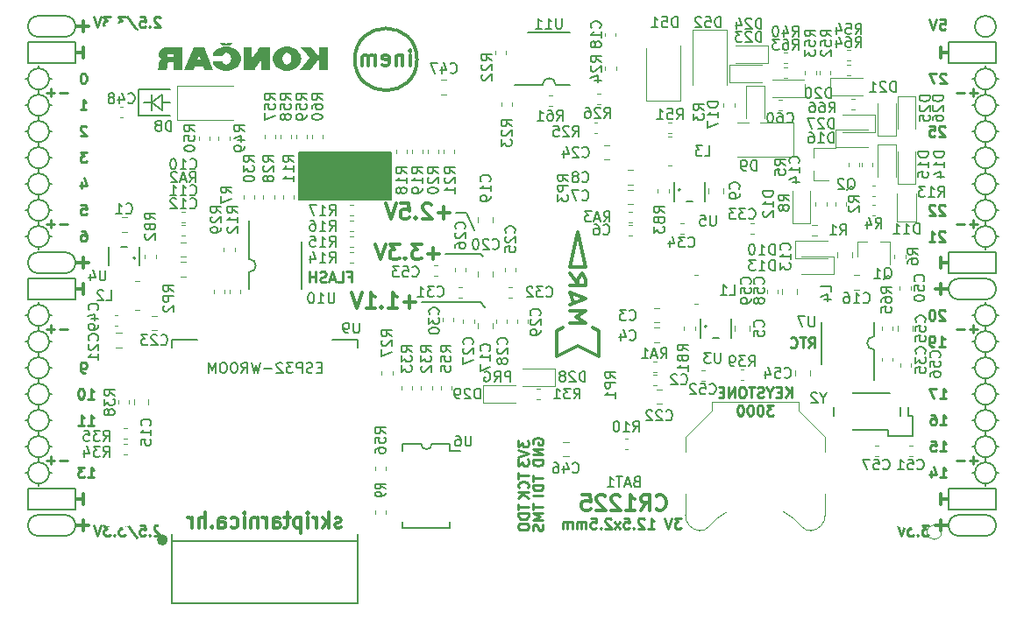
<source format=gbo>
G04 #@! TF.GenerationSoftware,KiCad,Pcbnew,5.0.0+dfsg1-2*
G04 #@! TF.CreationDate,2018-09-13T16:08:42+02:00*
G04 #@! TF.ProjectId,ulx3s,756C7833732E6B696361645F70636200,rev?*
G04 #@! TF.SameCoordinates,Original*
G04 #@! TF.FileFunction,Legend,Bot*
G04 #@! TF.FilePolarity,Positive*
%FSLAX46Y46*%
G04 Gerber Fmt 4.6, Leading zero omitted, Abs format (unit mm)*
G04 Created by KiCad (PCBNEW 5.0.0+dfsg1-2) date Thu Sep 13 16:08:42 2018*
%MOMM*%
%LPD*%
G01*
G04 APERTURE LIST*
%ADD10C,0.300000*%
%ADD11C,0.150000*%
%ADD12C,0.200000*%
%ADD13C,0.250000*%
%ADD14C,0.120000*%
%ADD15C,0.500000*%
%ADD16C,0.100000*%
%ADD17C,1.200000*%
%ADD18O,1.200000X0.500000*%
%ADD19R,1.200000X0.500000*%
%ADD20C,1.075000*%
%ADD21C,0.975000*%
%ADD22R,1.000000X0.900000*%
%ADD23R,1.100000X1.100000*%
%ADD24R,0.800000X1.300000*%
%ADD25C,1.800000*%
%ADD26C,2.100000*%
%ADD27R,3.800000X3.600000*%
%ADD28C,9.100000*%
%ADD29R,1.900000X1.500000*%
%ADD30R,1.827200X2.132000*%
%ADD31O,1.827200X2.132000*%
%ADD32R,0.700000X1.650000*%
%ADD33O,0.700000X1.650000*%
%ADD34R,1.650000X0.700000*%
%ADD35O,1.650000X0.700000*%
%ADD36R,0.700000X2.200000*%
%ADD37O,0.700000X2.200000*%
%ADD38O,2.600000X1.000000*%
%ADD39O,1.000000X2.600000*%
%ADD40R,6.100000X6.100000*%
%ADD41R,1.500000X1.395000*%
%ADD42R,2.600000X1.900000*%
%ADD43R,1.900000X2.600000*%
%ADD44O,1.827200X1.827200*%
%ADD45R,1.827200X1.827200*%
%ADD46C,5.600000*%
%ADD47C,0.400000*%
%ADD48R,1.800000X1.800000*%
%ADD49O,1.800000X1.800000*%
%ADD50R,1.600000X2.800000*%
%ADD51R,0.770000X1.100000*%
%ADD52R,0.900000X1.000000*%
G04 APERTURE END LIST*
D10*
X124563333Y-111107142D02*
X124430000Y-111178571D01*
X124163333Y-111178571D01*
X124030000Y-111107142D01*
X123963333Y-110964285D01*
X123963333Y-110892857D01*
X124030000Y-110750000D01*
X124163333Y-110678571D01*
X124363333Y-110678571D01*
X124496666Y-110607142D01*
X124563333Y-110464285D01*
X124563333Y-110392857D01*
X124496666Y-110250000D01*
X124363333Y-110178571D01*
X124163333Y-110178571D01*
X124030000Y-110250000D01*
X123363333Y-111178571D02*
X123363333Y-109678571D01*
X123230000Y-110607142D02*
X122830000Y-111178571D01*
X122830000Y-110178571D02*
X123363333Y-110750000D01*
X122230000Y-111178571D02*
X122230000Y-110178571D01*
X122230000Y-110464285D02*
X122163333Y-110321428D01*
X122096666Y-110250000D01*
X121963333Y-110178571D01*
X121830000Y-110178571D01*
X121363333Y-111178571D02*
X121363333Y-110178571D01*
X121363333Y-109678571D02*
X121430000Y-109750000D01*
X121363333Y-109821428D01*
X121296666Y-109750000D01*
X121363333Y-109678571D01*
X121363333Y-109821428D01*
X120696666Y-110178571D02*
X120696666Y-111678571D01*
X120696666Y-110250000D02*
X120563333Y-110178571D01*
X120296666Y-110178571D01*
X120163333Y-110250000D01*
X120096666Y-110321428D01*
X120030000Y-110464285D01*
X120030000Y-110892857D01*
X120096666Y-111035714D01*
X120163333Y-111107142D01*
X120296666Y-111178571D01*
X120563333Y-111178571D01*
X120696666Y-111107142D01*
X119630000Y-110178571D02*
X119096666Y-110178571D01*
X119430000Y-109678571D02*
X119430000Y-110964285D01*
X119363333Y-111107142D01*
X119230000Y-111178571D01*
X119096666Y-111178571D01*
X118030000Y-111178571D02*
X118030000Y-110392857D01*
X118096666Y-110250000D01*
X118230000Y-110178571D01*
X118496666Y-110178571D01*
X118630000Y-110250000D01*
X118030000Y-111107142D02*
X118163333Y-111178571D01*
X118496666Y-111178571D01*
X118630000Y-111107142D01*
X118696666Y-110964285D01*
X118696666Y-110821428D01*
X118630000Y-110678571D01*
X118496666Y-110607142D01*
X118163333Y-110607142D01*
X118030000Y-110535714D01*
X117363333Y-111178571D02*
X117363333Y-110178571D01*
X117363333Y-110464285D02*
X117296666Y-110321428D01*
X117230000Y-110250000D01*
X117096666Y-110178571D01*
X116963333Y-110178571D01*
X116496666Y-110178571D02*
X116496666Y-111178571D01*
X116496666Y-110321428D02*
X116430000Y-110250000D01*
X116296666Y-110178571D01*
X116096666Y-110178571D01*
X115963333Y-110250000D01*
X115896666Y-110392857D01*
X115896666Y-111178571D01*
X115230000Y-111178571D02*
X115230000Y-110178571D01*
X115230000Y-109678571D02*
X115296666Y-109750000D01*
X115230000Y-109821428D01*
X115163333Y-109750000D01*
X115230000Y-109678571D01*
X115230000Y-109821428D01*
X113963333Y-111107142D02*
X114096666Y-111178571D01*
X114363333Y-111178571D01*
X114496666Y-111107142D01*
X114563333Y-111035714D01*
X114630000Y-110892857D01*
X114630000Y-110464285D01*
X114563333Y-110321428D01*
X114496666Y-110250000D01*
X114363333Y-110178571D01*
X114096666Y-110178571D01*
X113963333Y-110250000D01*
X112763333Y-111178571D02*
X112763333Y-110392857D01*
X112830000Y-110250000D01*
X112963333Y-110178571D01*
X113230000Y-110178571D01*
X113363333Y-110250000D01*
X112763333Y-111107142D02*
X112896666Y-111178571D01*
X113230000Y-111178571D01*
X113363333Y-111107142D01*
X113430000Y-110964285D01*
X113430000Y-110821428D01*
X113363333Y-110678571D01*
X113230000Y-110607142D01*
X112896666Y-110607142D01*
X112763333Y-110535714D01*
X112096666Y-111035714D02*
X112030000Y-111107142D01*
X112096666Y-111178571D01*
X112163333Y-111107142D01*
X112096666Y-111035714D01*
X112096666Y-111178571D01*
X111430000Y-111178571D02*
X111430000Y-109678571D01*
X110830000Y-111178571D02*
X110830000Y-110392857D01*
X110896666Y-110250000D01*
X111030000Y-110178571D01*
X111230000Y-110178571D01*
X111363333Y-110250000D01*
X111430000Y-110321428D01*
X110163333Y-111178571D02*
X110163333Y-110178571D01*
X110163333Y-110464285D02*
X110096666Y-110321428D01*
X110030000Y-110250000D01*
X109896666Y-110178571D01*
X109763333Y-110178571D01*
D11*
G36*
X129406000Y-74882000D02*
X120516000Y-74882000D01*
X120516000Y-79454000D01*
X129406000Y-79454000D01*
X129406000Y-74882000D01*
G37*
X129406000Y-74882000D02*
X120516000Y-74882000D01*
X120516000Y-79454000D01*
X129406000Y-79454000D01*
X129406000Y-74882000D01*
D12*
X185540000Y-72850000D02*
X185794000Y-72850000D01*
D11*
X140954904Y-97051380D02*
X140954904Y-96051380D01*
X140573952Y-96051380D01*
X140478714Y-96099000D01*
X140431095Y-96146619D01*
X140383476Y-96241857D01*
X140383476Y-96384714D01*
X140431095Y-96479952D01*
X140478714Y-96527571D01*
X140573952Y-96575190D01*
X140954904Y-96575190D01*
X139383476Y-97051380D02*
X139716809Y-96575190D01*
X139954904Y-97051380D02*
X139954904Y-96051380D01*
X139573952Y-96051380D01*
X139478714Y-96099000D01*
X139431095Y-96146619D01*
X139383476Y-96241857D01*
X139383476Y-96384714D01*
X139431095Y-96479952D01*
X139478714Y-96527571D01*
X139573952Y-96575190D01*
X139954904Y-96575190D01*
X138431095Y-96099000D02*
X138526333Y-96051380D01*
X138669190Y-96051380D01*
X138812047Y-96099000D01*
X138907285Y-96194238D01*
X138954904Y-96289476D01*
X139002523Y-96479952D01*
X139002523Y-96622809D01*
X138954904Y-96813285D01*
X138907285Y-96908523D01*
X138812047Y-97003761D01*
X138669190Y-97051380D01*
X138573952Y-97051380D01*
X138431095Y-97003761D01*
X138383476Y-96956142D01*
X138383476Y-96622809D01*
X138573952Y-96622809D01*
D12*
X136660000Y-80742000D02*
X135644000Y-80742000D01*
X137422000Y-82393000D02*
X136660000Y-80742000D01*
X138057000Y-84679000D02*
X134628000Y-84679000D01*
X138311000Y-84933000D02*
X138057000Y-84679000D01*
X138057000Y-89378000D02*
X138438000Y-89886000D01*
X132342000Y-89378000D02*
X138057000Y-89378000D01*
D13*
X99893476Y-96180380D02*
X99703000Y-96180380D01*
X99607761Y-96132761D01*
X99560142Y-96085142D01*
X99464904Y-95942285D01*
X99417285Y-95751809D01*
X99417285Y-95370857D01*
X99464904Y-95275619D01*
X99512523Y-95228000D01*
X99607761Y-95180380D01*
X99798238Y-95180380D01*
X99893476Y-95228000D01*
X99941095Y-95275619D01*
X99988714Y-95370857D01*
X99988714Y-95608952D01*
X99941095Y-95704190D01*
X99893476Y-95751809D01*
X99798238Y-95799428D01*
X99607761Y-95799428D01*
X99512523Y-95751809D01*
X99464904Y-95704190D01*
X99417285Y-95608952D01*
X100147476Y-101260380D02*
X100718904Y-101260380D01*
X100433190Y-101260380D02*
X100433190Y-100260380D01*
X100528428Y-100403238D01*
X100623666Y-100498476D01*
X100718904Y-100546095D01*
X99195095Y-101260380D02*
X99766523Y-101260380D01*
X99480809Y-101260380D02*
X99480809Y-100260380D01*
X99576047Y-100403238D01*
X99671285Y-100498476D01*
X99766523Y-100546095D01*
D12*
X105037000Y-68804000D02*
X108085000Y-68804000D01*
X105037000Y-71344000D02*
X105037000Y-68804000D01*
X108085000Y-71344000D02*
X105037000Y-71344000D01*
X107323000Y-70074000D02*
X108085000Y-70074000D01*
X106307000Y-70074000D02*
X105545000Y-70074000D01*
X106307000Y-70836000D02*
X106307000Y-70074000D01*
X106307000Y-69312000D02*
X106307000Y-70836000D01*
X107323000Y-69312000D02*
X107323000Y-70836000D01*
X106307000Y-70074000D02*
X107323000Y-69312000D01*
X107323000Y-70836000D02*
X106307000Y-70074000D01*
D13*
X182887904Y-72415619D02*
X182840285Y-72368000D01*
X182745047Y-72320380D01*
X182506952Y-72320380D01*
X182411714Y-72368000D01*
X182364095Y-72415619D01*
X182316476Y-72510857D01*
X182316476Y-72606095D01*
X182364095Y-72748952D01*
X182935523Y-73320380D01*
X182316476Y-73320380D01*
X181411714Y-72320380D02*
X181887904Y-72320380D01*
X181935523Y-72796571D01*
X181887904Y-72748952D01*
X181792666Y-72701333D01*
X181554571Y-72701333D01*
X181459333Y-72748952D01*
X181411714Y-72796571D01*
X181364095Y-72891809D01*
X181364095Y-73129904D01*
X181411714Y-73225142D01*
X181459333Y-73272761D01*
X181554571Y-73320380D01*
X181792666Y-73320380D01*
X181887904Y-73272761D01*
X181935523Y-73225142D01*
X182887904Y-80035619D02*
X182840285Y-79988000D01*
X182745047Y-79940380D01*
X182506952Y-79940380D01*
X182411714Y-79988000D01*
X182364095Y-80035619D01*
X182316476Y-80130857D01*
X182316476Y-80226095D01*
X182364095Y-80368952D01*
X182935523Y-80940380D01*
X182316476Y-80940380D01*
X181935523Y-80035619D02*
X181887904Y-79988000D01*
X181792666Y-79940380D01*
X181554571Y-79940380D01*
X181459333Y-79988000D01*
X181411714Y-80035619D01*
X181364095Y-80130857D01*
X181364095Y-80226095D01*
X181411714Y-80368952D01*
X181983142Y-80940380D01*
X181364095Y-80940380D01*
X182887904Y-82575619D02*
X182840285Y-82528000D01*
X182745047Y-82480380D01*
X182506952Y-82480380D01*
X182411714Y-82528000D01*
X182364095Y-82575619D01*
X182316476Y-82670857D01*
X182316476Y-82766095D01*
X182364095Y-82908952D01*
X182935523Y-83480380D01*
X182316476Y-83480380D01*
X181364095Y-83480380D02*
X181935523Y-83480380D01*
X181649809Y-83480380D02*
X181649809Y-82480380D01*
X181745047Y-82623238D01*
X181840285Y-82718476D01*
X181935523Y-82766095D01*
X182887904Y-90195619D02*
X182840285Y-90148000D01*
X182745047Y-90100380D01*
X182506952Y-90100380D01*
X182411714Y-90148000D01*
X182364095Y-90195619D01*
X182316476Y-90290857D01*
X182316476Y-90386095D01*
X182364095Y-90528952D01*
X182935523Y-91100380D01*
X182316476Y-91100380D01*
X181697428Y-90100380D02*
X181602190Y-90100380D01*
X181506952Y-90148000D01*
X181459333Y-90195619D01*
X181411714Y-90290857D01*
X181364095Y-90481333D01*
X181364095Y-90719428D01*
X181411714Y-90909904D01*
X181459333Y-91005142D01*
X181506952Y-91052761D01*
X181602190Y-91100380D01*
X181697428Y-91100380D01*
X181792666Y-91052761D01*
X181840285Y-91005142D01*
X181887904Y-90909904D01*
X181935523Y-90719428D01*
X181935523Y-90481333D01*
X181887904Y-90290857D01*
X181840285Y-90195619D01*
X181792666Y-90148000D01*
X181697428Y-90100380D01*
X182316476Y-93640380D02*
X182887904Y-93640380D01*
X182602190Y-93640380D02*
X182602190Y-92640380D01*
X182697428Y-92783238D01*
X182792666Y-92878476D01*
X182887904Y-92926095D01*
X181840285Y-93640380D02*
X181649809Y-93640380D01*
X181554571Y-93592761D01*
X181506952Y-93545142D01*
X181411714Y-93402285D01*
X181364095Y-93211809D01*
X181364095Y-92830857D01*
X181411714Y-92735619D01*
X181459333Y-92688000D01*
X181554571Y-92640380D01*
X181745047Y-92640380D01*
X181840285Y-92688000D01*
X181887904Y-92735619D01*
X181935523Y-92830857D01*
X181935523Y-93068952D01*
X181887904Y-93164190D01*
X181840285Y-93211809D01*
X181745047Y-93259428D01*
X181554571Y-93259428D01*
X181459333Y-93211809D01*
X181411714Y-93164190D01*
X181364095Y-93068952D01*
X125269476Y-86893571D02*
X125602809Y-86893571D01*
X125602809Y-87417380D02*
X125602809Y-86417380D01*
X125126619Y-86417380D01*
X124269476Y-87417380D02*
X124745666Y-87417380D01*
X124745666Y-86417380D01*
X123983761Y-87131666D02*
X123507571Y-87131666D01*
X124079000Y-87417380D02*
X123745666Y-86417380D01*
X123412333Y-87417380D01*
X123126619Y-87369761D02*
X122983761Y-87417380D01*
X122745666Y-87417380D01*
X122650428Y-87369761D01*
X122602809Y-87322142D01*
X122555190Y-87226904D01*
X122555190Y-87131666D01*
X122602809Y-87036428D01*
X122650428Y-86988809D01*
X122745666Y-86941190D01*
X122936142Y-86893571D01*
X123031380Y-86845952D01*
X123079000Y-86798333D01*
X123126619Y-86703095D01*
X123126619Y-86607857D01*
X123079000Y-86512619D01*
X123031380Y-86465000D01*
X122936142Y-86417380D01*
X122698047Y-86417380D01*
X122555190Y-86465000D01*
X122126619Y-87417380D02*
X122126619Y-86417380D01*
X122126619Y-86893571D02*
X121555190Y-86893571D01*
X121555190Y-87417380D02*
X121555190Y-86417380D01*
X157418095Y-110252380D02*
X156799047Y-110252380D01*
X157132380Y-110633333D01*
X156989523Y-110633333D01*
X156894285Y-110680952D01*
X156846666Y-110728571D01*
X156799047Y-110823809D01*
X156799047Y-111061904D01*
X156846666Y-111157142D01*
X156894285Y-111204761D01*
X156989523Y-111252380D01*
X157275238Y-111252380D01*
X157370476Y-111204761D01*
X157418095Y-111157142D01*
X156513333Y-110252380D02*
X156180000Y-111252380D01*
X155846666Y-110252380D01*
X154227619Y-111252380D02*
X154799047Y-111252380D01*
X154513333Y-111252380D02*
X154513333Y-110252380D01*
X154608571Y-110395238D01*
X154703809Y-110490476D01*
X154799047Y-110538095D01*
X153846666Y-110347619D02*
X153799047Y-110300000D01*
X153703809Y-110252380D01*
X153465714Y-110252380D01*
X153370476Y-110300000D01*
X153322857Y-110347619D01*
X153275238Y-110442857D01*
X153275238Y-110538095D01*
X153322857Y-110680952D01*
X153894285Y-111252380D01*
X153275238Y-111252380D01*
X152846666Y-111157142D02*
X152799047Y-111204761D01*
X152846666Y-111252380D01*
X152894285Y-111204761D01*
X152846666Y-111157142D01*
X152846666Y-111252380D01*
X151894285Y-110252380D02*
X152370476Y-110252380D01*
X152418095Y-110728571D01*
X152370476Y-110680952D01*
X152275238Y-110633333D01*
X152037142Y-110633333D01*
X151941904Y-110680952D01*
X151894285Y-110728571D01*
X151846666Y-110823809D01*
X151846666Y-111061904D01*
X151894285Y-111157142D01*
X151941904Y-111204761D01*
X152037142Y-111252380D01*
X152275238Y-111252380D01*
X152370476Y-111204761D01*
X152418095Y-111157142D01*
X151513333Y-111252380D02*
X150989523Y-110585714D01*
X151513333Y-110585714D02*
X150989523Y-111252380D01*
X150656190Y-110347619D02*
X150608571Y-110300000D01*
X150513333Y-110252380D01*
X150275238Y-110252380D01*
X150180000Y-110300000D01*
X150132380Y-110347619D01*
X150084761Y-110442857D01*
X150084761Y-110538095D01*
X150132380Y-110680952D01*
X150703809Y-111252380D01*
X150084761Y-111252380D01*
X149656190Y-111157142D02*
X149608571Y-111204761D01*
X149656190Y-111252380D01*
X149703809Y-111204761D01*
X149656190Y-111157142D01*
X149656190Y-111252380D01*
X148703809Y-110252380D02*
X149180000Y-110252380D01*
X149227619Y-110728571D01*
X149180000Y-110680952D01*
X149084761Y-110633333D01*
X148846666Y-110633333D01*
X148751428Y-110680952D01*
X148703809Y-110728571D01*
X148656190Y-110823809D01*
X148656190Y-111061904D01*
X148703809Y-111157142D01*
X148751428Y-111204761D01*
X148846666Y-111252380D01*
X149084761Y-111252380D01*
X149180000Y-111204761D01*
X149227619Y-111157142D01*
X148227619Y-111252380D02*
X148227619Y-110585714D01*
X148227619Y-110680952D02*
X148180000Y-110633333D01*
X148084761Y-110585714D01*
X147941904Y-110585714D01*
X147846666Y-110633333D01*
X147799047Y-110728571D01*
X147799047Y-111252380D01*
X147799047Y-110728571D02*
X147751428Y-110633333D01*
X147656190Y-110585714D01*
X147513333Y-110585714D01*
X147418095Y-110633333D01*
X147370476Y-110728571D01*
X147370476Y-111252380D01*
X146894285Y-111252380D02*
X146894285Y-110585714D01*
X146894285Y-110680952D02*
X146846666Y-110633333D01*
X146751428Y-110585714D01*
X146608571Y-110585714D01*
X146513333Y-110633333D01*
X146465714Y-110728571D01*
X146465714Y-111252380D01*
X146465714Y-110728571D02*
X146418095Y-110633333D01*
X146322857Y-110585714D01*
X146180000Y-110585714D01*
X146084761Y-110633333D01*
X146037142Y-110728571D01*
X146037142Y-111252380D01*
X168085000Y-98577380D02*
X168085000Y-97577380D01*
X167513571Y-98577380D02*
X167942142Y-98005952D01*
X167513571Y-97577380D02*
X168085000Y-98148809D01*
X167085000Y-98053571D02*
X166751666Y-98053571D01*
X166608809Y-98577380D02*
X167085000Y-98577380D01*
X167085000Y-97577380D01*
X166608809Y-97577380D01*
X165989761Y-98101190D02*
X165989761Y-98577380D01*
X166323095Y-97577380D02*
X165989761Y-98101190D01*
X165656428Y-97577380D01*
X165370714Y-98529761D02*
X165227857Y-98577380D01*
X164989761Y-98577380D01*
X164894523Y-98529761D01*
X164846904Y-98482142D01*
X164799285Y-98386904D01*
X164799285Y-98291666D01*
X164846904Y-98196428D01*
X164894523Y-98148809D01*
X164989761Y-98101190D01*
X165180238Y-98053571D01*
X165275476Y-98005952D01*
X165323095Y-97958333D01*
X165370714Y-97863095D01*
X165370714Y-97767857D01*
X165323095Y-97672619D01*
X165275476Y-97625000D01*
X165180238Y-97577380D01*
X164942142Y-97577380D01*
X164799285Y-97625000D01*
X164513571Y-97577380D02*
X163942142Y-97577380D01*
X164227857Y-98577380D02*
X164227857Y-97577380D01*
X163418333Y-97577380D02*
X163227857Y-97577380D01*
X163132619Y-97625000D01*
X163037380Y-97720238D01*
X162989761Y-97910714D01*
X162989761Y-98244047D01*
X163037380Y-98434523D01*
X163132619Y-98529761D01*
X163227857Y-98577380D01*
X163418333Y-98577380D01*
X163513571Y-98529761D01*
X163608809Y-98434523D01*
X163656428Y-98244047D01*
X163656428Y-97910714D01*
X163608809Y-97720238D01*
X163513571Y-97625000D01*
X163418333Y-97577380D01*
X162561190Y-98577380D02*
X162561190Y-97577380D01*
X161989761Y-98577380D01*
X161989761Y-97577380D01*
X161513571Y-98053571D02*
X161180238Y-98053571D01*
X161037380Y-98577380D02*
X161513571Y-98577380D01*
X161513571Y-97577380D01*
X161037380Y-97577380D01*
X166346904Y-99327380D02*
X165727857Y-99327380D01*
X166061190Y-99708333D01*
X165918333Y-99708333D01*
X165823095Y-99755952D01*
X165775476Y-99803571D01*
X165727857Y-99898809D01*
X165727857Y-100136904D01*
X165775476Y-100232142D01*
X165823095Y-100279761D01*
X165918333Y-100327380D01*
X166204047Y-100327380D01*
X166299285Y-100279761D01*
X166346904Y-100232142D01*
X165108809Y-99327380D02*
X165013571Y-99327380D01*
X164918333Y-99375000D01*
X164870714Y-99422619D01*
X164823095Y-99517857D01*
X164775476Y-99708333D01*
X164775476Y-99946428D01*
X164823095Y-100136904D01*
X164870714Y-100232142D01*
X164918333Y-100279761D01*
X165013571Y-100327380D01*
X165108809Y-100327380D01*
X165204047Y-100279761D01*
X165251666Y-100232142D01*
X165299285Y-100136904D01*
X165346904Y-99946428D01*
X165346904Y-99708333D01*
X165299285Y-99517857D01*
X165251666Y-99422619D01*
X165204047Y-99375000D01*
X165108809Y-99327380D01*
X164156428Y-99327380D02*
X164061190Y-99327380D01*
X163965952Y-99375000D01*
X163918333Y-99422619D01*
X163870714Y-99517857D01*
X163823095Y-99708333D01*
X163823095Y-99946428D01*
X163870714Y-100136904D01*
X163918333Y-100232142D01*
X163965952Y-100279761D01*
X164061190Y-100327380D01*
X164156428Y-100327380D01*
X164251666Y-100279761D01*
X164299285Y-100232142D01*
X164346904Y-100136904D01*
X164394523Y-99946428D01*
X164394523Y-99708333D01*
X164346904Y-99517857D01*
X164299285Y-99422619D01*
X164251666Y-99375000D01*
X164156428Y-99327380D01*
X163204047Y-99327380D02*
X163108809Y-99327380D01*
X163013571Y-99375000D01*
X162965952Y-99422619D01*
X162918333Y-99517857D01*
X162870714Y-99708333D01*
X162870714Y-99946428D01*
X162918333Y-100136904D01*
X162965952Y-100232142D01*
X163013571Y-100279761D01*
X163108809Y-100327380D01*
X163204047Y-100327380D01*
X163299285Y-100279761D01*
X163346904Y-100232142D01*
X163394523Y-100136904D01*
X163442142Y-99946428D01*
X163442142Y-99708333D01*
X163394523Y-99517857D01*
X163346904Y-99422619D01*
X163299285Y-99375000D01*
X163204047Y-99327380D01*
D10*
X182492000Y-87582000D02*
X182492000Y-88598000D01*
X183254000Y-88090000D02*
X181984000Y-88090000D01*
X182492000Y-110442000D02*
X182492000Y-111458000D01*
X183254000Y-110950000D02*
X181984000Y-110950000D01*
X99688000Y-62182000D02*
X99688000Y-63198000D01*
X98926000Y-62690000D02*
X100196000Y-62690000D01*
X99688000Y-110442000D02*
X99688000Y-111458000D01*
X98926000Y-110950000D02*
X100196000Y-110950000D01*
X99688000Y-85042000D02*
X99688000Y-86058000D01*
X98926000Y-85550000D02*
X100196000Y-85550000D01*
D12*
X187826000Y-62690000D02*
G75*
G03X187826000Y-62690000I-1016000J0D01*
G01*
X184270000Y-87074000D02*
X186810000Y-87074000D01*
X184270000Y-89106000D02*
X186810000Y-89106000D01*
X184270000Y-87074000D02*
G75*
G03X184270000Y-89106000I0J-1016000D01*
G01*
X186810000Y-89106000D02*
G75*
G03X186810000Y-87074000I0J1016000D01*
G01*
X184270000Y-111966000D02*
X186810000Y-111966000D01*
X184270000Y-109934000D02*
X186810000Y-109934000D01*
X184270000Y-109934000D02*
G75*
G03X184270000Y-111966000I0J-1016000D01*
G01*
X186810000Y-111966000D02*
G75*
G03X186810000Y-109934000I0J1016000D01*
G01*
X97910000Y-63706000D02*
G75*
G03X97910000Y-61674000I0J1016000D01*
G01*
X95370000Y-61674000D02*
X97910000Y-61674000D01*
X95370000Y-63706000D02*
X97910000Y-63706000D01*
X95370000Y-61674000D02*
G75*
G03X95370000Y-63706000I0J-1016000D01*
G01*
X95370000Y-86566000D02*
X97910000Y-86566000D01*
X95370000Y-84534000D02*
X97910000Y-84534000D01*
X95370000Y-84534000D02*
G75*
G03X95370000Y-86566000I0J-1016000D01*
G01*
X97910000Y-86566000D02*
G75*
G03X97910000Y-84534000I0J1016000D01*
G01*
X95370000Y-111966000D02*
X97910000Y-111966000D01*
X95370000Y-109934000D02*
X97910000Y-109934000D01*
X95370000Y-109934000D02*
G75*
G03X95370000Y-111966000I0J-1016000D01*
G01*
X97910000Y-111966000D02*
G75*
G03X97910000Y-109934000I0J1016000D01*
G01*
X98926000Y-107394000D02*
X94354000Y-107394000D01*
X98926000Y-109426000D02*
X98926000Y-107394000D01*
X94354000Y-109426000D02*
X98926000Y-109426000D01*
X94354000Y-107394000D02*
X94354000Y-109426000D01*
X187826000Y-107394000D02*
X183254000Y-107394000D01*
X187826000Y-109426000D02*
X187826000Y-107394000D01*
X183254000Y-109426000D02*
X187826000Y-109426000D01*
X183254000Y-107394000D02*
X183254000Y-109426000D01*
X187826000Y-84534000D02*
X183254000Y-84534000D01*
X187826000Y-86566000D02*
X187826000Y-84534000D01*
X183254000Y-86566000D02*
X187826000Y-86566000D01*
X183254000Y-84534000D02*
X183254000Y-86566000D01*
X187826000Y-64214000D02*
X183254000Y-64214000D01*
X187826000Y-66246000D02*
X187826000Y-64214000D01*
X183254000Y-66246000D02*
X187826000Y-66246000D01*
X183254000Y-64214000D02*
X183254000Y-66246000D01*
X98926000Y-64214000D02*
X94354000Y-64214000D01*
X98926000Y-66246000D02*
X98926000Y-64214000D01*
X94354000Y-66246000D02*
X98926000Y-66246000D01*
X94354000Y-64214000D02*
X94354000Y-66246000D01*
X98926000Y-87074000D02*
X94354000Y-87074000D01*
X98926000Y-89106000D02*
X98926000Y-87074000D01*
X94354000Y-89106000D02*
X98926000Y-89106000D01*
X94354000Y-87074000D02*
X94354000Y-89106000D01*
D13*
X186032000Y-91971428D02*
X185270095Y-91971428D01*
X185651047Y-92352380D02*
X185651047Y-91590476D01*
X184793904Y-91971428D02*
X184032000Y-91971428D01*
X186032000Y-69111428D02*
X185270095Y-69111428D01*
X185651047Y-69492380D02*
X185651047Y-68730476D01*
X184793904Y-69111428D02*
X184032000Y-69111428D01*
X186032000Y-81811428D02*
X185270095Y-81811428D01*
X185651047Y-82192380D02*
X185651047Y-81430476D01*
X184793904Y-81811428D02*
X184032000Y-81811428D01*
X186032000Y-104671428D02*
X185270095Y-104671428D01*
X185651047Y-105052380D02*
X185651047Y-104290476D01*
X184793904Y-104671428D02*
X184032000Y-104671428D01*
X98148000Y-104671428D02*
X97386095Y-104671428D01*
X96909904Y-104671428D02*
X96148000Y-104671428D01*
X96528952Y-105052380D02*
X96528952Y-104290476D01*
X98148000Y-91971428D02*
X97386095Y-91971428D01*
X96909904Y-91971428D02*
X96148000Y-91971428D01*
X96528952Y-92352380D02*
X96528952Y-91590476D01*
X98148000Y-81811428D02*
X97386095Y-81811428D01*
X96909904Y-81811428D02*
X96148000Y-81811428D01*
X96528952Y-82192380D02*
X96528952Y-81430476D01*
X98148000Y-69111428D02*
X97386095Y-69111428D01*
X96909904Y-69111428D02*
X96148000Y-69111428D01*
X96528952Y-69492380D02*
X96528952Y-68730476D01*
D10*
X182492000Y-107902000D02*
X182492000Y-108918000D01*
X183254000Y-108410000D02*
X182492000Y-108410000D01*
D12*
X95370000Y-96726000D02*
X95370000Y-97234000D01*
X96386000Y-95710000D02*
X96640000Y-95710000D01*
X94354000Y-95710000D02*
X94100000Y-95710000D01*
X187826000Y-98250000D02*
X188080000Y-98250000D01*
X187826000Y-83010000D02*
X188080000Y-83010000D01*
X95370000Y-107140000D02*
X95370000Y-106886000D01*
X96386000Y-105870000D02*
X96640000Y-105870000D01*
X94354000Y-105870000D02*
X94100000Y-105870000D01*
X94354000Y-103330000D02*
X94100000Y-103330000D01*
X95370000Y-104346000D02*
X95370000Y-104854000D01*
X96386000Y-103330000D02*
X96640000Y-103330000D01*
X94354000Y-100790000D02*
X94100000Y-100790000D01*
X95370000Y-102314000D02*
X95370000Y-101806000D01*
X96386000Y-100790000D02*
X96640000Y-100790000D01*
X95370000Y-99266000D02*
X95370000Y-99774000D01*
X94354000Y-98250000D02*
X94100000Y-98250000D01*
X96386000Y-98250000D02*
X96640000Y-98250000D01*
X95370000Y-94186000D02*
X95370000Y-94694000D01*
X96386000Y-93170000D02*
X96640000Y-93170000D01*
X94354000Y-93170000D02*
X94100000Y-93170000D01*
X94354000Y-90630000D02*
X94100000Y-90630000D01*
X95370000Y-91646000D02*
X95370000Y-92154000D01*
X96640000Y-90630000D02*
X96386000Y-90630000D01*
X95370000Y-89360000D02*
X95370000Y-89614000D01*
X94354000Y-83010000D02*
X94100000Y-83010000D01*
X95370000Y-84280000D02*
X95370000Y-84026000D01*
X96386000Y-83010000D02*
X96640000Y-83010000D01*
X95370000Y-81486000D02*
X95370000Y-81994000D01*
X94354000Y-80470000D02*
X94100000Y-80470000D01*
X96640000Y-80470000D02*
X96386000Y-80470000D01*
X95370000Y-78946000D02*
X95370000Y-79454000D01*
X96386000Y-77930000D02*
X96640000Y-77930000D01*
X94354000Y-77930000D02*
X94100000Y-77930000D01*
X95370000Y-76406000D02*
X95370000Y-76914000D01*
X94354000Y-75390000D02*
X94100000Y-75390000D01*
X96386000Y-75390000D02*
X96640000Y-75390000D01*
X95370000Y-73866000D02*
X95370000Y-74374000D01*
X96386000Y-72850000D02*
X96640000Y-72850000D01*
X94100000Y-72850000D02*
X94354000Y-72850000D01*
X94354000Y-70310000D02*
X94100000Y-70310000D01*
X96640000Y-70310000D02*
X96386000Y-70310000D01*
X95370000Y-71326000D02*
X95370000Y-71834000D01*
X95370000Y-68786000D02*
X95370000Y-69294000D01*
X96386000Y-67770000D02*
X96640000Y-67770000D01*
X94354000Y-67770000D02*
X94100000Y-67770000D01*
X95370000Y-66500000D02*
X95370000Y-66754000D01*
X187826000Y-105870000D02*
X188080000Y-105870000D01*
X186810000Y-107140000D02*
X186810000Y-106886000D01*
X185540000Y-105870000D02*
X185794000Y-105870000D01*
X186810000Y-104346000D02*
X186810000Y-104854000D01*
X187826000Y-103330000D02*
X188080000Y-103330000D01*
X185540000Y-103330000D02*
X185794000Y-103330000D01*
X186810000Y-101806000D02*
X186810000Y-102314000D01*
X187826000Y-100790000D02*
X188080000Y-100790000D01*
X185540000Y-100790000D02*
X185794000Y-100790000D01*
X186810000Y-99266000D02*
X186810000Y-99774000D01*
X185540000Y-98250000D02*
X185794000Y-98250000D01*
X186810000Y-97234000D02*
X186810000Y-96726000D01*
X187826000Y-95710000D02*
X188080000Y-95710000D01*
X185540000Y-95710000D02*
X185794000Y-95710000D01*
X186810000Y-94694000D02*
X186810000Y-94186000D01*
X187826000Y-93170000D02*
X188080000Y-93170000D01*
X185540000Y-93170000D02*
X185794000Y-93170000D01*
X186810000Y-92154000D02*
X186810000Y-91646000D01*
X187826000Y-90630000D02*
X188080000Y-90630000D01*
X185540000Y-90630000D02*
X185794000Y-90630000D01*
X186810000Y-89360000D02*
X186810000Y-89614000D01*
X186810000Y-84280000D02*
X186810000Y-84026000D01*
X185540000Y-83010000D02*
X185794000Y-83010000D01*
X186810000Y-81994000D02*
X186810000Y-81486000D01*
X185794000Y-80470000D02*
X185540000Y-80470000D01*
X187826000Y-80470000D02*
X188080000Y-80470000D01*
X186810000Y-78946000D02*
X186810000Y-79454000D01*
X185794000Y-77930000D02*
X185540000Y-77930000D01*
X187826000Y-77930000D02*
X188080000Y-77930000D01*
X186810000Y-76406000D02*
X186810000Y-76914000D01*
X186810000Y-73866000D02*
X186810000Y-74374000D01*
X185794000Y-75390000D02*
X185540000Y-75390000D01*
X187826000Y-75390000D02*
X188080000Y-75390000D01*
X187826000Y-72850000D02*
X188080000Y-72850000D01*
X186810000Y-71834000D02*
X186810000Y-71326000D01*
X187826000Y-70310000D02*
X188080000Y-70310000D01*
X185540000Y-70310000D02*
X185794000Y-70310000D01*
X187826000Y-67770000D02*
X188080000Y-67770000D01*
X186810000Y-68786000D02*
X186810000Y-69294000D01*
X185540000Y-67770000D02*
X185794000Y-67770000D01*
X186810000Y-66500000D02*
X186810000Y-66754000D01*
X187826000Y-67770000D02*
G75*
G03X187826000Y-67770000I-1016000J0D01*
G01*
X187826000Y-70310000D02*
G75*
G03X187826000Y-70310000I-1016000J0D01*
G01*
X187826000Y-72850000D02*
G75*
G03X187826000Y-72850000I-1016000J0D01*
G01*
X187826000Y-75390000D02*
G75*
G03X187826000Y-75390000I-1016000J0D01*
G01*
X187826000Y-77930000D02*
G75*
G03X187826000Y-77930000I-1016000J0D01*
G01*
X187826000Y-80470000D02*
G75*
G03X187826000Y-80470000I-1016000J0D01*
G01*
X187826000Y-83010000D02*
G75*
G03X187826000Y-83010000I-1016000J0D01*
G01*
X187826000Y-90630000D02*
G75*
G03X187826000Y-90630000I-1016000J0D01*
G01*
X187826000Y-93170000D02*
G75*
G03X187826000Y-93170000I-1016000J0D01*
G01*
X187826000Y-95710000D02*
G75*
G03X187826000Y-95710000I-1016000J0D01*
G01*
X187826000Y-98250000D02*
G75*
G03X187826000Y-98250000I-1016000J0D01*
G01*
X187826000Y-100790000D02*
G75*
G03X187826000Y-100790000I-1016000J0D01*
G01*
X187826000Y-103330000D02*
G75*
G03X187826000Y-103330000I-1016000J0D01*
G01*
X187826000Y-105870000D02*
G75*
G03X187826000Y-105870000I-1016000J0D01*
G01*
X96386000Y-105870000D02*
G75*
G03X96386000Y-105870000I-1016000J0D01*
G01*
X96386000Y-103330000D02*
G75*
G03X96386000Y-103330000I-1016000J0D01*
G01*
X96386000Y-100790000D02*
G75*
G03X96386000Y-100790000I-1016000J0D01*
G01*
X96386000Y-98250000D02*
G75*
G03X96386000Y-98250000I-1016000J0D01*
G01*
X96386000Y-95710000D02*
G75*
G03X96386000Y-95710000I-1016000J0D01*
G01*
X96386000Y-93170000D02*
G75*
G03X96386000Y-93170000I-1016000J0D01*
G01*
X96386000Y-90630000D02*
G75*
G03X96386000Y-90630000I-1016000J0D01*
G01*
X96386000Y-83010000D02*
G75*
G03X96386000Y-83010000I-1016000J0D01*
G01*
X96386000Y-80470000D02*
G75*
G03X96386000Y-80470000I-1016000J0D01*
G01*
X96386000Y-77930000D02*
G75*
G03X96386000Y-77930000I-1016000J0D01*
G01*
X96386000Y-75390000D02*
G75*
G03X96386000Y-75390000I-1016000J0D01*
G01*
X96386000Y-72850000D02*
G75*
G03X96386000Y-72850000I-1016000J0D01*
G01*
X96386000Y-70310000D02*
G75*
G03X96386000Y-70310000I-1016000J0D01*
G01*
X96386000Y-67770000D02*
G75*
G03X96386000Y-67770000I-1016000J0D01*
G01*
D13*
X182428476Y-62015380D02*
X182904666Y-62015380D01*
X182952285Y-62491571D01*
X182904666Y-62443952D01*
X182809428Y-62396333D01*
X182571333Y-62396333D01*
X182476095Y-62443952D01*
X182428476Y-62491571D01*
X182380857Y-62586809D01*
X182380857Y-62824904D01*
X182428476Y-62920142D01*
X182476095Y-62967761D01*
X182571333Y-63015380D01*
X182809428Y-63015380D01*
X182904666Y-62967761D01*
X182952285Y-62920142D01*
X182095142Y-62015380D02*
X181761809Y-63015380D01*
X181428476Y-62015380D01*
D10*
X182492000Y-64722000D02*
X182492000Y-65738000D01*
X183254000Y-65230000D02*
X182492000Y-65230000D01*
D13*
X182999904Y-67317619D02*
X182952285Y-67270000D01*
X182857047Y-67222380D01*
X182618952Y-67222380D01*
X182523714Y-67270000D01*
X182476095Y-67317619D01*
X182428476Y-67412857D01*
X182428476Y-67508095D01*
X182476095Y-67650952D01*
X183047523Y-68222380D01*
X182428476Y-68222380D01*
X182095142Y-67222380D02*
X181428476Y-67222380D01*
X181857047Y-68222380D01*
D10*
X182492000Y-85042000D02*
X182492000Y-86058000D01*
X183254000Y-85550000D02*
X182492000Y-85550000D01*
D13*
X182428476Y-98702380D02*
X182999904Y-98702380D01*
X182714190Y-98702380D02*
X182714190Y-97702380D01*
X182809428Y-97845238D01*
X182904666Y-97940476D01*
X182999904Y-97988095D01*
X182095142Y-97702380D02*
X181428476Y-97702380D01*
X181857047Y-98702380D01*
X182428476Y-101242380D02*
X182999904Y-101242380D01*
X182714190Y-101242380D02*
X182714190Y-100242380D01*
X182809428Y-100385238D01*
X182904666Y-100480476D01*
X182999904Y-100528095D01*
X181571333Y-100242380D02*
X181761809Y-100242380D01*
X181857047Y-100290000D01*
X181904666Y-100337619D01*
X181999904Y-100480476D01*
X182047523Y-100670952D01*
X182047523Y-101051904D01*
X181999904Y-101147142D01*
X181952285Y-101194761D01*
X181857047Y-101242380D01*
X181666571Y-101242380D01*
X181571333Y-101194761D01*
X181523714Y-101147142D01*
X181476095Y-101051904D01*
X181476095Y-100813809D01*
X181523714Y-100718571D01*
X181571333Y-100670952D01*
X181666571Y-100623333D01*
X181857047Y-100623333D01*
X181952285Y-100670952D01*
X181999904Y-100718571D01*
X182047523Y-100813809D01*
X182428476Y-103782380D02*
X182999904Y-103782380D01*
X182714190Y-103782380D02*
X182714190Y-102782380D01*
X182809428Y-102925238D01*
X182904666Y-103020476D01*
X182999904Y-103068095D01*
X181523714Y-102782380D02*
X181999904Y-102782380D01*
X182047523Y-103258571D01*
X181999904Y-103210952D01*
X181904666Y-103163333D01*
X181666571Y-103163333D01*
X181571333Y-103210952D01*
X181523714Y-103258571D01*
X181476095Y-103353809D01*
X181476095Y-103591904D01*
X181523714Y-103687142D01*
X181571333Y-103734761D01*
X181666571Y-103782380D01*
X181904666Y-103782380D01*
X181999904Y-103734761D01*
X182047523Y-103687142D01*
X182428476Y-106322380D02*
X182999904Y-106322380D01*
X182714190Y-106322380D02*
X182714190Y-105322380D01*
X182809428Y-105465238D01*
X182904666Y-105560476D01*
X182999904Y-105608095D01*
X181571333Y-105655714D02*
X181571333Y-106322380D01*
X181809428Y-105274761D02*
X182047523Y-105989047D01*
X181428476Y-105989047D01*
X181312642Y-110928380D02*
X180693595Y-110928380D01*
X181026928Y-111309333D01*
X180884071Y-111309333D01*
X180788833Y-111356952D01*
X180741214Y-111404571D01*
X180693595Y-111499809D01*
X180693595Y-111737904D01*
X180741214Y-111833142D01*
X180788833Y-111880761D01*
X180884071Y-111928380D01*
X181169785Y-111928380D01*
X181265023Y-111880761D01*
X181312642Y-111833142D01*
X180265023Y-111833142D02*
X180217404Y-111880761D01*
X180265023Y-111928380D01*
X180312642Y-111880761D01*
X180265023Y-111833142D01*
X180265023Y-111928380D01*
X179884071Y-110928380D02*
X179265023Y-110928380D01*
X179598357Y-111309333D01*
X179455500Y-111309333D01*
X179360261Y-111356952D01*
X179312642Y-111404571D01*
X179265023Y-111499809D01*
X179265023Y-111737904D01*
X179312642Y-111833142D01*
X179360261Y-111880761D01*
X179455500Y-111928380D01*
X179741214Y-111928380D01*
X179836452Y-111880761D01*
X179884071Y-111833142D01*
X178979309Y-110928380D02*
X178645976Y-111928380D01*
X178312642Y-110928380D01*
D10*
X99688000Y-108918000D02*
X99688000Y-107902000D01*
X98926000Y-108410000D02*
X99688000Y-108410000D01*
X99688000Y-88598000D02*
X99688000Y-87582000D01*
X98926000Y-88090000D02*
X99688000Y-88090000D01*
X99688000Y-64722000D02*
X99688000Y-65738000D01*
X98926000Y-65230000D02*
X99688000Y-65230000D01*
D13*
X107103690Y-111023619D02*
X107056071Y-110976000D01*
X106960833Y-110928380D01*
X106722738Y-110928380D01*
X106627500Y-110976000D01*
X106579880Y-111023619D01*
X106532261Y-111118857D01*
X106532261Y-111214095D01*
X106579880Y-111356952D01*
X107151309Y-111928380D01*
X106532261Y-111928380D01*
X106103690Y-111833142D02*
X106056071Y-111880761D01*
X106103690Y-111928380D01*
X106151309Y-111880761D01*
X106103690Y-111833142D01*
X106103690Y-111928380D01*
X105151309Y-110928380D02*
X105627500Y-110928380D01*
X105675119Y-111404571D01*
X105627500Y-111356952D01*
X105532261Y-111309333D01*
X105294166Y-111309333D01*
X105198928Y-111356952D01*
X105151309Y-111404571D01*
X105103690Y-111499809D01*
X105103690Y-111737904D01*
X105151309Y-111833142D01*
X105198928Y-111880761D01*
X105294166Y-111928380D01*
X105532261Y-111928380D01*
X105627500Y-111880761D01*
X105675119Y-111833142D01*
X103960833Y-110880761D02*
X104817976Y-112166476D01*
X103722738Y-110928380D02*
X103103690Y-110928380D01*
X103437023Y-111309333D01*
X103294166Y-111309333D01*
X103198928Y-111356952D01*
X103151309Y-111404571D01*
X103103690Y-111499809D01*
X103103690Y-111737904D01*
X103151309Y-111833142D01*
X103198928Y-111880761D01*
X103294166Y-111928380D01*
X103579880Y-111928380D01*
X103675119Y-111880761D01*
X103722738Y-111833142D01*
X102675119Y-111833142D02*
X102627500Y-111880761D01*
X102675119Y-111928380D01*
X102722738Y-111880761D01*
X102675119Y-111833142D01*
X102675119Y-111928380D01*
X102294166Y-110928380D02*
X101675119Y-110928380D01*
X102008452Y-111309333D01*
X101865595Y-111309333D01*
X101770357Y-111356952D01*
X101722738Y-111404571D01*
X101675119Y-111499809D01*
X101675119Y-111737904D01*
X101722738Y-111833142D01*
X101770357Y-111880761D01*
X101865595Y-111928380D01*
X102151309Y-111928380D01*
X102246547Y-111880761D01*
X102294166Y-111833142D01*
X101389404Y-110928380D02*
X101056071Y-111928380D01*
X100722738Y-110928380D01*
X100132476Y-106322380D02*
X100703904Y-106322380D01*
X100418190Y-106322380D02*
X100418190Y-105322380D01*
X100513428Y-105465238D01*
X100608666Y-105560476D01*
X100703904Y-105608095D01*
X99799142Y-105322380D02*
X99180095Y-105322380D01*
X99513428Y-105703333D01*
X99370571Y-105703333D01*
X99275333Y-105750952D01*
X99227714Y-105798571D01*
X99180095Y-105893809D01*
X99180095Y-106131904D01*
X99227714Y-106227142D01*
X99275333Y-106274761D01*
X99370571Y-106322380D01*
X99656285Y-106322380D01*
X99751523Y-106274761D01*
X99799142Y-106227142D01*
X100147476Y-98720380D02*
X100718904Y-98720380D01*
X100433190Y-98720380D02*
X100433190Y-97720380D01*
X100528428Y-97863238D01*
X100623666Y-97958476D01*
X100718904Y-98006095D01*
X99528428Y-97720380D02*
X99433190Y-97720380D01*
X99337952Y-97768000D01*
X99290333Y-97815619D01*
X99242714Y-97910857D01*
X99195095Y-98101333D01*
X99195095Y-98339428D01*
X99242714Y-98529904D01*
X99290333Y-98625142D01*
X99337952Y-98672761D01*
X99433190Y-98720380D01*
X99528428Y-98720380D01*
X99623666Y-98672761D01*
X99671285Y-98625142D01*
X99718904Y-98529904D01*
X99766523Y-98339428D01*
X99766523Y-98101333D01*
X99718904Y-97910857D01*
X99671285Y-97815619D01*
X99623666Y-97768000D01*
X99528428Y-97720380D01*
X99512523Y-82462380D02*
X99703000Y-82462380D01*
X99798238Y-82510000D01*
X99845857Y-82557619D01*
X99941095Y-82700476D01*
X99988714Y-82890952D01*
X99988714Y-83271904D01*
X99941095Y-83367142D01*
X99893476Y-83414761D01*
X99798238Y-83462380D01*
X99607761Y-83462380D01*
X99512523Y-83414761D01*
X99464904Y-83367142D01*
X99417285Y-83271904D01*
X99417285Y-83033809D01*
X99464904Y-82938571D01*
X99512523Y-82890952D01*
X99607761Y-82843333D01*
X99798238Y-82843333D01*
X99893476Y-82890952D01*
X99941095Y-82938571D01*
X99988714Y-83033809D01*
X99464904Y-79922380D02*
X99941095Y-79922380D01*
X99988714Y-80398571D01*
X99941095Y-80350952D01*
X99845857Y-80303333D01*
X99607761Y-80303333D01*
X99512523Y-80350952D01*
X99464904Y-80398571D01*
X99417285Y-80493809D01*
X99417285Y-80731904D01*
X99464904Y-80827142D01*
X99512523Y-80874761D01*
X99607761Y-80922380D01*
X99845857Y-80922380D01*
X99941095Y-80874761D01*
X99988714Y-80827142D01*
X99512523Y-77715714D02*
X99512523Y-78382380D01*
X99750619Y-77334761D02*
X99988714Y-78049047D01*
X99369666Y-78049047D01*
X100021333Y-74842380D02*
X99402285Y-74842380D01*
X99735619Y-75223333D01*
X99592761Y-75223333D01*
X99497523Y-75270952D01*
X99449904Y-75318571D01*
X99402285Y-75413809D01*
X99402285Y-75651904D01*
X99449904Y-75747142D01*
X99497523Y-75794761D01*
X99592761Y-75842380D01*
X99878476Y-75842380D01*
X99973714Y-75794761D01*
X100021333Y-75747142D01*
X99973714Y-72397619D02*
X99926095Y-72350000D01*
X99830857Y-72302380D01*
X99592761Y-72302380D01*
X99497523Y-72350000D01*
X99449904Y-72397619D01*
X99402285Y-72492857D01*
X99402285Y-72588095D01*
X99449904Y-72730952D01*
X100021333Y-73302380D01*
X99402285Y-73302380D01*
X99402285Y-70762380D02*
X99973714Y-70762380D01*
X99688000Y-70762380D02*
X99688000Y-69762380D01*
X99783238Y-69905238D01*
X99878476Y-70000476D01*
X99973714Y-70048095D01*
X99750619Y-67222380D02*
X99655380Y-67222380D01*
X99560142Y-67270000D01*
X99512523Y-67317619D01*
X99464904Y-67412857D01*
X99417285Y-67603333D01*
X99417285Y-67841428D01*
X99464904Y-68031904D01*
X99512523Y-68127142D01*
X99560142Y-68174761D01*
X99655380Y-68222380D01*
X99750619Y-68222380D01*
X99845857Y-68174761D01*
X99893476Y-68127142D01*
X99941095Y-68031904D01*
X99988714Y-67841428D01*
X99988714Y-67603333D01*
X99941095Y-67412857D01*
X99893476Y-67317619D01*
X99845857Y-67270000D01*
X99750619Y-67222380D01*
X107103690Y-61874619D02*
X107056071Y-61827000D01*
X106960833Y-61779380D01*
X106722738Y-61779380D01*
X106627500Y-61827000D01*
X106579880Y-61874619D01*
X106532261Y-61969857D01*
X106532261Y-62065095D01*
X106579880Y-62207952D01*
X107151309Y-62779380D01*
X106532261Y-62779380D01*
X106103690Y-62684142D02*
X106056071Y-62731761D01*
X106103690Y-62779380D01*
X106151309Y-62731761D01*
X106103690Y-62684142D01*
X106103690Y-62779380D01*
X105151309Y-61779380D02*
X105627500Y-61779380D01*
X105675119Y-62255571D01*
X105627500Y-62207952D01*
X105532261Y-62160333D01*
X105294166Y-62160333D01*
X105198928Y-62207952D01*
X105151309Y-62255571D01*
X105103690Y-62350809D01*
X105103690Y-62588904D01*
X105151309Y-62684142D01*
X105198928Y-62731761D01*
X105294166Y-62779380D01*
X105532261Y-62779380D01*
X105627500Y-62731761D01*
X105675119Y-62684142D01*
X103960833Y-61731761D02*
X104817976Y-63017476D01*
X103722738Y-61779380D02*
X103103690Y-61779380D01*
X103437023Y-62160333D01*
X103294166Y-62160333D01*
X103198928Y-62207952D01*
X103151309Y-62255571D01*
X103103690Y-62350809D01*
X103103690Y-62588904D01*
X103151309Y-62684142D01*
X103198928Y-62731761D01*
X103294166Y-62779380D01*
X103579880Y-62779380D01*
X103675119Y-62731761D01*
X103722738Y-62684142D01*
X102675119Y-62684142D02*
X102627500Y-62731761D01*
X102675119Y-62779380D01*
X102722738Y-62731761D01*
X102675119Y-62684142D01*
X102675119Y-62779380D01*
X102294166Y-61779380D02*
X101675119Y-61779380D01*
X102008452Y-62160333D01*
X101865595Y-62160333D01*
X101770357Y-62207952D01*
X101722738Y-62255571D01*
X101675119Y-62350809D01*
X101675119Y-62588904D01*
X101722738Y-62684142D01*
X101770357Y-62731761D01*
X101865595Y-62779380D01*
X102151309Y-62779380D01*
X102246547Y-62731761D01*
X102294166Y-62684142D01*
X101389404Y-61779380D02*
X101056071Y-62779380D01*
X100722738Y-61779380D01*
D10*
X155027857Y-109335714D02*
X155099285Y-109407142D01*
X155313571Y-109478571D01*
X155456428Y-109478571D01*
X155670714Y-109407142D01*
X155813571Y-109264285D01*
X155885000Y-109121428D01*
X155956428Y-108835714D01*
X155956428Y-108621428D01*
X155885000Y-108335714D01*
X155813571Y-108192857D01*
X155670714Y-108050000D01*
X155456428Y-107978571D01*
X155313571Y-107978571D01*
X155099285Y-108050000D01*
X155027857Y-108121428D01*
X153527857Y-109478571D02*
X154027857Y-108764285D01*
X154385000Y-109478571D02*
X154385000Y-107978571D01*
X153813571Y-107978571D01*
X153670714Y-108050000D01*
X153599285Y-108121428D01*
X153527857Y-108264285D01*
X153527857Y-108478571D01*
X153599285Y-108621428D01*
X153670714Y-108692857D01*
X153813571Y-108764285D01*
X154385000Y-108764285D01*
X152099285Y-109478571D02*
X152956428Y-109478571D01*
X152527857Y-109478571D02*
X152527857Y-107978571D01*
X152670714Y-108192857D01*
X152813571Y-108335714D01*
X152956428Y-108407142D01*
X151527857Y-108121428D02*
X151456428Y-108050000D01*
X151313571Y-107978571D01*
X150956428Y-107978571D01*
X150813571Y-108050000D01*
X150742142Y-108121428D01*
X150670714Y-108264285D01*
X150670714Y-108407142D01*
X150742142Y-108621428D01*
X151599285Y-109478571D01*
X150670714Y-109478571D01*
X150099285Y-108121428D02*
X150027857Y-108050000D01*
X149885000Y-107978571D01*
X149527857Y-107978571D01*
X149385000Y-108050000D01*
X149313571Y-108121428D01*
X149242142Y-108264285D01*
X149242142Y-108407142D01*
X149313571Y-108621428D01*
X150170714Y-109478571D01*
X149242142Y-109478571D01*
X147885000Y-107978571D02*
X148599285Y-107978571D01*
X148670714Y-108692857D01*
X148599285Y-108621428D01*
X148456428Y-108550000D01*
X148099285Y-108550000D01*
X147956428Y-108621428D01*
X147885000Y-108692857D01*
X147813571Y-108835714D01*
X147813571Y-109192857D01*
X147885000Y-109335714D01*
X147956428Y-109407142D01*
X148099285Y-109478571D01*
X148456428Y-109478571D01*
X148599285Y-109407142D01*
X148670714Y-109335714D01*
X135088000Y-80722142D02*
X133945142Y-80722142D01*
X134516571Y-81293571D02*
X134516571Y-80150714D01*
X133302285Y-79936428D02*
X133230857Y-79865000D01*
X133088000Y-79793571D01*
X132730857Y-79793571D01*
X132588000Y-79865000D01*
X132516571Y-79936428D01*
X132445142Y-80079285D01*
X132445142Y-80222142D01*
X132516571Y-80436428D01*
X133373714Y-81293571D01*
X132445142Y-81293571D01*
X131802285Y-81150714D02*
X131730857Y-81222142D01*
X131802285Y-81293571D01*
X131873714Y-81222142D01*
X131802285Y-81150714D01*
X131802285Y-81293571D01*
X130373714Y-79793571D02*
X131088000Y-79793571D01*
X131159428Y-80507857D01*
X131088000Y-80436428D01*
X130945142Y-80365000D01*
X130588000Y-80365000D01*
X130445142Y-80436428D01*
X130373714Y-80507857D01*
X130302285Y-80650714D01*
X130302285Y-81007857D01*
X130373714Y-81150714D01*
X130445142Y-81222142D01*
X130588000Y-81293571D01*
X130945142Y-81293571D01*
X131088000Y-81222142D01*
X131159428Y-81150714D01*
X129873714Y-79793571D02*
X129373714Y-81293571D01*
X128873714Y-79793571D01*
X134072000Y-84659142D02*
X132929142Y-84659142D01*
X133500571Y-85230571D02*
X133500571Y-84087714D01*
X132357714Y-83730571D02*
X131429142Y-83730571D01*
X131929142Y-84302000D01*
X131714857Y-84302000D01*
X131572000Y-84373428D01*
X131500571Y-84444857D01*
X131429142Y-84587714D01*
X131429142Y-84944857D01*
X131500571Y-85087714D01*
X131572000Y-85159142D01*
X131714857Y-85230571D01*
X132143428Y-85230571D01*
X132286285Y-85159142D01*
X132357714Y-85087714D01*
X130786285Y-85087714D02*
X130714857Y-85159142D01*
X130786285Y-85230571D01*
X130857714Y-85159142D01*
X130786285Y-85087714D01*
X130786285Y-85230571D01*
X130214857Y-83730571D02*
X129286285Y-83730571D01*
X129786285Y-84302000D01*
X129572000Y-84302000D01*
X129429142Y-84373428D01*
X129357714Y-84444857D01*
X129286285Y-84587714D01*
X129286285Y-84944857D01*
X129357714Y-85087714D01*
X129429142Y-85159142D01*
X129572000Y-85230571D01*
X130000571Y-85230571D01*
X130143428Y-85159142D01*
X130214857Y-85087714D01*
X128857714Y-83730571D02*
X128357714Y-85230571D01*
X127857714Y-83730571D01*
X131786000Y-89358142D02*
X130643142Y-89358142D01*
X131214571Y-89929571D02*
X131214571Y-88786714D01*
X129143142Y-89929571D02*
X130000285Y-89929571D01*
X129571714Y-89929571D02*
X129571714Y-88429571D01*
X129714571Y-88643857D01*
X129857428Y-88786714D01*
X130000285Y-88858142D01*
X128500285Y-89786714D02*
X128428857Y-89858142D01*
X128500285Y-89929571D01*
X128571714Y-89858142D01*
X128500285Y-89786714D01*
X128500285Y-89929571D01*
X127000285Y-89929571D02*
X127857428Y-89929571D01*
X127428857Y-89929571D02*
X127428857Y-88429571D01*
X127571714Y-88643857D01*
X127714571Y-88786714D01*
X127857428Y-88858142D01*
X126571714Y-88429571D02*
X126071714Y-89929571D01*
X125571714Y-88429571D01*
D13*
X141685380Y-105854285D02*
X141685380Y-106425714D01*
X142685380Y-106140000D02*
X141685380Y-106140000D01*
X142590142Y-107330476D02*
X142637761Y-107282857D01*
X142685380Y-107140000D01*
X142685380Y-107044761D01*
X142637761Y-106901904D01*
X142542523Y-106806666D01*
X142447285Y-106759047D01*
X142256809Y-106711428D01*
X142113952Y-106711428D01*
X141923476Y-106759047D01*
X141828238Y-106806666D01*
X141733000Y-106901904D01*
X141685380Y-107044761D01*
X141685380Y-107140000D01*
X141733000Y-107282857D01*
X141780619Y-107330476D01*
X142685380Y-107759047D02*
X141685380Y-107759047D01*
X142685380Y-108330476D02*
X142113952Y-107901904D01*
X141685380Y-108330476D02*
X142256809Y-107759047D01*
X141685380Y-102726904D02*
X141685380Y-103345952D01*
X142066333Y-103012619D01*
X142066333Y-103155476D01*
X142113952Y-103250714D01*
X142161571Y-103298333D01*
X142256809Y-103345952D01*
X142494904Y-103345952D01*
X142590142Y-103298333D01*
X142637761Y-103250714D01*
X142685380Y-103155476D01*
X142685380Y-102869761D01*
X142637761Y-102774523D01*
X142590142Y-102726904D01*
X141685380Y-103631666D02*
X142685380Y-103965000D01*
X141685380Y-104298333D01*
X141685380Y-104536428D02*
X141685380Y-105155476D01*
X142066333Y-104822142D01*
X142066333Y-104965000D01*
X142113952Y-105060238D01*
X142161571Y-105107857D01*
X142256809Y-105155476D01*
X142494904Y-105155476D01*
X142590142Y-105107857D01*
X142637761Y-105060238D01*
X142685380Y-104965000D01*
X142685380Y-104679285D01*
X142637761Y-104584047D01*
X142590142Y-104536428D01*
X141685380Y-108878476D02*
X141685380Y-109449904D01*
X142685380Y-109164190D02*
X141685380Y-109164190D01*
X142685380Y-109783238D02*
X141685380Y-109783238D01*
X141685380Y-110021333D01*
X141733000Y-110164190D01*
X141828238Y-110259428D01*
X141923476Y-110307047D01*
X142113952Y-110354666D01*
X142256809Y-110354666D01*
X142447285Y-110307047D01*
X142542523Y-110259428D01*
X142637761Y-110164190D01*
X142685380Y-110021333D01*
X142685380Y-109783238D01*
X141685380Y-110973714D02*
X141685380Y-111164190D01*
X141733000Y-111259428D01*
X141828238Y-111354666D01*
X142018714Y-111402285D01*
X142352047Y-111402285D01*
X142542523Y-111354666D01*
X142637761Y-111259428D01*
X142685380Y-111164190D01*
X142685380Y-110973714D01*
X142637761Y-110878476D01*
X142542523Y-110783238D01*
X142352047Y-110735619D01*
X142018714Y-110735619D01*
X141828238Y-110783238D01*
X141733000Y-110878476D01*
X141685380Y-110973714D01*
X143130000Y-103076095D02*
X143082380Y-102980857D01*
X143082380Y-102838000D01*
X143130000Y-102695142D01*
X143225238Y-102599904D01*
X143320476Y-102552285D01*
X143510952Y-102504666D01*
X143653809Y-102504666D01*
X143844285Y-102552285D01*
X143939523Y-102599904D01*
X144034761Y-102695142D01*
X144082380Y-102838000D01*
X144082380Y-102933238D01*
X144034761Y-103076095D01*
X143987142Y-103123714D01*
X143653809Y-103123714D01*
X143653809Y-102933238D01*
X144082380Y-103552285D02*
X143082380Y-103552285D01*
X144082380Y-104123714D01*
X143082380Y-104123714D01*
X144082380Y-104599904D02*
X143082380Y-104599904D01*
X143082380Y-104838000D01*
X143130000Y-104980857D01*
X143225238Y-105076095D01*
X143320476Y-105123714D01*
X143510952Y-105171333D01*
X143653809Y-105171333D01*
X143844285Y-105123714D01*
X143939523Y-105076095D01*
X144034761Y-104980857D01*
X144082380Y-104838000D01*
X144082380Y-104599904D01*
X143082380Y-106116190D02*
X143082380Y-106687619D01*
X144082380Y-106401904D02*
X143082380Y-106401904D01*
X144082380Y-107020952D02*
X143082380Y-107020952D01*
X143082380Y-107259047D01*
X143130000Y-107401904D01*
X143225238Y-107497142D01*
X143320476Y-107544761D01*
X143510952Y-107592380D01*
X143653809Y-107592380D01*
X143844285Y-107544761D01*
X143939523Y-107497142D01*
X144034761Y-107401904D01*
X144082380Y-107259047D01*
X144082380Y-107020952D01*
X144082380Y-108020952D02*
X143082380Y-108020952D01*
X143082380Y-108854666D02*
X143082380Y-109426095D01*
X144082380Y-109140380D02*
X143082380Y-109140380D01*
X144082380Y-109759428D02*
X143082380Y-109759428D01*
X143796666Y-110092761D01*
X143082380Y-110426095D01*
X144082380Y-110426095D01*
X144034761Y-110854666D02*
X144082380Y-110997523D01*
X144082380Y-111235619D01*
X144034761Y-111330857D01*
X143987142Y-111378476D01*
X143891904Y-111426095D01*
X143796666Y-111426095D01*
X143701428Y-111378476D01*
X143653809Y-111330857D01*
X143606190Y-111235619D01*
X143558571Y-111045142D01*
X143510952Y-110949904D01*
X143463333Y-110902285D01*
X143368095Y-110854666D01*
X143272857Y-110854666D01*
X143177619Y-110902285D01*
X143130000Y-110949904D01*
X143082380Y-111045142D01*
X143082380Y-111283238D01*
X143130000Y-111426095D01*
X169743428Y-93767380D02*
X170076761Y-93291190D01*
X170314857Y-93767380D02*
X170314857Y-92767380D01*
X169933904Y-92767380D01*
X169838666Y-92815000D01*
X169791047Y-92862619D01*
X169743428Y-92957857D01*
X169743428Y-93100714D01*
X169791047Y-93195952D01*
X169838666Y-93243571D01*
X169933904Y-93291190D01*
X170314857Y-93291190D01*
X169457714Y-92767380D02*
X168886285Y-92767380D01*
X169172000Y-93767380D02*
X169172000Y-92767380D01*
X167981523Y-93672142D02*
X168029142Y-93719761D01*
X168172000Y-93767380D01*
X168267238Y-93767380D01*
X168410095Y-93719761D01*
X168505333Y-93624523D01*
X168552952Y-93529285D01*
X168600571Y-93338809D01*
X168600571Y-93195952D01*
X168552952Y-93005476D01*
X168505333Y-92910238D01*
X168410095Y-92815000D01*
X168267238Y-92767380D01*
X168172000Y-92767380D01*
X168029142Y-92815000D01*
X167981523Y-92862619D01*
D11*
G04 #@! TO.C,U6*
X130549000Y-111204000D02*
X130549000Y-110569000D01*
X135121000Y-111204000D02*
X130549000Y-111204000D01*
X135121000Y-110569000D02*
X135121000Y-111204000D01*
X135121000Y-103711000D02*
X136137000Y-103711000D01*
X135121000Y-103076000D02*
X135121000Y-103711000D01*
X133343000Y-103076000D02*
X135121000Y-103076000D01*
X130549000Y-103076000D02*
X130549000Y-103711000D01*
X132327000Y-103076000D02*
X130549000Y-103076000D01*
X132327000Y-103076000D02*
G75*
G03X133343000Y-103076000I508000J0D01*
G01*
D14*
G04 #@! TO.C,C1*
X103444922Y-81175000D02*
X103962078Y-81175000D01*
X103444922Y-82595000D02*
X103962078Y-82595000D01*
G04 #@! TO.C,R9*
X128900000Y-109517221D02*
X128900000Y-109842779D01*
X127880000Y-109517221D02*
X127880000Y-109842779D01*
G04 #@! TO.C,R56*
X127880000Y-105608779D02*
X127880000Y-105283221D01*
X128900000Y-105608779D02*
X128900000Y-105283221D01*
G04 #@! TO.C,R55*
X135250000Y-97452221D02*
X135250000Y-97777779D01*
X134230000Y-97452221D02*
X134230000Y-97777779D01*
G04 #@! TO.C,R32*
X132325000Y-97777779D02*
X132325000Y-97452221D01*
X133345000Y-97777779D02*
X133345000Y-97452221D01*
G04 #@! TO.C,R33*
X130420000Y-97777779D02*
X130420000Y-97452221D01*
X131440000Y-97777779D02*
X131440000Y-97452221D01*
G04 #@! TO.C,R27*
X128515000Y-96337779D02*
X128515000Y-96012221D01*
X129535000Y-96337779D02*
X129535000Y-96012221D01*
G04 #@! TO.C,R40*
X167343221Y-65228000D02*
X167668779Y-65228000D01*
X167343221Y-66248000D02*
X167668779Y-66248000D01*
G04 #@! TO.C,R34*
X103589221Y-103090000D02*
X103914779Y-103090000D01*
X103589221Y-104110000D02*
X103914779Y-104110000D01*
G04 #@! TO.C,R35*
X103914779Y-102570000D02*
X103589221Y-102570000D01*
X103914779Y-101550000D02*
X103589221Y-101550000D01*
G04 #@! TO.C,C15*
X104566000Y-99270578D02*
X104566000Y-98753422D01*
X105986000Y-99270578D02*
X105986000Y-98753422D01*
G04 #@! TO.C,R38*
X103066500Y-99192779D02*
X103066500Y-98867221D01*
X104086500Y-99192779D02*
X104086500Y-98867221D01*
G04 #@! TO.C,C21*
X102858422Y-92351000D02*
X103375578Y-92351000D01*
X102858422Y-93771000D02*
X103375578Y-93771000D01*
G04 #@! TO.C,C49*
X102700221Y-90646000D02*
X103025779Y-90646000D01*
X102700221Y-91666000D02*
X103025779Y-91666000D01*
G04 #@! TO.C,C23*
X106804578Y-92102000D02*
X106287422Y-92102000D01*
X106804578Y-90682000D02*
X106287422Y-90682000D01*
G04 #@! TO.C,RB2*
X105655000Y-85077779D02*
X105655000Y-84752221D01*
X106675000Y-85077779D02*
X106675000Y-84752221D01*
G04 #@! TO.C,C12*
X109598578Y-86895000D02*
X109081422Y-86895000D01*
X109598578Y-85475000D02*
X109081422Y-85475000D01*
G04 #@! TO.C,C11*
X109598578Y-84990000D02*
X109081422Y-84990000D01*
X109598578Y-83570000D02*
X109081422Y-83570000D01*
G04 #@! TO.C,RA2*
X109502779Y-82885000D02*
X109177221Y-82885000D01*
X109502779Y-81865000D02*
X109177221Y-81865000D01*
G04 #@! TO.C,C10*
X109502779Y-81615000D02*
X109177221Y-81615000D01*
X109502779Y-80595000D02*
X109177221Y-80595000D01*
G04 #@! TO.C,R29*
X112274000Y-88506779D02*
X112274000Y-88181221D01*
X113294000Y-88506779D02*
X113294000Y-88181221D01*
G04 #@! TO.C,R12*
X113798000Y-88506779D02*
X113798000Y-88181221D01*
X114818000Y-88506779D02*
X114818000Y-88181221D01*
G04 #@! TO.C,R7*
X114295000Y-84117221D02*
X114295000Y-84442779D01*
X113275000Y-84117221D02*
X113275000Y-84442779D01*
G04 #@! TO.C,R30*
X116200000Y-79055221D02*
X116200000Y-79380779D01*
X115180000Y-79055221D02*
X115180000Y-79380779D01*
G04 #@! TO.C,R28*
X118105000Y-79055221D02*
X118105000Y-79380779D01*
X117085000Y-79055221D02*
X117085000Y-79380779D01*
G04 #@! TO.C,R11*
X120025000Y-79055221D02*
X120025000Y-79380779D01*
X119005000Y-79055221D02*
X119005000Y-79380779D01*
G04 #@! TO.C,R17*
X125758779Y-80980000D02*
X125433221Y-80980000D01*
X125758779Y-79960000D02*
X125433221Y-79960000D01*
G04 #@! TO.C,R16*
X125758779Y-82522000D02*
X125433221Y-82522000D01*
X125758779Y-81502000D02*
X125433221Y-81502000D01*
G04 #@! TO.C,R15*
X125758779Y-84046000D02*
X125433221Y-84046000D01*
X125758779Y-83026000D02*
X125433221Y-83026000D01*
G04 #@! TO.C,R14*
X125758779Y-85570000D02*
X125433221Y-85570000D01*
X125758779Y-84550000D02*
X125433221Y-84550000D01*
G04 #@! TO.C,C48*
X103208221Y-70453000D02*
X103533779Y-70453000D01*
X103208221Y-71473000D02*
X103533779Y-71473000D01*
G04 #@! TO.C,R50*
X110862000Y-73647779D02*
X110862000Y-73322221D01*
X111882000Y-73647779D02*
X111882000Y-73322221D01*
G04 #@! TO.C,R49*
X112767000Y-73647779D02*
X112767000Y-73322221D01*
X113787000Y-73647779D02*
X113787000Y-73322221D01*
G04 #@! TO.C,R57*
X117212000Y-73520779D02*
X117212000Y-73195221D01*
X118232000Y-73520779D02*
X118232000Y-73195221D01*
G04 #@! TO.C,R58*
X118736000Y-73520779D02*
X118736000Y-73195221D01*
X119756000Y-73520779D02*
X119756000Y-73195221D01*
G04 #@! TO.C,R59*
X120260000Y-73520779D02*
X120260000Y-73195221D01*
X121280000Y-73520779D02*
X121280000Y-73195221D01*
G04 #@! TO.C,R60*
X121784000Y-73520779D02*
X121784000Y-73195221D01*
X122804000Y-73520779D02*
X122804000Y-73195221D01*
G04 #@! TO.C,R18*
X129912000Y-74935779D02*
X129912000Y-74610221D01*
X130932000Y-74935779D02*
X130932000Y-74610221D01*
G04 #@! TO.C,R19*
X131451000Y-74935779D02*
X131451000Y-74610221D01*
X132471000Y-74935779D02*
X132471000Y-74610221D01*
G04 #@! TO.C,R20*
X132975000Y-74935779D02*
X132975000Y-74610221D01*
X133995000Y-74935779D02*
X133995000Y-74610221D01*
G04 #@! TO.C,R21*
X134499000Y-74935779D02*
X134499000Y-74610221D01*
X135519000Y-74935779D02*
X135519000Y-74610221D01*
G04 #@! TO.C,C47*
X134242422Y-67840000D02*
X134759578Y-67840000D01*
X134242422Y-69260000D02*
X134759578Y-69260000D01*
G04 #@! TO.C,C18*
X150079600Y-63646779D02*
X150079600Y-63321221D01*
X151099600Y-63646779D02*
X151099600Y-63321221D01*
G04 #@! TO.C,R24*
X150105000Y-66934779D02*
X150105000Y-66609221D01*
X151125000Y-66934779D02*
X151125000Y-66609221D01*
G04 #@! TO.C,R22*
X139515500Y-65392779D02*
X139515500Y-65067221D01*
X140535500Y-65392779D02*
X140535500Y-65067221D01*
G04 #@! TO.C,R23*
X141107000Y-70038221D02*
X141107000Y-70363779D01*
X140087000Y-70038221D02*
X140087000Y-70363779D01*
G04 #@! TO.C,R61*
X144942779Y-70410000D02*
X144617221Y-70410000D01*
X144942779Y-69390000D02*
X144617221Y-69390000D01*
G04 #@! TO.C,R26*
X149649779Y-70203000D02*
X149324221Y-70203000D01*
X149649779Y-69183000D02*
X149324221Y-69183000D01*
G04 #@! TO.C,R25*
X149337779Y-72997000D02*
X149012221Y-72997000D01*
X149337779Y-71977000D02*
X149012221Y-71977000D01*
G04 #@! TO.C,R51*
X156492779Y-72997000D02*
X156167221Y-72997000D01*
X156492779Y-71977000D02*
X156167221Y-71977000D01*
G04 #@! TO.C,C24*
X150492578Y-75592000D02*
X149975422Y-75592000D01*
X150492578Y-74172000D02*
X149975422Y-74172000D01*
G04 #@! TO.C,C9*
X160065000Y-78823578D02*
X160065000Y-78306422D01*
X161485000Y-78823578D02*
X161485000Y-78306422D01*
G04 #@! TO.C,C34*
X157662779Y-82730000D02*
X157337221Y-82730000D01*
X157662779Y-81710000D02*
X157337221Y-81710000D01*
G04 #@! TO.C,C33*
X164137221Y-81710000D02*
X164462779Y-81710000D01*
X164137221Y-82730000D02*
X164462779Y-82730000D01*
G04 #@! TO.C,R31*
X143792779Y-98760000D02*
X143467221Y-98760000D01*
X143792779Y-97740000D02*
X143467221Y-97740000D01*
G04 #@! TO.C,C46*
X146038422Y-102874000D02*
X146555578Y-102874000D01*
X146038422Y-104294000D02*
X146555578Y-104294000D01*
G04 #@! TO.C,R10*
X152301779Y-103586000D02*
X151976221Y-103586000D01*
X152301779Y-102566000D02*
X151976221Y-102566000D01*
G04 #@! TO.C,C22*
X155055422Y-97794000D02*
X155572578Y-97794000D01*
X155055422Y-99214000D02*
X155572578Y-99214000D01*
G04 #@! TO.C,C2*
X154697221Y-96400000D02*
X155022779Y-96400000D01*
X154697221Y-97420000D02*
X155022779Y-97420000D01*
G04 #@! TO.C,RA1*
X154697221Y-95130000D02*
X155022779Y-95130000D01*
X154697221Y-96150000D02*
X155022779Y-96150000D01*
G04 #@! TO.C,C3*
X154801422Y-89920000D02*
X155318578Y-89920000D01*
X154801422Y-91340000D02*
X155318578Y-91340000D01*
G04 #@! TO.C,C4*
X154801422Y-91825000D02*
X155318578Y-91825000D01*
X154801422Y-93245000D02*
X155318578Y-93245000D01*
G04 #@! TO.C,RB1*
X158745000Y-91737221D02*
X158745000Y-92062779D01*
X157725000Y-91737221D02*
X157725000Y-92062779D01*
G04 #@! TO.C,C52*
X159682779Y-97000000D02*
X159357221Y-97000000D01*
X159682779Y-95980000D02*
X159357221Y-95980000D01*
G04 #@! TO.C,R39*
X163477779Y-96855000D02*
X163152221Y-96855000D01*
X163477779Y-95835000D02*
X163152221Y-95835000D01*
G04 #@! TO.C,C5*
X162605000Y-92158578D02*
X162605000Y-91641422D01*
X164025000Y-92158578D02*
X164025000Y-91641422D01*
G04 #@! TO.C,C59*
X165741000Y-88524779D02*
X165741000Y-88199221D01*
X166761000Y-88524779D02*
X166761000Y-88199221D01*
G04 #@! TO.C,C58*
X167192000Y-88620578D02*
X167192000Y-88103422D01*
X168612000Y-88620578D02*
X168612000Y-88103422D01*
G04 #@! TO.C,C54*
X168462000Y-96494578D02*
X168462000Y-95977422D01*
X169882000Y-96494578D02*
X169882000Y-95977422D01*
G04 #@! TO.C,C57*
X176446779Y-104221000D02*
X176121221Y-104221000D01*
X176446779Y-103201000D02*
X176121221Y-103201000D01*
G04 #@! TO.C,C51*
X179760779Y-104221000D02*
X179435221Y-104221000D01*
X179760779Y-103201000D02*
X179435221Y-103201000D01*
G04 #@! TO.C,C35*
X177810000Y-94737221D02*
X177810000Y-95062779D01*
X176790000Y-94737221D02*
X176790000Y-95062779D01*
G04 #@! TO.C,C56*
X179588000Y-95311221D02*
X179588000Y-95636779D01*
X178568000Y-95311221D02*
X178568000Y-95636779D01*
G04 #@! TO.C,R65*
X176790000Y-92080779D02*
X176790000Y-91755221D01*
X177810000Y-92080779D02*
X177810000Y-91755221D01*
G04 #@! TO.C,C55*
X179788000Y-91659422D02*
X179788000Y-92176578D01*
X178368000Y-91659422D02*
X178368000Y-92176578D01*
G04 #@! TO.C,C50*
X178553000Y-88143779D02*
X178553000Y-87818221D01*
X179573000Y-88143779D02*
X179573000Y-87818221D01*
G04 #@! TO.C,C16*
X174120422Y-86763000D02*
X174637578Y-86763000D01*
X174120422Y-88183000D02*
X174637578Y-88183000D01*
G04 #@! TO.C,C13*
X172511000Y-85046578D02*
X172511000Y-84529422D01*
X173931000Y-85046578D02*
X173931000Y-84529422D01*
G04 #@! TO.C,R6*
X179065000Y-84752221D02*
X179065000Y-85077779D01*
X178045000Y-84752221D02*
X178045000Y-85077779D01*
G04 #@! TO.C,R8*
X170425000Y-79997779D02*
X170425000Y-79672221D01*
X171445000Y-79997779D02*
X171445000Y-79672221D01*
G04 #@! TO.C,R2*
X172330000Y-79997779D02*
X172330000Y-79672221D01*
X173350000Y-79997779D02*
X173350000Y-79672221D01*
G04 #@! TO.C,R4*
X176177779Y-80980000D02*
X175852221Y-80980000D01*
X176177779Y-79960000D02*
X175852221Y-79960000D01*
G04 #@! TO.C,R13*
X176177779Y-79075000D02*
X175852221Y-79075000D01*
X176177779Y-78055000D02*
X175852221Y-78055000D01*
G04 #@! TO.C,D11*
X178230000Y-81520000D02*
X178230000Y-78835000D01*
X180150000Y-81520000D02*
X178230000Y-81520000D01*
X180150000Y-78835000D02*
X180150000Y-81520000D01*
G04 #@! TO.C,Q2*
X170175000Y-77605000D02*
X171635000Y-77605000D01*
X170175000Y-74445000D02*
X172335000Y-74445000D01*
X170175000Y-74445000D02*
X170175000Y-75375000D01*
X170175000Y-77605000D02*
X170175000Y-76675000D01*
G04 #@! TO.C,R5*
X174620000Y-75862221D02*
X174620000Y-76187779D01*
X173600000Y-75862221D02*
X173600000Y-76187779D01*
G04 #@! TO.C,C14*
X175890000Y-75862221D02*
X175890000Y-76187779D01*
X174870000Y-75862221D02*
X174870000Y-76187779D01*
G04 #@! TO.C,R66*
X173835221Y-69691000D02*
X174160779Y-69691000D01*
X173835221Y-70711000D02*
X174160779Y-70711000D01*
G04 #@! TO.C,R64*
X173762779Y-67409000D02*
X173437221Y-67409000D01*
X173762779Y-66389000D02*
X173437221Y-66389000D01*
G04 #@! TO.C,R54*
X173439221Y-64992000D02*
X173764779Y-64992000D01*
X173439221Y-66012000D02*
X173764779Y-66012000D01*
G04 #@! TO.C,R53*
X169409000Y-67315779D02*
X169409000Y-66990221D01*
X170429000Y-67315779D02*
X170429000Y-66990221D01*
G04 #@! TO.C,R52*
X170821000Y-67315779D02*
X170821000Y-66990221D01*
X171841000Y-67315779D02*
X171841000Y-66990221D01*
G04 #@! TO.C,D24*
X165850000Y-64507000D02*
X162700000Y-64507000D01*
X165850000Y-66207000D02*
X162700000Y-66207000D01*
X165850000Y-64507000D02*
X165850000Y-66207000D01*
G04 #@! TO.C,R63*
X167343221Y-66625000D02*
X167668779Y-66625000D01*
X167343221Y-67645000D02*
X167668779Y-67645000D01*
G04 #@! TO.C,D20*
X169406000Y-67809000D02*
X166256000Y-67809000D01*
X169406000Y-69509000D02*
X166256000Y-69509000D01*
X169406000Y-67809000D02*
X169406000Y-69509000D01*
G04 #@! TO.C,R3*
X161535000Y-70472779D02*
X161535000Y-70147221D01*
X162555000Y-70472779D02*
X162555000Y-70147221D01*
G04 #@! TO.C,D17*
X163735000Y-68410000D02*
X163735000Y-71560000D01*
X165435000Y-68410000D02*
X165435000Y-71560000D01*
X163735000Y-68410000D02*
X165435000Y-68410000D01*
D11*
G04 #@! TO.C,U5*
X157346803Y-78492000D02*
G75*
G03X157346803Y-78492000I-111803J0D01*
G01*
X157935000Y-79592000D02*
X158535000Y-79592000D01*
X159735000Y-79592000D02*
X159735000Y-77792000D01*
X156735000Y-77792000D02*
X156735000Y-79592000D01*
D14*
G04 #@! TO.C,RB3*
X156205000Y-78402221D02*
X156205000Y-78727779D01*
X155185000Y-78402221D02*
X155185000Y-78727779D01*
G04 #@! TO.C,C8*
X152261422Y-76585000D02*
X152778578Y-76585000D01*
X152261422Y-78005000D02*
X152778578Y-78005000D01*
G04 #@! TO.C,C7*
X152261422Y-78490000D02*
X152778578Y-78490000D01*
X152261422Y-79910000D02*
X152778578Y-79910000D01*
G04 #@! TO.C,RA3*
X152357221Y-80595000D02*
X152682779Y-80595000D01*
X152357221Y-81615000D02*
X152682779Y-81615000D01*
G04 #@! TO.C,C6*
X152357221Y-81865000D02*
X152682779Y-81865000D01*
X152357221Y-82885000D02*
X152682779Y-82885000D01*
G04 #@! TO.C,C19*
X137790000Y-81678578D02*
X137790000Y-81161422D01*
X139210000Y-81678578D02*
X139210000Y-81161422D01*
G04 #@! TO.C,C53*
X133864979Y-86840000D02*
X133539421Y-86840000D01*
X133864979Y-85820000D02*
X133539421Y-85820000D01*
G04 #@! TO.C,C26*
X136610000Y-86057221D02*
X136610000Y-86382779D01*
X135590000Y-86057221D02*
X135590000Y-86382779D01*
G04 #@! TO.C,C25*
X141410000Y-86057221D02*
X141410000Y-86382779D01*
X140390000Y-86057221D02*
X140390000Y-86382779D01*
G04 #@! TO.C,C20*
X139210000Y-86361422D02*
X139210000Y-86878578D01*
X137790000Y-86361422D02*
X137790000Y-86878578D01*
G04 #@! TO.C,C30*
X135410000Y-90857221D02*
X135410000Y-91182779D01*
X134390000Y-90857221D02*
X134390000Y-91182779D01*
G04 #@! TO.C,C27*
X137410000Y-91057221D02*
X137410000Y-91382779D01*
X136390000Y-91057221D02*
X136390000Y-91382779D01*
G04 #@! TO.C,C17*
X139210000Y-91361422D02*
X139210000Y-91878578D01*
X137790000Y-91361422D02*
X137790000Y-91878578D01*
G04 #@! TO.C,C28*
X140610000Y-91057221D02*
X140610000Y-91382779D01*
X139590000Y-91057221D02*
X139590000Y-91382779D01*
G04 #@! TO.C,C29*
X142610000Y-91057221D02*
X142610000Y-91382779D01*
X141590000Y-91057221D02*
X141590000Y-91382779D01*
G04 #@! TO.C,C32*
X141062779Y-88930000D02*
X140737221Y-88930000D01*
X141062779Y-87910000D02*
X140737221Y-87910000D01*
G04 #@! TO.C,C31*
X135937221Y-87910000D02*
X136262779Y-87910000D01*
X135937221Y-88930000D02*
X136262779Y-88930000D01*
G04 #@! TO.C,BAT1*
X160091264Y-111074552D02*
G75*
G02X161785000Y-109670000I4493736J-3695448D01*
G01*
X167317553Y-109624793D02*
G75*
G02X169085000Y-111070000I-2732553J-5145207D01*
G01*
X159170385Y-111454160D02*
G75*
G03X160085000Y-111070000I124615J984160D01*
G01*
X169999615Y-111454160D02*
G75*
G02X169085000Y-111070000I-124615J984160D01*
G01*
X157835000Y-109920000D02*
G75*
G03X159285000Y-111470000I1500000J-50000D01*
G01*
X171335000Y-109920000D02*
G75*
G02X169885000Y-111470000I-1500000J-50000D01*
G01*
X157835000Y-107870000D02*
X157835000Y-109970000D01*
X171335000Y-107870000D02*
X171335000Y-109970000D01*
X171335000Y-103870000D02*
X171335000Y-102420000D01*
X171335000Y-102420000D02*
X168735000Y-99820000D01*
X168735000Y-99820000D02*
X168735000Y-99020000D01*
X168735000Y-99020000D02*
X160435000Y-99020000D01*
X160435000Y-99020000D02*
X160435000Y-99820000D01*
X160435000Y-99820000D02*
X157835000Y-102420000D01*
X157835000Y-102420000D02*
X157835000Y-103870000D01*
D11*
G04 #@! TO.C,Y2*
X179776000Y-100322000D02*
X179376000Y-100322000D01*
X179776000Y-102322000D02*
X179776000Y-100322000D01*
X177376000Y-102322000D02*
X179776000Y-102322000D01*
X177376000Y-101722000D02*
X177376000Y-102322000D01*
X172176000Y-99522000D02*
X172176000Y-100322000D01*
X177576000Y-98122000D02*
X173976000Y-98122000D01*
X177376000Y-101722000D02*
X173976000Y-101722000D01*
X178576000Y-99522000D02*
X178576000Y-100322000D01*
X179376000Y-99522000D02*
X179376000Y-100322000D01*
G04 #@! TO.C,U3*
X159886803Y-91700000D02*
G75*
G03X159886803Y-91700000I-111803J0D01*
G01*
X160475000Y-92800000D02*
X161075000Y-92800000D01*
X162275000Y-92800000D02*
X162275000Y-91000000D01*
X159275000Y-91000000D02*
X159275000Y-92800000D01*
G04 #@! TO.C,U4*
X104736803Y-85115000D02*
G75*
G03X104736803Y-85115000I-111803J0D01*
G01*
X103925000Y-84015000D02*
X103325000Y-84015000D01*
X102125000Y-84015000D02*
X102125000Y-85815000D01*
X105125000Y-85815000D02*
X105125000Y-84015000D01*
G04 #@! TO.C,U7*
X176030000Y-92680000D02*
X176030000Y-91283000D01*
X170950000Y-95347000D02*
X170950000Y-91283000D01*
X176030000Y-93950000D02*
X176030000Y-96871000D01*
X176030000Y-92680000D02*
G75*
G03X176030000Y-93950000I0J-635000D01*
G01*
G04 #@! TO.C,U11*
X144045000Y-68341500D02*
X141378000Y-68341500D01*
X145315000Y-68341500D02*
X146712000Y-68341500D01*
X146712000Y-63261500D02*
X142648000Y-63261500D01*
X145315000Y-68341500D02*
G75*
G03X144045000Y-68341500I-635000J0D01*
G01*
G04 #@! TO.C,U10*
X115705000Y-86457000D02*
X115705000Y-88108000D01*
X115705000Y-85187000D02*
X115705000Y-81504000D01*
X120785000Y-88108000D02*
X120785000Y-83536000D01*
X115705000Y-86457000D02*
G75*
G03X115705000Y-85187000I0J635000D01*
G01*
D15*
G04 #@! TO.C,U9*
X107607981Y-112354000D02*
G75*
G03X107607981Y-112354000I-283981J0D01*
G01*
D11*
X126230000Y-112500000D02*
X108230000Y-112500000D01*
X108230000Y-118500000D02*
X108230000Y-111750000D01*
X126230000Y-118500000D02*
X126230000Y-111750000D01*
X126230000Y-118500000D02*
X108230000Y-118500000D01*
X126230000Y-93750000D02*
X126230000Y-93000000D01*
X126230000Y-93000000D02*
X123730000Y-93000000D01*
X110730000Y-93000000D02*
X108230000Y-93000000D01*
X108230000Y-93000000D02*
X108230000Y-93750000D01*
D14*
G04 #@! TO.C,D9*
X168254000Y-71980000D02*
X162854000Y-71980000D01*
X168254000Y-75280000D02*
X162854000Y-75280000D01*
X168254000Y-71980000D02*
X168254000Y-75280000D01*
G04 #@! TO.C,D52*
X158505000Y-62991000D02*
X158505000Y-68391000D01*
X161805000Y-62991000D02*
X161805000Y-68391000D01*
X158505000Y-62991000D02*
X161805000Y-62991000D01*
G04 #@! TO.C,D51*
X157360000Y-69918000D02*
X157360000Y-64518000D01*
X154060000Y-69918000D02*
X154060000Y-64518000D01*
X157360000Y-69918000D02*
X154060000Y-69918000D01*
D10*
G04 #@! TO.C,REF\002A\002A*
X131913000Y-65883000D02*
G75*
G03X131913000Y-65883000I-3000000J0D01*
G01*
X148240000Y-90179000D02*
X146640000Y-90179000D01*
X147240000Y-90779000D02*
X148240000Y-90179000D01*
X148240000Y-91379000D02*
X147240000Y-90779000D01*
X146640000Y-91379000D02*
X148240000Y-91379000D01*
X145440000Y-92179000D02*
X146040000Y-91779000D01*
X149440000Y-92179000D02*
X148840000Y-91779000D01*
X149440000Y-94579000D02*
X149440000Y-92179000D01*
X147440000Y-82579000D02*
X148240000Y-85979000D01*
X146640000Y-85979000D02*
X147440000Y-82579000D01*
X148240000Y-85979000D02*
X146640000Y-85979000D01*
X147440000Y-87579000D02*
X146640000Y-86579000D01*
X147440000Y-87179000D02*
X147440000Y-87779000D01*
X147840000Y-86579000D02*
X147440000Y-87179000D01*
X148240000Y-87179000D02*
X147840000Y-86579000D01*
X148240000Y-87779000D02*
X148240000Y-87179000D01*
X148240000Y-87779000D02*
X146640000Y-87779000D01*
X146640000Y-88379000D02*
X147040000Y-89379000D01*
X148240000Y-88979000D02*
X146640000Y-88379000D01*
X146640000Y-89579000D02*
X148240000Y-88979000D01*
X145440000Y-94579000D02*
X145440000Y-92179000D01*
X147440000Y-93579000D02*
X145440000Y-94579000D01*
X149440000Y-94579000D02*
X147440000Y-93579000D01*
D14*
G04 #@! TO.C,D10*
X168400000Y-85130000D02*
X168400000Y-83430000D01*
X168400000Y-83430000D02*
X171550000Y-83430000D01*
X168400000Y-85130000D02*
X171550000Y-85130000D01*
G04 #@! TO.C,D12*
X169880000Y-81735000D02*
X169880000Y-78585000D01*
X168180000Y-81735000D02*
X168180000Y-78585000D01*
X169880000Y-81735000D02*
X168180000Y-81735000D01*
G04 #@! TO.C,D13*
X172200000Y-84954000D02*
X172200000Y-86654000D01*
X172200000Y-86654000D02*
X169050000Y-86654000D01*
X172200000Y-84954000D02*
X169050000Y-84954000D01*
G04 #@! TO.C,D14*
X180040000Y-77925000D02*
X180040000Y-74775000D01*
X178340000Y-77925000D02*
X178340000Y-74775000D01*
X180040000Y-77925000D02*
X178340000Y-77925000D01*
G04 #@! TO.C,D15*
X176435000Y-74125000D02*
X176435000Y-77275000D01*
X178135000Y-74125000D02*
X178135000Y-77275000D01*
X176435000Y-74125000D02*
X178135000Y-74125000D01*
G04 #@! TO.C,D16*
X172337000Y-74353000D02*
X172337000Y-72653000D01*
X172337000Y-72653000D02*
X175487000Y-72653000D01*
X172337000Y-74353000D02*
X175487000Y-74353000D01*
G04 #@! TO.C,D21*
X171829000Y-69400000D02*
X174979000Y-69400000D01*
X171829000Y-67700000D02*
X174979000Y-67700000D01*
X171829000Y-69400000D02*
X171829000Y-67700000D01*
G04 #@! TO.C,D23*
X162050000Y-68112000D02*
X165200000Y-68112000D01*
X162050000Y-66412000D02*
X165200000Y-66412000D01*
X162050000Y-68112000D02*
X162050000Y-66412000D01*
G04 #@! TO.C,D25*
X178135000Y-73244000D02*
X176435000Y-73244000D01*
X176435000Y-73244000D02*
X176435000Y-70094000D01*
X178135000Y-73244000D02*
X178135000Y-70094000D01*
G04 #@! TO.C,D26*
X178340000Y-69444000D02*
X180040000Y-69444000D01*
X180040000Y-69444000D02*
X180040000Y-72594000D01*
X178340000Y-69444000D02*
X178340000Y-72594000D01*
G04 #@! TO.C,AE1*
X182572000Y-111603000D02*
G75*
G03X182572000Y-111603000I-700000J0D01*
G01*
G04 #@! TO.C,L1*
X159070000Y-86690000D02*
X158670000Y-86690000D01*
X159070000Y-89490000D02*
X158670000Y-89490000D01*
G04 #@! TO.C,L2*
X104695000Y-90125000D02*
X105095000Y-90125000D01*
X104695000Y-87325000D02*
X105095000Y-87325000D01*
G04 #@! TO.C,L3*
X156530000Y-76155000D02*
X156130000Y-76155000D01*
X156530000Y-73355000D02*
X156130000Y-73355000D01*
G04 #@! TO.C,R1*
X170080000Y-81865000D02*
X170520000Y-81865000D01*
X170080000Y-82885000D02*
X170520000Y-82885000D01*
G04 #@! TO.C,D8*
X108749000Y-71724000D02*
X108749000Y-68424000D01*
X108749000Y-68424000D02*
X114149000Y-68424000D01*
X108749000Y-71724000D02*
X114149000Y-71724000D01*
G04 #@! TO.C,Q1*
X174435000Y-83520000D02*
X174435000Y-84980000D01*
X177595000Y-83520000D02*
X177595000Y-85680000D01*
X177595000Y-83520000D02*
X176665000Y-83520000D01*
X174435000Y-83520000D02*
X175365000Y-83520000D01*
D16*
G04 #@! TO.C,svg2mod*
G36*
X113355225Y-64269303D02*
X112917348Y-64269303D01*
X113131250Y-64544530D01*
X113861438Y-64544530D01*
X114155782Y-64269303D01*
X113671925Y-64269303D01*
X113510924Y-64342793D01*
X113355225Y-64269303D01*
X113355225Y-64269303D01*
G37*
G36*
X113988996Y-65822663D02*
X113950212Y-66045256D01*
X113845602Y-66223766D01*
X113692777Y-66342431D01*
X113509351Y-66385489D01*
X113347398Y-66356788D01*
X113221812Y-66270204D01*
X113145553Y-66125019D01*
X113134184Y-66082751D01*
X112206588Y-66084695D01*
X112211802Y-66146344D01*
X112255953Y-66340579D01*
X112348470Y-66510184D01*
X112482035Y-66654768D01*
X112649329Y-66773941D01*
X112843035Y-66867310D01*
X113055834Y-66934487D01*
X113280408Y-66975079D01*
X113509440Y-66988697D01*
X113733801Y-66973587D01*
X113947537Y-66929758D01*
X114147589Y-66859461D01*
X114330896Y-66764946D01*
X114494399Y-66648466D01*
X114635036Y-66512271D01*
X114749747Y-66358611D01*
X114835473Y-66189739D01*
X114889152Y-66007904D01*
X114907725Y-65815359D01*
X114889152Y-65622784D01*
X114835473Y-65440933D01*
X114749747Y-65272054D01*
X114635036Y-65118395D01*
X114494399Y-64982207D01*
X114330896Y-64865737D01*
X114147589Y-64771234D01*
X113947537Y-64700948D01*
X113733801Y-64657127D01*
X113509440Y-64642020D01*
X113273520Y-64656603D01*
X113045592Y-64699928D01*
X112831932Y-64771364D01*
X112638817Y-64870278D01*
X112472524Y-64996036D01*
X112339329Y-65148007D01*
X112245508Y-65325558D01*
X112197339Y-65528055D01*
X112190535Y-65591295D01*
X113122078Y-65589881D01*
X113133094Y-65547112D01*
X113210573Y-65393715D01*
X113341366Y-65294875D01*
X113509351Y-65259868D01*
X113692777Y-65302925D01*
X113845602Y-65421586D01*
X113950212Y-65600087D01*
X113988996Y-65822663D01*
X113988996Y-65822663D01*
G37*
G36*
X111011886Y-65925267D02*
X109435840Y-66911271D01*
X110335276Y-66911271D01*
X110468059Y-66558931D01*
X111255214Y-66558931D01*
X111393976Y-66911271D01*
X112259274Y-66911271D01*
X111368910Y-64722739D01*
X110356543Y-64722739D01*
X109435840Y-66911271D01*
X111011886Y-65925267D01*
X110720606Y-65925267D01*
X110863875Y-65543737D01*
X111011886Y-65925267D01*
X111011886Y-65925267D01*
G37*
G36*
X107946789Y-65649071D02*
X109215149Y-66911274D01*
X109215149Y-64722742D01*
X107749205Y-64722742D01*
X107530090Y-64743566D01*
X107333084Y-64812465D01*
X107144760Y-64961887D01*
X107019139Y-65169631D01*
X106985777Y-65358931D01*
X107009945Y-65546037D01*
X107097102Y-65734313D01*
X107149767Y-65785830D01*
X107197573Y-65827008D01*
X107161785Y-65857612D01*
X107100990Y-65924327D01*
X107035511Y-66031573D01*
X106992448Y-66203221D01*
X106980490Y-66443795D01*
X106967478Y-66572303D01*
X106935954Y-66696371D01*
X106888031Y-66832129D01*
X106854688Y-66911274D01*
X107566584Y-66911274D01*
X107667144Y-66896606D01*
X107754831Y-66788005D01*
X107783432Y-66681879D01*
X107806701Y-66539582D01*
X107826532Y-66395032D01*
X107843137Y-66283619D01*
X107910618Y-66184444D01*
X107982871Y-66169275D01*
X108086170Y-66166211D01*
X108314298Y-66165652D01*
X108367936Y-66165475D01*
X108367936Y-66911274D01*
X109215149Y-66911274D01*
X107946789Y-65649071D01*
X107844779Y-65611059D01*
X107811119Y-65510308D01*
X107852154Y-65405265D01*
X107964874Y-65359823D01*
X108367936Y-65359823D01*
X108367936Y-65648982D01*
X107946789Y-65649071D01*
X107946789Y-65649071D01*
G37*
G36*
X118920182Y-65822663D02*
X117957948Y-65815359D01*
X117976395Y-66007847D01*
X118029714Y-66189648D01*
X118114867Y-66358507D01*
X118228819Y-66512169D01*
X118368535Y-66648378D01*
X118530979Y-66764879D01*
X118713113Y-66859416D01*
X118911904Y-66929735D01*
X119124314Y-66973580D01*
X119347309Y-66988697D01*
X119570333Y-66973580D01*
X119782762Y-66929735D01*
X119981562Y-66859416D01*
X120163700Y-66764879D01*
X120326141Y-66648378D01*
X120465851Y-66512169D01*
X120579796Y-66358507D01*
X120664941Y-66189648D01*
X120718254Y-66007847D01*
X120736699Y-65815359D01*
X120718254Y-65622870D01*
X120664941Y-65441069D01*
X120579796Y-65272210D01*
X120465851Y-65118548D01*
X120326141Y-64982339D01*
X120163700Y-64865838D01*
X119981562Y-64771301D01*
X119782762Y-64700982D01*
X119570333Y-64657137D01*
X119347309Y-64642020D01*
X119124314Y-64657137D01*
X118911904Y-64700982D01*
X118713113Y-64771301D01*
X118530979Y-64865838D01*
X118368535Y-64982339D01*
X118228819Y-65118548D01*
X118114867Y-65272210D01*
X118029714Y-65441069D01*
X117976395Y-65622870D01*
X117957948Y-65815359D01*
X118920182Y-65822663D01*
X118955187Y-65597192D01*
X119048654Y-65419013D01*
X119183260Y-65301960D01*
X119341683Y-65259868D01*
X119500075Y-65301960D01*
X119634642Y-65419013D01*
X119728075Y-65597192D01*
X119763065Y-65822663D01*
X119728075Y-66048152D01*
X119634642Y-66226340D01*
X119500075Y-66343396D01*
X119341683Y-66385489D01*
X119183260Y-66343396D01*
X119048654Y-66226340D01*
X118955187Y-66048152D01*
X118920182Y-65822663D01*
X118920182Y-65822663D01*
G37*
G36*
X115973538Y-64722736D02*
X115144234Y-64722736D01*
X115144234Y-66911268D01*
X116169561Y-66911268D01*
X116245659Y-66798414D01*
X116372965Y-66610468D01*
X116529415Y-66381056D01*
X116692944Y-66143802D01*
X116841487Y-65932333D01*
X116914801Y-65829653D01*
X116914801Y-66911268D01*
X117744105Y-66911268D01*
X117744105Y-64722736D01*
X116705288Y-64722736D01*
X116628900Y-64837901D01*
X116501795Y-65029516D01*
X116347164Y-65262509D01*
X116188198Y-65501806D01*
X116048089Y-65712334D01*
X115973892Y-65823468D01*
X115974068Y-65689830D01*
X115974132Y-65492212D01*
X115974047Y-65267123D01*
X115973877Y-65044134D01*
X115973687Y-64852815D01*
X115973538Y-64722736D01*
X115973538Y-64722736D01*
G37*
G36*
X123285312Y-64722736D02*
X122439779Y-64722736D01*
X122439779Y-65637430D01*
X121663405Y-64722736D01*
X120655810Y-64722736D01*
X120766190Y-64840789D01*
X120911311Y-64996570D01*
X121074015Y-65172097D01*
X121237144Y-65349389D01*
X121383539Y-65510464D01*
X121496042Y-65637342D01*
X121533803Y-65699020D01*
X121540872Y-65717783D01*
X121544937Y-65733424D01*
X121537161Y-65747444D01*
X121500372Y-65797812D01*
X121395488Y-65924764D01*
X121258146Y-66087555D01*
X121101635Y-66271104D01*
X120939244Y-66460331D01*
X120784262Y-66640154D01*
X120649979Y-66795494D01*
X120549684Y-66911268D01*
X121579075Y-66911268D01*
X122439779Y-65800286D01*
X122439779Y-66911268D01*
X123285312Y-66911268D01*
X123285312Y-64722736D01*
X123285312Y-64722736D01*
G37*
D14*
G04 #@! TO.C,D27*
X176152000Y-71256000D02*
X176152000Y-72956000D01*
X176152000Y-72956000D02*
X173002000Y-72956000D01*
X176152000Y-71256000D02*
X173002000Y-71256000D01*
G04 #@! TO.C,D28*
X145276000Y-95749000D02*
X145276000Y-97449000D01*
X145276000Y-97449000D02*
X142126000Y-97449000D01*
X145276000Y-95749000D02*
X142126000Y-95749000D01*
G04 #@! TO.C,D29*
X138301000Y-99100000D02*
X138301000Y-97400000D01*
X138301000Y-97400000D02*
X141451000Y-97400000D01*
X138301000Y-99100000D02*
X141451000Y-99100000D01*
G04 #@! TO.C,C60*
X166835221Y-70820000D02*
X167160779Y-70820000D01*
X166835221Y-69800000D02*
X167160779Y-69800000D01*
G04 #@! TO.C,U6*
D11*
X137152904Y-102274380D02*
X137152904Y-103083904D01*
X137105285Y-103179142D01*
X137057666Y-103226761D01*
X136962428Y-103274380D01*
X136771952Y-103274380D01*
X136676714Y-103226761D01*
X136629095Y-103179142D01*
X136581476Y-103083904D01*
X136581476Y-102274380D01*
X135676714Y-102274380D02*
X135867190Y-102274380D01*
X135962428Y-102322000D01*
X136010047Y-102369619D01*
X136105285Y-102512476D01*
X136152904Y-102702952D01*
X136152904Y-103083904D01*
X136105285Y-103179142D01*
X136057666Y-103226761D01*
X135962428Y-103274380D01*
X135771952Y-103274380D01*
X135676714Y-103226761D01*
X135629095Y-103179142D01*
X135581476Y-103083904D01*
X135581476Y-102845809D01*
X135629095Y-102750571D01*
X135676714Y-102702952D01*
X135771952Y-102655333D01*
X135962428Y-102655333D01*
X136057666Y-102702952D01*
X136105285Y-102750571D01*
X136152904Y-102845809D01*
G04 #@! TO.C,C1*
X103806666Y-80718142D02*
X103854285Y-80765761D01*
X103997142Y-80813380D01*
X104092380Y-80813380D01*
X104235238Y-80765761D01*
X104330476Y-80670523D01*
X104378095Y-80575285D01*
X104425714Y-80384809D01*
X104425714Y-80241952D01*
X104378095Y-80051476D01*
X104330476Y-79956238D01*
X104235238Y-79861000D01*
X104092380Y-79813380D01*
X103997142Y-79813380D01*
X103854285Y-79861000D01*
X103806666Y-79908619D01*
X102854285Y-80813380D02*
X103425714Y-80813380D01*
X103140000Y-80813380D02*
X103140000Y-79813380D01*
X103235238Y-79956238D01*
X103330476Y-80051476D01*
X103425714Y-80099095D01*
G04 #@! TO.C,R9*
X128857380Y-107414000D02*
X128381190Y-107164000D01*
X128857380Y-106985428D02*
X127857380Y-106985428D01*
X127857380Y-107271142D01*
X127905000Y-107342571D01*
X127952619Y-107378285D01*
X128047857Y-107414000D01*
X128190714Y-107414000D01*
X128285952Y-107378285D01*
X128333571Y-107342571D01*
X128381190Y-107271142D01*
X128381190Y-106985428D01*
X128857380Y-107771142D02*
X128857380Y-107914000D01*
X128809761Y-107985428D01*
X128762142Y-108021142D01*
X128619285Y-108092571D01*
X128428809Y-108128285D01*
X128047857Y-108128285D01*
X127952619Y-108092571D01*
X127905000Y-108056857D01*
X127857380Y-107985428D01*
X127857380Y-107842571D01*
X127905000Y-107771142D01*
X127952619Y-107735428D01*
X128047857Y-107699714D01*
X128285952Y-107699714D01*
X128381190Y-107735428D01*
X128428809Y-107771142D01*
X128476428Y-107842571D01*
X128476428Y-107985428D01*
X128428809Y-108056857D01*
X128381190Y-108092571D01*
X128285952Y-108128285D01*
G04 #@! TO.C,R56*
X128857380Y-102070142D02*
X128381190Y-101736809D01*
X128857380Y-101498714D02*
X127857380Y-101498714D01*
X127857380Y-101879666D01*
X127905000Y-101974904D01*
X127952619Y-102022523D01*
X128047857Y-102070142D01*
X128190714Y-102070142D01*
X128285952Y-102022523D01*
X128333571Y-101974904D01*
X128381190Y-101879666D01*
X128381190Y-101498714D01*
X127857380Y-102974904D02*
X127857380Y-102498714D01*
X128333571Y-102451095D01*
X128285952Y-102498714D01*
X128238333Y-102593952D01*
X128238333Y-102832047D01*
X128285952Y-102927285D01*
X128333571Y-102974904D01*
X128428809Y-103022523D01*
X128666904Y-103022523D01*
X128762142Y-102974904D01*
X128809761Y-102927285D01*
X128857380Y-102832047D01*
X128857380Y-102593952D01*
X128809761Y-102498714D01*
X128762142Y-102451095D01*
X127857380Y-103879666D02*
X127857380Y-103689190D01*
X127905000Y-103593952D01*
X127952619Y-103546333D01*
X128095476Y-103451095D01*
X128285952Y-103403476D01*
X128666904Y-103403476D01*
X128762142Y-103451095D01*
X128809761Y-103498714D01*
X128857380Y-103593952D01*
X128857380Y-103784428D01*
X128809761Y-103879666D01*
X128762142Y-103927285D01*
X128666904Y-103974904D01*
X128428809Y-103974904D01*
X128333571Y-103927285D01*
X128285952Y-103879666D01*
X128238333Y-103784428D01*
X128238333Y-103593952D01*
X128285952Y-103498714D01*
X128333571Y-103451095D01*
X128428809Y-103403476D01*
G04 #@! TO.C,R55*
X135192380Y-94178142D02*
X134716190Y-93844809D01*
X135192380Y-93606714D02*
X134192380Y-93606714D01*
X134192380Y-93987666D01*
X134240000Y-94082904D01*
X134287619Y-94130523D01*
X134382857Y-94178142D01*
X134525714Y-94178142D01*
X134620952Y-94130523D01*
X134668571Y-94082904D01*
X134716190Y-93987666D01*
X134716190Y-93606714D01*
X134192380Y-95082904D02*
X134192380Y-94606714D01*
X134668571Y-94559095D01*
X134620952Y-94606714D01*
X134573333Y-94701952D01*
X134573333Y-94940047D01*
X134620952Y-95035285D01*
X134668571Y-95082904D01*
X134763809Y-95130523D01*
X135001904Y-95130523D01*
X135097142Y-95082904D01*
X135144761Y-95035285D01*
X135192380Y-94940047D01*
X135192380Y-94701952D01*
X135144761Y-94606714D01*
X135097142Y-94559095D01*
X134192380Y-96035285D02*
X134192380Y-95559095D01*
X134668571Y-95511476D01*
X134620952Y-95559095D01*
X134573333Y-95654333D01*
X134573333Y-95892428D01*
X134620952Y-95987666D01*
X134668571Y-96035285D01*
X134763809Y-96082904D01*
X135001904Y-96082904D01*
X135097142Y-96035285D01*
X135144761Y-95987666D01*
X135192380Y-95892428D01*
X135192380Y-95654333D01*
X135144761Y-95559095D01*
X135097142Y-95511476D01*
G04 #@! TO.C,R32*
X133302380Y-94196142D02*
X132826190Y-93862809D01*
X133302380Y-93624714D02*
X132302380Y-93624714D01*
X132302380Y-94005666D01*
X132350000Y-94100904D01*
X132397619Y-94148523D01*
X132492857Y-94196142D01*
X132635714Y-94196142D01*
X132730952Y-94148523D01*
X132778571Y-94100904D01*
X132826190Y-94005666D01*
X132826190Y-93624714D01*
X132302380Y-94529476D02*
X132302380Y-95148523D01*
X132683333Y-94815190D01*
X132683333Y-94958047D01*
X132730952Y-95053285D01*
X132778571Y-95100904D01*
X132873809Y-95148523D01*
X133111904Y-95148523D01*
X133207142Y-95100904D01*
X133254761Y-95053285D01*
X133302380Y-94958047D01*
X133302380Y-94672333D01*
X133254761Y-94577095D01*
X133207142Y-94529476D01*
X132397619Y-95529476D02*
X132350000Y-95577095D01*
X132302380Y-95672333D01*
X132302380Y-95910428D01*
X132350000Y-96005666D01*
X132397619Y-96053285D01*
X132492857Y-96100904D01*
X132588095Y-96100904D01*
X132730952Y-96053285D01*
X133302380Y-95481857D01*
X133302380Y-96100904D01*
G04 #@! TO.C,R33*
X131397380Y-94196142D02*
X130921190Y-93862809D01*
X131397380Y-93624714D02*
X130397380Y-93624714D01*
X130397380Y-94005666D01*
X130445000Y-94100904D01*
X130492619Y-94148523D01*
X130587857Y-94196142D01*
X130730714Y-94196142D01*
X130825952Y-94148523D01*
X130873571Y-94100904D01*
X130921190Y-94005666D01*
X130921190Y-93624714D01*
X130397380Y-94529476D02*
X130397380Y-95148523D01*
X130778333Y-94815190D01*
X130778333Y-94958047D01*
X130825952Y-95053285D01*
X130873571Y-95100904D01*
X130968809Y-95148523D01*
X131206904Y-95148523D01*
X131302142Y-95100904D01*
X131349761Y-95053285D01*
X131397380Y-94958047D01*
X131397380Y-94672333D01*
X131349761Y-94577095D01*
X131302142Y-94529476D01*
X130397380Y-95481857D02*
X130397380Y-96100904D01*
X130778333Y-95767571D01*
X130778333Y-95910428D01*
X130825952Y-96005666D01*
X130873571Y-96053285D01*
X130968809Y-96100904D01*
X131206904Y-96100904D01*
X131302142Y-96053285D01*
X131349761Y-96005666D01*
X131397380Y-95910428D01*
X131397380Y-95624714D01*
X131349761Y-95529476D01*
X131302142Y-95481857D01*
G04 #@! TO.C,R27*
X129492380Y-92672142D02*
X129016190Y-92338809D01*
X129492380Y-92100714D02*
X128492380Y-92100714D01*
X128492380Y-92481666D01*
X128540000Y-92576904D01*
X128587619Y-92624523D01*
X128682857Y-92672142D01*
X128825714Y-92672142D01*
X128920952Y-92624523D01*
X128968571Y-92576904D01*
X129016190Y-92481666D01*
X129016190Y-92100714D01*
X128587619Y-93053095D02*
X128540000Y-93100714D01*
X128492380Y-93195952D01*
X128492380Y-93434047D01*
X128540000Y-93529285D01*
X128587619Y-93576904D01*
X128682857Y-93624523D01*
X128778095Y-93624523D01*
X128920952Y-93576904D01*
X129492380Y-93005476D01*
X129492380Y-93624523D01*
X128492380Y-93957857D02*
X128492380Y-94624523D01*
X129492380Y-94195952D01*
G04 #@! TO.C,R40*
X168163857Y-63668380D02*
X168497190Y-63192190D01*
X168735285Y-63668380D02*
X168735285Y-62668380D01*
X168354333Y-62668380D01*
X168259095Y-62716000D01*
X168211476Y-62763619D01*
X168163857Y-62858857D01*
X168163857Y-63001714D01*
X168211476Y-63096952D01*
X168259095Y-63144571D01*
X168354333Y-63192190D01*
X168735285Y-63192190D01*
X167306714Y-63001714D02*
X167306714Y-63668380D01*
X167544809Y-62620761D02*
X167782904Y-63335047D01*
X167163857Y-63335047D01*
X166592428Y-62668380D02*
X166497190Y-62668380D01*
X166401952Y-62716000D01*
X166354333Y-62763619D01*
X166306714Y-62858857D01*
X166259095Y-63049333D01*
X166259095Y-63287428D01*
X166306714Y-63477904D01*
X166354333Y-63573142D01*
X166401952Y-63620761D01*
X166497190Y-63668380D01*
X166592428Y-63668380D01*
X166687666Y-63620761D01*
X166735285Y-63573142D01*
X166782904Y-63477904D01*
X166830523Y-63287428D01*
X166830523Y-63049333D01*
X166782904Y-62858857D01*
X166735285Y-62763619D01*
X166687666Y-62716000D01*
X166592428Y-62668380D01*
G04 #@! TO.C,R34*
X101615857Y-104308380D02*
X101949190Y-103832190D01*
X102187285Y-104308380D02*
X102187285Y-103308380D01*
X101806333Y-103308380D01*
X101711095Y-103356000D01*
X101663476Y-103403619D01*
X101615857Y-103498857D01*
X101615857Y-103641714D01*
X101663476Y-103736952D01*
X101711095Y-103784571D01*
X101806333Y-103832190D01*
X102187285Y-103832190D01*
X101282523Y-103308380D02*
X100663476Y-103308380D01*
X100996809Y-103689333D01*
X100853952Y-103689333D01*
X100758714Y-103736952D01*
X100711095Y-103784571D01*
X100663476Y-103879809D01*
X100663476Y-104117904D01*
X100711095Y-104213142D01*
X100758714Y-104260761D01*
X100853952Y-104308380D01*
X101139666Y-104308380D01*
X101234904Y-104260761D01*
X101282523Y-104213142D01*
X99806333Y-103641714D02*
X99806333Y-104308380D01*
X100044428Y-103260761D02*
X100282523Y-103975047D01*
X99663476Y-103975047D01*
G04 #@! TO.C,R35*
X101615857Y-102784380D02*
X101949190Y-102308190D01*
X102187285Y-102784380D02*
X102187285Y-101784380D01*
X101806333Y-101784380D01*
X101711095Y-101832000D01*
X101663476Y-101879619D01*
X101615857Y-101974857D01*
X101615857Y-102117714D01*
X101663476Y-102212952D01*
X101711095Y-102260571D01*
X101806333Y-102308190D01*
X102187285Y-102308190D01*
X101282523Y-101784380D02*
X100663476Y-101784380D01*
X100996809Y-102165333D01*
X100853952Y-102165333D01*
X100758714Y-102212952D01*
X100711095Y-102260571D01*
X100663476Y-102355809D01*
X100663476Y-102593904D01*
X100711095Y-102689142D01*
X100758714Y-102736761D01*
X100853952Y-102784380D01*
X101139666Y-102784380D01*
X101234904Y-102736761D01*
X101282523Y-102689142D01*
X99758714Y-101784380D02*
X100234904Y-101784380D01*
X100282523Y-102260571D01*
X100234904Y-102212952D01*
X100139666Y-102165333D01*
X99901571Y-102165333D01*
X99806333Y-102212952D01*
X99758714Y-102260571D01*
X99711095Y-102355809D01*
X99711095Y-102593904D01*
X99758714Y-102689142D01*
X99806333Y-102736761D01*
X99901571Y-102784380D01*
X100139666Y-102784380D01*
X100234904Y-102736761D01*
X100282523Y-102689142D01*
G04 #@! TO.C,C15*
X106141142Y-101290142D02*
X106188761Y-101242523D01*
X106236380Y-101099666D01*
X106236380Y-101004428D01*
X106188761Y-100861571D01*
X106093523Y-100766333D01*
X105998285Y-100718714D01*
X105807809Y-100671095D01*
X105664952Y-100671095D01*
X105474476Y-100718714D01*
X105379238Y-100766333D01*
X105284000Y-100861571D01*
X105236380Y-101004428D01*
X105236380Y-101099666D01*
X105284000Y-101242523D01*
X105331619Y-101290142D01*
X106236380Y-102242523D02*
X106236380Y-101671095D01*
X106236380Y-101956809D02*
X105236380Y-101956809D01*
X105379238Y-101861571D01*
X105474476Y-101766333D01*
X105522095Y-101671095D01*
X105236380Y-103147285D02*
X105236380Y-102671095D01*
X105712571Y-102623476D01*
X105664952Y-102671095D01*
X105617333Y-102766333D01*
X105617333Y-103004428D01*
X105664952Y-103099666D01*
X105712571Y-103147285D01*
X105807809Y-103194904D01*
X106045904Y-103194904D01*
X106141142Y-103147285D01*
X106188761Y-103099666D01*
X106236380Y-103004428D01*
X106236380Y-102766333D01*
X106188761Y-102671095D01*
X106141142Y-102623476D01*
G04 #@! TO.C,R38*
X102695380Y-98387142D02*
X102219190Y-98053809D01*
X102695380Y-97815714D02*
X101695380Y-97815714D01*
X101695380Y-98196666D01*
X101743000Y-98291904D01*
X101790619Y-98339523D01*
X101885857Y-98387142D01*
X102028714Y-98387142D01*
X102123952Y-98339523D01*
X102171571Y-98291904D01*
X102219190Y-98196666D01*
X102219190Y-97815714D01*
X101695380Y-98720476D02*
X101695380Y-99339523D01*
X102076333Y-99006190D01*
X102076333Y-99149047D01*
X102123952Y-99244285D01*
X102171571Y-99291904D01*
X102266809Y-99339523D01*
X102504904Y-99339523D01*
X102600142Y-99291904D01*
X102647761Y-99244285D01*
X102695380Y-99149047D01*
X102695380Y-98863333D01*
X102647761Y-98768095D01*
X102600142Y-98720476D01*
X102123952Y-99910952D02*
X102076333Y-99815714D01*
X102028714Y-99768095D01*
X101933476Y-99720476D01*
X101885857Y-99720476D01*
X101790619Y-99768095D01*
X101743000Y-99815714D01*
X101695380Y-99910952D01*
X101695380Y-100101428D01*
X101743000Y-100196666D01*
X101790619Y-100244285D01*
X101885857Y-100291904D01*
X101933476Y-100291904D01*
X102028714Y-100244285D01*
X102076333Y-100196666D01*
X102123952Y-100101428D01*
X102123952Y-99910952D01*
X102171571Y-99815714D01*
X102219190Y-99768095D01*
X102314428Y-99720476D01*
X102504904Y-99720476D01*
X102600142Y-99768095D01*
X102647761Y-99815714D01*
X102695380Y-99910952D01*
X102695380Y-100101428D01*
X102647761Y-100196666D01*
X102600142Y-100244285D01*
X102504904Y-100291904D01*
X102314428Y-100291904D01*
X102219190Y-100244285D01*
X102171571Y-100196666D01*
X102123952Y-100101428D01*
G04 #@! TO.C,C21*
X101061142Y-93053142D02*
X101108761Y-93005523D01*
X101156380Y-92862666D01*
X101156380Y-92767428D01*
X101108761Y-92624571D01*
X101013523Y-92529333D01*
X100918285Y-92481714D01*
X100727809Y-92434095D01*
X100584952Y-92434095D01*
X100394476Y-92481714D01*
X100299238Y-92529333D01*
X100204000Y-92624571D01*
X100156380Y-92767428D01*
X100156380Y-92862666D01*
X100204000Y-93005523D01*
X100251619Y-93053142D01*
X100251619Y-93434095D02*
X100204000Y-93481714D01*
X100156380Y-93576952D01*
X100156380Y-93815047D01*
X100204000Y-93910285D01*
X100251619Y-93957904D01*
X100346857Y-94005523D01*
X100442095Y-94005523D01*
X100584952Y-93957904D01*
X101156380Y-93386476D01*
X101156380Y-94005523D01*
X101156380Y-94957904D02*
X101156380Y-94386476D01*
X101156380Y-94672190D02*
X100156380Y-94672190D01*
X100299238Y-94576952D01*
X100394476Y-94481714D01*
X100442095Y-94386476D01*
G04 #@! TO.C,C49*
X101061142Y-90114142D02*
X101108761Y-90066523D01*
X101156380Y-89923666D01*
X101156380Y-89828428D01*
X101108761Y-89685571D01*
X101013523Y-89590333D01*
X100918285Y-89542714D01*
X100727809Y-89495095D01*
X100584952Y-89495095D01*
X100394476Y-89542714D01*
X100299238Y-89590333D01*
X100204000Y-89685571D01*
X100156380Y-89828428D01*
X100156380Y-89923666D01*
X100204000Y-90066523D01*
X100251619Y-90114142D01*
X100489714Y-90971285D02*
X101156380Y-90971285D01*
X100108761Y-90733190D02*
X100823047Y-90495095D01*
X100823047Y-91114142D01*
X101156380Y-91542714D02*
X101156380Y-91733190D01*
X101108761Y-91828428D01*
X101061142Y-91876047D01*
X100918285Y-91971285D01*
X100727809Y-92018904D01*
X100346857Y-92018904D01*
X100251619Y-91971285D01*
X100204000Y-91923666D01*
X100156380Y-91828428D01*
X100156380Y-91637952D01*
X100204000Y-91542714D01*
X100251619Y-91495095D01*
X100346857Y-91447476D01*
X100584952Y-91447476D01*
X100680190Y-91495095D01*
X100727809Y-91542714D01*
X100775428Y-91637952D01*
X100775428Y-91828428D01*
X100727809Y-91923666D01*
X100680190Y-91971285D01*
X100584952Y-92018904D01*
G04 #@! TO.C,C23*
X107188857Y-93418142D02*
X107236476Y-93465761D01*
X107379333Y-93513380D01*
X107474571Y-93513380D01*
X107617428Y-93465761D01*
X107712666Y-93370523D01*
X107760285Y-93275285D01*
X107807904Y-93084809D01*
X107807904Y-92941952D01*
X107760285Y-92751476D01*
X107712666Y-92656238D01*
X107617428Y-92561000D01*
X107474571Y-92513380D01*
X107379333Y-92513380D01*
X107236476Y-92561000D01*
X107188857Y-92608619D01*
X106807904Y-92608619D02*
X106760285Y-92561000D01*
X106665047Y-92513380D01*
X106426952Y-92513380D01*
X106331714Y-92561000D01*
X106284095Y-92608619D01*
X106236476Y-92703857D01*
X106236476Y-92799095D01*
X106284095Y-92941952D01*
X106855523Y-93513380D01*
X106236476Y-93513380D01*
X105903142Y-92513380D02*
X105284095Y-92513380D01*
X105617428Y-92894333D01*
X105474571Y-92894333D01*
X105379333Y-92941952D01*
X105331714Y-92989571D01*
X105284095Y-93084809D01*
X105284095Y-93322904D01*
X105331714Y-93418142D01*
X105379333Y-93465761D01*
X105474571Y-93513380D01*
X105760285Y-93513380D01*
X105855523Y-93465761D01*
X105903142Y-93418142D01*
G04 #@! TO.C,RB2*
X106632380Y-81345333D02*
X106156190Y-81012000D01*
X106632380Y-80773904D02*
X105632380Y-80773904D01*
X105632380Y-81154857D01*
X105680000Y-81250095D01*
X105727619Y-81297714D01*
X105822857Y-81345333D01*
X105965714Y-81345333D01*
X106060952Y-81297714D01*
X106108571Y-81250095D01*
X106156190Y-81154857D01*
X106156190Y-80773904D01*
X106108571Y-82107238D02*
X106156190Y-82250095D01*
X106203809Y-82297714D01*
X106299047Y-82345333D01*
X106441904Y-82345333D01*
X106537142Y-82297714D01*
X106584761Y-82250095D01*
X106632380Y-82154857D01*
X106632380Y-81773904D01*
X105632380Y-81773904D01*
X105632380Y-82107238D01*
X105680000Y-82202476D01*
X105727619Y-82250095D01*
X105822857Y-82297714D01*
X105918095Y-82297714D01*
X106013333Y-82250095D01*
X106060952Y-82202476D01*
X106108571Y-82107238D01*
X106108571Y-81773904D01*
X105727619Y-82726285D02*
X105680000Y-82773904D01*
X105632380Y-82869142D01*
X105632380Y-83107238D01*
X105680000Y-83202476D01*
X105727619Y-83250095D01*
X105822857Y-83297714D01*
X105918095Y-83297714D01*
X106060952Y-83250095D01*
X106632380Y-82678666D01*
X106632380Y-83297714D01*
G04 #@! TO.C,C12*
X109997857Y-80210142D02*
X110045476Y-80257761D01*
X110188333Y-80305380D01*
X110283571Y-80305380D01*
X110426428Y-80257761D01*
X110521666Y-80162523D01*
X110569285Y-80067285D01*
X110616904Y-79876809D01*
X110616904Y-79733952D01*
X110569285Y-79543476D01*
X110521666Y-79448238D01*
X110426428Y-79353000D01*
X110283571Y-79305380D01*
X110188333Y-79305380D01*
X110045476Y-79353000D01*
X109997857Y-79400619D01*
X109045476Y-80305380D02*
X109616904Y-80305380D01*
X109331190Y-80305380D02*
X109331190Y-79305380D01*
X109426428Y-79448238D01*
X109521666Y-79543476D01*
X109616904Y-79591095D01*
X108664523Y-79400619D02*
X108616904Y-79353000D01*
X108521666Y-79305380D01*
X108283571Y-79305380D01*
X108188333Y-79353000D01*
X108140714Y-79400619D01*
X108093095Y-79495857D01*
X108093095Y-79591095D01*
X108140714Y-79733952D01*
X108712142Y-80305380D01*
X108093095Y-80305380D01*
G04 #@! TO.C,C11*
X109997857Y-78940142D02*
X110045476Y-78987761D01*
X110188333Y-79035380D01*
X110283571Y-79035380D01*
X110426428Y-78987761D01*
X110521666Y-78892523D01*
X110569285Y-78797285D01*
X110616904Y-78606809D01*
X110616904Y-78463952D01*
X110569285Y-78273476D01*
X110521666Y-78178238D01*
X110426428Y-78083000D01*
X110283571Y-78035380D01*
X110188333Y-78035380D01*
X110045476Y-78083000D01*
X109997857Y-78130619D01*
X109045476Y-79035380D02*
X109616904Y-79035380D01*
X109331190Y-79035380D02*
X109331190Y-78035380D01*
X109426428Y-78178238D01*
X109521666Y-78273476D01*
X109616904Y-78321095D01*
X108093095Y-79035380D02*
X108664523Y-79035380D01*
X108378809Y-79035380D02*
X108378809Y-78035380D01*
X108474047Y-78178238D01*
X108569285Y-78273476D01*
X108664523Y-78321095D01*
G04 #@! TO.C,RA2*
X109950238Y-77765380D02*
X110283571Y-77289190D01*
X110521666Y-77765380D02*
X110521666Y-76765380D01*
X110140714Y-76765380D01*
X110045476Y-76813000D01*
X109997857Y-76860619D01*
X109950238Y-76955857D01*
X109950238Y-77098714D01*
X109997857Y-77193952D01*
X110045476Y-77241571D01*
X110140714Y-77289190D01*
X110521666Y-77289190D01*
X109569285Y-77479666D02*
X109093095Y-77479666D01*
X109664523Y-77765380D02*
X109331190Y-76765380D01*
X108997857Y-77765380D01*
X108712142Y-76860619D02*
X108664523Y-76813000D01*
X108569285Y-76765380D01*
X108331190Y-76765380D01*
X108235952Y-76813000D01*
X108188333Y-76860619D01*
X108140714Y-76955857D01*
X108140714Y-77051095D01*
X108188333Y-77193952D01*
X108759761Y-77765380D01*
X108140714Y-77765380D01*
G04 #@! TO.C,C10*
X109997857Y-76400142D02*
X110045476Y-76447761D01*
X110188333Y-76495380D01*
X110283571Y-76495380D01*
X110426428Y-76447761D01*
X110521666Y-76352523D01*
X110569285Y-76257285D01*
X110616904Y-76066809D01*
X110616904Y-75923952D01*
X110569285Y-75733476D01*
X110521666Y-75638238D01*
X110426428Y-75543000D01*
X110283571Y-75495380D01*
X110188333Y-75495380D01*
X110045476Y-75543000D01*
X109997857Y-75590619D01*
X109045476Y-76495380D02*
X109616904Y-76495380D01*
X109331190Y-76495380D02*
X109331190Y-75495380D01*
X109426428Y-75638238D01*
X109521666Y-75733476D01*
X109616904Y-75781095D01*
X108426428Y-75495380D02*
X108331190Y-75495380D01*
X108235952Y-75543000D01*
X108188333Y-75590619D01*
X108140714Y-75685857D01*
X108093095Y-75876333D01*
X108093095Y-76114428D01*
X108140714Y-76304904D01*
X108188333Y-76400142D01*
X108235952Y-76447761D01*
X108331190Y-76495380D01*
X108426428Y-76495380D01*
X108521666Y-76447761D01*
X108569285Y-76400142D01*
X108616904Y-76304904D01*
X108664523Y-76114428D01*
X108664523Y-75876333D01*
X108616904Y-75685857D01*
X108569285Y-75590619D01*
X108521666Y-75543000D01*
X108426428Y-75495380D01*
G04 #@! TO.C,R29*
X112997380Y-80734142D02*
X112521190Y-80400809D01*
X112997380Y-80162714D02*
X111997380Y-80162714D01*
X111997380Y-80543666D01*
X112045000Y-80638904D01*
X112092619Y-80686523D01*
X112187857Y-80734142D01*
X112330714Y-80734142D01*
X112425952Y-80686523D01*
X112473571Y-80638904D01*
X112521190Y-80543666D01*
X112521190Y-80162714D01*
X112092619Y-81115095D02*
X112045000Y-81162714D01*
X111997380Y-81257952D01*
X111997380Y-81496047D01*
X112045000Y-81591285D01*
X112092619Y-81638904D01*
X112187857Y-81686523D01*
X112283095Y-81686523D01*
X112425952Y-81638904D01*
X112997380Y-81067476D01*
X112997380Y-81686523D01*
X112997380Y-82162714D02*
X112997380Y-82353190D01*
X112949761Y-82448428D01*
X112902142Y-82496047D01*
X112759285Y-82591285D01*
X112568809Y-82638904D01*
X112187857Y-82638904D01*
X112092619Y-82591285D01*
X112045000Y-82543666D01*
X111997380Y-82448428D01*
X111997380Y-82257952D01*
X112045000Y-82162714D01*
X112092619Y-82115095D01*
X112187857Y-82067476D01*
X112425952Y-82067476D01*
X112521190Y-82115095D01*
X112568809Y-82162714D01*
X112616428Y-82257952D01*
X112616428Y-82448428D01*
X112568809Y-82543666D01*
X112521190Y-82591285D01*
X112425952Y-82638904D01*
G04 #@! TO.C,R12*
X114584880Y-80734142D02*
X114108690Y-80400809D01*
X114584880Y-80162714D02*
X113584880Y-80162714D01*
X113584880Y-80543666D01*
X113632500Y-80638904D01*
X113680119Y-80686523D01*
X113775357Y-80734142D01*
X113918214Y-80734142D01*
X114013452Y-80686523D01*
X114061071Y-80638904D01*
X114108690Y-80543666D01*
X114108690Y-80162714D01*
X114584880Y-81686523D02*
X114584880Y-81115095D01*
X114584880Y-81400809D02*
X113584880Y-81400809D01*
X113727738Y-81305571D01*
X113822976Y-81210333D01*
X113870595Y-81115095D01*
X113680119Y-82067476D02*
X113632500Y-82115095D01*
X113584880Y-82210333D01*
X113584880Y-82448428D01*
X113632500Y-82543666D01*
X113680119Y-82591285D01*
X113775357Y-82638904D01*
X113870595Y-82638904D01*
X114013452Y-82591285D01*
X114584880Y-82019857D01*
X114584880Y-82638904D01*
G04 #@! TO.C,R7*
X113998380Y-78797333D02*
X113522190Y-78464000D01*
X113998380Y-78225904D02*
X112998380Y-78225904D01*
X112998380Y-78606857D01*
X113046000Y-78702095D01*
X113093619Y-78749714D01*
X113188857Y-78797333D01*
X113331714Y-78797333D01*
X113426952Y-78749714D01*
X113474571Y-78702095D01*
X113522190Y-78606857D01*
X113522190Y-78225904D01*
X112998380Y-79130666D02*
X112998380Y-79797333D01*
X113998380Y-79368761D01*
G04 #@! TO.C,R30*
X116157380Y-75799142D02*
X115681190Y-75465809D01*
X116157380Y-75227714D02*
X115157380Y-75227714D01*
X115157380Y-75608666D01*
X115205000Y-75703904D01*
X115252619Y-75751523D01*
X115347857Y-75799142D01*
X115490714Y-75799142D01*
X115585952Y-75751523D01*
X115633571Y-75703904D01*
X115681190Y-75608666D01*
X115681190Y-75227714D01*
X115157380Y-76132476D02*
X115157380Y-76751523D01*
X115538333Y-76418190D01*
X115538333Y-76561047D01*
X115585952Y-76656285D01*
X115633571Y-76703904D01*
X115728809Y-76751523D01*
X115966904Y-76751523D01*
X116062142Y-76703904D01*
X116109761Y-76656285D01*
X116157380Y-76561047D01*
X116157380Y-76275333D01*
X116109761Y-76180095D01*
X116062142Y-76132476D01*
X115157380Y-77370571D02*
X115157380Y-77465809D01*
X115205000Y-77561047D01*
X115252619Y-77608666D01*
X115347857Y-77656285D01*
X115538333Y-77703904D01*
X115776428Y-77703904D01*
X115966904Y-77656285D01*
X116062142Y-77608666D01*
X116109761Y-77561047D01*
X116157380Y-77465809D01*
X116157380Y-77370571D01*
X116109761Y-77275333D01*
X116062142Y-77227714D01*
X115966904Y-77180095D01*
X115776428Y-77132476D01*
X115538333Y-77132476D01*
X115347857Y-77180095D01*
X115252619Y-77227714D01*
X115205000Y-77275333D01*
X115157380Y-77370571D01*
G04 #@! TO.C,R28*
X118062380Y-75799142D02*
X117586190Y-75465809D01*
X118062380Y-75227714D02*
X117062380Y-75227714D01*
X117062380Y-75608666D01*
X117110000Y-75703904D01*
X117157619Y-75751523D01*
X117252857Y-75799142D01*
X117395714Y-75799142D01*
X117490952Y-75751523D01*
X117538571Y-75703904D01*
X117586190Y-75608666D01*
X117586190Y-75227714D01*
X117157619Y-76180095D02*
X117110000Y-76227714D01*
X117062380Y-76322952D01*
X117062380Y-76561047D01*
X117110000Y-76656285D01*
X117157619Y-76703904D01*
X117252857Y-76751523D01*
X117348095Y-76751523D01*
X117490952Y-76703904D01*
X118062380Y-76132476D01*
X118062380Y-76751523D01*
X117490952Y-77322952D02*
X117443333Y-77227714D01*
X117395714Y-77180095D01*
X117300476Y-77132476D01*
X117252857Y-77132476D01*
X117157619Y-77180095D01*
X117110000Y-77227714D01*
X117062380Y-77322952D01*
X117062380Y-77513428D01*
X117110000Y-77608666D01*
X117157619Y-77656285D01*
X117252857Y-77703904D01*
X117300476Y-77703904D01*
X117395714Y-77656285D01*
X117443333Y-77608666D01*
X117490952Y-77513428D01*
X117490952Y-77322952D01*
X117538571Y-77227714D01*
X117586190Y-77180095D01*
X117681428Y-77132476D01*
X117871904Y-77132476D01*
X117967142Y-77180095D01*
X118014761Y-77227714D01*
X118062380Y-77322952D01*
X118062380Y-77513428D01*
X118014761Y-77608666D01*
X117967142Y-77656285D01*
X117871904Y-77703904D01*
X117681428Y-77703904D01*
X117586190Y-77656285D01*
X117538571Y-77608666D01*
X117490952Y-77513428D01*
G04 #@! TO.C,R11*
X119982380Y-75799142D02*
X119506190Y-75465809D01*
X119982380Y-75227714D02*
X118982380Y-75227714D01*
X118982380Y-75608666D01*
X119030000Y-75703904D01*
X119077619Y-75751523D01*
X119172857Y-75799142D01*
X119315714Y-75799142D01*
X119410952Y-75751523D01*
X119458571Y-75703904D01*
X119506190Y-75608666D01*
X119506190Y-75227714D01*
X119982380Y-76751523D02*
X119982380Y-76180095D01*
X119982380Y-76465809D02*
X118982380Y-76465809D01*
X119125238Y-76370571D01*
X119220476Y-76275333D01*
X119268095Y-76180095D01*
X119982380Y-77703904D02*
X119982380Y-77132476D01*
X119982380Y-77418190D02*
X118982380Y-77418190D01*
X119125238Y-77322952D01*
X119220476Y-77227714D01*
X119268095Y-77132476D01*
G04 #@! TO.C,R17*
X123459857Y-80940380D02*
X123793190Y-80464190D01*
X124031285Y-80940380D02*
X124031285Y-79940380D01*
X123650333Y-79940380D01*
X123555095Y-79988000D01*
X123507476Y-80035619D01*
X123459857Y-80130857D01*
X123459857Y-80273714D01*
X123507476Y-80368952D01*
X123555095Y-80416571D01*
X123650333Y-80464190D01*
X124031285Y-80464190D01*
X122507476Y-80940380D02*
X123078904Y-80940380D01*
X122793190Y-80940380D02*
X122793190Y-79940380D01*
X122888428Y-80083238D01*
X122983666Y-80178476D01*
X123078904Y-80226095D01*
X122174142Y-79940380D02*
X121507476Y-79940380D01*
X121936047Y-80940380D01*
G04 #@! TO.C,R16*
X123459857Y-82464380D02*
X123793190Y-81988190D01*
X124031285Y-82464380D02*
X124031285Y-81464380D01*
X123650333Y-81464380D01*
X123555095Y-81512000D01*
X123507476Y-81559619D01*
X123459857Y-81654857D01*
X123459857Y-81797714D01*
X123507476Y-81892952D01*
X123555095Y-81940571D01*
X123650333Y-81988190D01*
X124031285Y-81988190D01*
X122507476Y-82464380D02*
X123078904Y-82464380D01*
X122793190Y-82464380D02*
X122793190Y-81464380D01*
X122888428Y-81607238D01*
X122983666Y-81702476D01*
X123078904Y-81750095D01*
X121650333Y-81464380D02*
X121840809Y-81464380D01*
X121936047Y-81512000D01*
X121983666Y-81559619D01*
X122078904Y-81702476D01*
X122126523Y-81892952D01*
X122126523Y-82273904D01*
X122078904Y-82369142D01*
X122031285Y-82416761D01*
X121936047Y-82464380D01*
X121745571Y-82464380D01*
X121650333Y-82416761D01*
X121602714Y-82369142D01*
X121555095Y-82273904D01*
X121555095Y-82035809D01*
X121602714Y-81940571D01*
X121650333Y-81892952D01*
X121745571Y-81845333D01*
X121936047Y-81845333D01*
X122031285Y-81892952D01*
X122078904Y-81940571D01*
X122126523Y-82035809D01*
G04 #@! TO.C,R15*
X123459857Y-83988380D02*
X123793190Y-83512190D01*
X124031285Y-83988380D02*
X124031285Y-82988380D01*
X123650333Y-82988380D01*
X123555095Y-83036000D01*
X123507476Y-83083619D01*
X123459857Y-83178857D01*
X123459857Y-83321714D01*
X123507476Y-83416952D01*
X123555095Y-83464571D01*
X123650333Y-83512190D01*
X124031285Y-83512190D01*
X122507476Y-83988380D02*
X123078904Y-83988380D01*
X122793190Y-83988380D02*
X122793190Y-82988380D01*
X122888428Y-83131238D01*
X122983666Y-83226476D01*
X123078904Y-83274095D01*
X121602714Y-82988380D02*
X122078904Y-82988380D01*
X122126523Y-83464571D01*
X122078904Y-83416952D01*
X121983666Y-83369333D01*
X121745571Y-83369333D01*
X121650333Y-83416952D01*
X121602714Y-83464571D01*
X121555095Y-83559809D01*
X121555095Y-83797904D01*
X121602714Y-83893142D01*
X121650333Y-83940761D01*
X121745571Y-83988380D01*
X121983666Y-83988380D01*
X122078904Y-83940761D01*
X122126523Y-83893142D01*
G04 #@! TO.C,R14*
X123459857Y-85512380D02*
X123793190Y-85036190D01*
X124031285Y-85512380D02*
X124031285Y-84512380D01*
X123650333Y-84512380D01*
X123555095Y-84560000D01*
X123507476Y-84607619D01*
X123459857Y-84702857D01*
X123459857Y-84845714D01*
X123507476Y-84940952D01*
X123555095Y-84988571D01*
X123650333Y-85036190D01*
X124031285Y-85036190D01*
X122507476Y-85512380D02*
X123078904Y-85512380D01*
X122793190Y-85512380D02*
X122793190Y-84512380D01*
X122888428Y-84655238D01*
X122983666Y-84750476D01*
X123078904Y-84798095D01*
X121650333Y-84845714D02*
X121650333Y-85512380D01*
X121888428Y-84464761D02*
X122126523Y-85179047D01*
X121507476Y-85179047D01*
G04 #@! TO.C,C48*
X104025857Y-70050142D02*
X104073476Y-70097761D01*
X104216333Y-70145380D01*
X104311571Y-70145380D01*
X104454428Y-70097761D01*
X104549666Y-70002523D01*
X104597285Y-69907285D01*
X104644904Y-69716809D01*
X104644904Y-69573952D01*
X104597285Y-69383476D01*
X104549666Y-69288238D01*
X104454428Y-69193000D01*
X104311571Y-69145380D01*
X104216333Y-69145380D01*
X104073476Y-69193000D01*
X104025857Y-69240619D01*
X103168714Y-69478714D02*
X103168714Y-70145380D01*
X103406809Y-69097761D02*
X103644904Y-69812047D01*
X103025857Y-69812047D01*
X102502047Y-69573952D02*
X102597285Y-69526333D01*
X102644904Y-69478714D01*
X102692523Y-69383476D01*
X102692523Y-69335857D01*
X102644904Y-69240619D01*
X102597285Y-69193000D01*
X102502047Y-69145380D01*
X102311571Y-69145380D01*
X102216333Y-69193000D01*
X102168714Y-69240619D01*
X102121095Y-69335857D01*
X102121095Y-69383476D01*
X102168714Y-69478714D01*
X102216333Y-69526333D01*
X102311571Y-69573952D01*
X102502047Y-69573952D01*
X102597285Y-69621571D01*
X102644904Y-69669190D01*
X102692523Y-69764428D01*
X102692523Y-69954904D01*
X102644904Y-70050142D01*
X102597285Y-70097761D01*
X102502047Y-70145380D01*
X102311571Y-70145380D01*
X102216333Y-70097761D01*
X102168714Y-70050142D01*
X102121095Y-69954904D01*
X102121095Y-69764428D01*
X102168714Y-69669190D01*
X102216333Y-69621571D01*
X102311571Y-69573952D01*
G04 #@! TO.C,R50*
X110442380Y-72860142D02*
X109966190Y-72526809D01*
X110442380Y-72288714D02*
X109442380Y-72288714D01*
X109442380Y-72669666D01*
X109490000Y-72764904D01*
X109537619Y-72812523D01*
X109632857Y-72860142D01*
X109775714Y-72860142D01*
X109870952Y-72812523D01*
X109918571Y-72764904D01*
X109966190Y-72669666D01*
X109966190Y-72288714D01*
X109442380Y-73764904D02*
X109442380Y-73288714D01*
X109918571Y-73241095D01*
X109870952Y-73288714D01*
X109823333Y-73383952D01*
X109823333Y-73622047D01*
X109870952Y-73717285D01*
X109918571Y-73764904D01*
X110013809Y-73812523D01*
X110251904Y-73812523D01*
X110347142Y-73764904D01*
X110394761Y-73717285D01*
X110442380Y-73622047D01*
X110442380Y-73383952D01*
X110394761Y-73288714D01*
X110347142Y-73241095D01*
X109442380Y-74431571D02*
X109442380Y-74526809D01*
X109490000Y-74622047D01*
X109537619Y-74669666D01*
X109632857Y-74717285D01*
X109823333Y-74764904D01*
X110061428Y-74764904D01*
X110251904Y-74717285D01*
X110347142Y-74669666D01*
X110394761Y-74622047D01*
X110442380Y-74526809D01*
X110442380Y-74431571D01*
X110394761Y-74336333D01*
X110347142Y-74288714D01*
X110251904Y-74241095D01*
X110061428Y-74193476D01*
X109823333Y-74193476D01*
X109632857Y-74241095D01*
X109537619Y-74288714D01*
X109490000Y-74336333D01*
X109442380Y-74431571D01*
G04 #@! TO.C,R49*
X115268380Y-72860142D02*
X114792190Y-72526809D01*
X115268380Y-72288714D02*
X114268380Y-72288714D01*
X114268380Y-72669666D01*
X114316000Y-72764904D01*
X114363619Y-72812523D01*
X114458857Y-72860142D01*
X114601714Y-72860142D01*
X114696952Y-72812523D01*
X114744571Y-72764904D01*
X114792190Y-72669666D01*
X114792190Y-72288714D01*
X114601714Y-73717285D02*
X115268380Y-73717285D01*
X114220761Y-73479190D02*
X114935047Y-73241095D01*
X114935047Y-73860142D01*
X115268380Y-74288714D02*
X115268380Y-74479190D01*
X115220761Y-74574428D01*
X115173142Y-74622047D01*
X115030285Y-74717285D01*
X114839809Y-74764904D01*
X114458857Y-74764904D01*
X114363619Y-74717285D01*
X114316000Y-74669666D01*
X114268380Y-74574428D01*
X114268380Y-74383952D01*
X114316000Y-74288714D01*
X114363619Y-74241095D01*
X114458857Y-74193476D01*
X114696952Y-74193476D01*
X114792190Y-74241095D01*
X114839809Y-74288714D01*
X114887428Y-74383952D01*
X114887428Y-74574428D01*
X114839809Y-74669666D01*
X114792190Y-74717285D01*
X114696952Y-74764904D01*
G04 #@! TO.C,R57*
X118189380Y-69812142D02*
X117713190Y-69478809D01*
X118189380Y-69240714D02*
X117189380Y-69240714D01*
X117189380Y-69621666D01*
X117237000Y-69716904D01*
X117284619Y-69764523D01*
X117379857Y-69812142D01*
X117522714Y-69812142D01*
X117617952Y-69764523D01*
X117665571Y-69716904D01*
X117713190Y-69621666D01*
X117713190Y-69240714D01*
X117189380Y-70716904D02*
X117189380Y-70240714D01*
X117665571Y-70193095D01*
X117617952Y-70240714D01*
X117570333Y-70335952D01*
X117570333Y-70574047D01*
X117617952Y-70669285D01*
X117665571Y-70716904D01*
X117760809Y-70764523D01*
X117998904Y-70764523D01*
X118094142Y-70716904D01*
X118141761Y-70669285D01*
X118189380Y-70574047D01*
X118189380Y-70335952D01*
X118141761Y-70240714D01*
X118094142Y-70193095D01*
X117189380Y-71097857D02*
X117189380Y-71764523D01*
X118189380Y-71335952D01*
G04 #@! TO.C,R58*
X119713380Y-69812142D02*
X119237190Y-69478809D01*
X119713380Y-69240714D02*
X118713380Y-69240714D01*
X118713380Y-69621666D01*
X118761000Y-69716904D01*
X118808619Y-69764523D01*
X118903857Y-69812142D01*
X119046714Y-69812142D01*
X119141952Y-69764523D01*
X119189571Y-69716904D01*
X119237190Y-69621666D01*
X119237190Y-69240714D01*
X118713380Y-70716904D02*
X118713380Y-70240714D01*
X119189571Y-70193095D01*
X119141952Y-70240714D01*
X119094333Y-70335952D01*
X119094333Y-70574047D01*
X119141952Y-70669285D01*
X119189571Y-70716904D01*
X119284809Y-70764523D01*
X119522904Y-70764523D01*
X119618142Y-70716904D01*
X119665761Y-70669285D01*
X119713380Y-70574047D01*
X119713380Y-70335952D01*
X119665761Y-70240714D01*
X119618142Y-70193095D01*
X119141952Y-71335952D02*
X119094333Y-71240714D01*
X119046714Y-71193095D01*
X118951476Y-71145476D01*
X118903857Y-71145476D01*
X118808619Y-71193095D01*
X118761000Y-71240714D01*
X118713380Y-71335952D01*
X118713380Y-71526428D01*
X118761000Y-71621666D01*
X118808619Y-71669285D01*
X118903857Y-71716904D01*
X118951476Y-71716904D01*
X119046714Y-71669285D01*
X119094333Y-71621666D01*
X119141952Y-71526428D01*
X119141952Y-71335952D01*
X119189571Y-71240714D01*
X119237190Y-71193095D01*
X119332428Y-71145476D01*
X119522904Y-71145476D01*
X119618142Y-71193095D01*
X119665761Y-71240714D01*
X119713380Y-71335952D01*
X119713380Y-71526428D01*
X119665761Y-71621666D01*
X119618142Y-71669285D01*
X119522904Y-71716904D01*
X119332428Y-71716904D01*
X119237190Y-71669285D01*
X119189571Y-71621666D01*
X119141952Y-71526428D01*
G04 #@! TO.C,R59*
X121237380Y-69812142D02*
X120761190Y-69478809D01*
X121237380Y-69240714D02*
X120237380Y-69240714D01*
X120237380Y-69621666D01*
X120285000Y-69716904D01*
X120332619Y-69764523D01*
X120427857Y-69812142D01*
X120570714Y-69812142D01*
X120665952Y-69764523D01*
X120713571Y-69716904D01*
X120761190Y-69621666D01*
X120761190Y-69240714D01*
X120237380Y-70716904D02*
X120237380Y-70240714D01*
X120713571Y-70193095D01*
X120665952Y-70240714D01*
X120618333Y-70335952D01*
X120618333Y-70574047D01*
X120665952Y-70669285D01*
X120713571Y-70716904D01*
X120808809Y-70764523D01*
X121046904Y-70764523D01*
X121142142Y-70716904D01*
X121189761Y-70669285D01*
X121237380Y-70574047D01*
X121237380Y-70335952D01*
X121189761Y-70240714D01*
X121142142Y-70193095D01*
X121237380Y-71240714D02*
X121237380Y-71431190D01*
X121189761Y-71526428D01*
X121142142Y-71574047D01*
X120999285Y-71669285D01*
X120808809Y-71716904D01*
X120427857Y-71716904D01*
X120332619Y-71669285D01*
X120285000Y-71621666D01*
X120237380Y-71526428D01*
X120237380Y-71335952D01*
X120285000Y-71240714D01*
X120332619Y-71193095D01*
X120427857Y-71145476D01*
X120665952Y-71145476D01*
X120761190Y-71193095D01*
X120808809Y-71240714D01*
X120856428Y-71335952D01*
X120856428Y-71526428D01*
X120808809Y-71621666D01*
X120761190Y-71669285D01*
X120665952Y-71716904D01*
G04 #@! TO.C,R60*
X122761380Y-69812142D02*
X122285190Y-69478809D01*
X122761380Y-69240714D02*
X121761380Y-69240714D01*
X121761380Y-69621666D01*
X121809000Y-69716904D01*
X121856619Y-69764523D01*
X121951857Y-69812142D01*
X122094714Y-69812142D01*
X122189952Y-69764523D01*
X122237571Y-69716904D01*
X122285190Y-69621666D01*
X122285190Y-69240714D01*
X121761380Y-70669285D02*
X121761380Y-70478809D01*
X121809000Y-70383571D01*
X121856619Y-70335952D01*
X121999476Y-70240714D01*
X122189952Y-70193095D01*
X122570904Y-70193095D01*
X122666142Y-70240714D01*
X122713761Y-70288333D01*
X122761380Y-70383571D01*
X122761380Y-70574047D01*
X122713761Y-70669285D01*
X122666142Y-70716904D01*
X122570904Y-70764523D01*
X122332809Y-70764523D01*
X122237571Y-70716904D01*
X122189952Y-70669285D01*
X122142333Y-70574047D01*
X122142333Y-70383571D01*
X122189952Y-70288333D01*
X122237571Y-70240714D01*
X122332809Y-70193095D01*
X121761380Y-71383571D02*
X121761380Y-71478809D01*
X121809000Y-71574047D01*
X121856619Y-71621666D01*
X121951857Y-71669285D01*
X122142333Y-71716904D01*
X122380428Y-71716904D01*
X122570904Y-71669285D01*
X122666142Y-71621666D01*
X122713761Y-71574047D01*
X122761380Y-71478809D01*
X122761380Y-71383571D01*
X122713761Y-71288333D01*
X122666142Y-71240714D01*
X122570904Y-71193095D01*
X122380428Y-71145476D01*
X122142333Y-71145476D01*
X121951857Y-71193095D01*
X121856619Y-71240714D01*
X121809000Y-71288333D01*
X121761380Y-71383571D01*
G04 #@! TO.C,R18*
X130889380Y-76924142D02*
X130413190Y-76590809D01*
X130889380Y-76352714D02*
X129889380Y-76352714D01*
X129889380Y-76733666D01*
X129937000Y-76828904D01*
X129984619Y-76876523D01*
X130079857Y-76924142D01*
X130222714Y-76924142D01*
X130317952Y-76876523D01*
X130365571Y-76828904D01*
X130413190Y-76733666D01*
X130413190Y-76352714D01*
X130889380Y-77876523D02*
X130889380Y-77305095D01*
X130889380Y-77590809D02*
X129889380Y-77590809D01*
X130032238Y-77495571D01*
X130127476Y-77400333D01*
X130175095Y-77305095D01*
X130317952Y-78447952D02*
X130270333Y-78352714D01*
X130222714Y-78305095D01*
X130127476Y-78257476D01*
X130079857Y-78257476D01*
X129984619Y-78305095D01*
X129937000Y-78352714D01*
X129889380Y-78447952D01*
X129889380Y-78638428D01*
X129937000Y-78733666D01*
X129984619Y-78781285D01*
X130079857Y-78828904D01*
X130127476Y-78828904D01*
X130222714Y-78781285D01*
X130270333Y-78733666D01*
X130317952Y-78638428D01*
X130317952Y-78447952D01*
X130365571Y-78352714D01*
X130413190Y-78305095D01*
X130508428Y-78257476D01*
X130698904Y-78257476D01*
X130794142Y-78305095D01*
X130841761Y-78352714D01*
X130889380Y-78447952D01*
X130889380Y-78638428D01*
X130841761Y-78733666D01*
X130794142Y-78781285D01*
X130698904Y-78828904D01*
X130508428Y-78828904D01*
X130413190Y-78781285D01*
X130365571Y-78733666D01*
X130317952Y-78638428D01*
G04 #@! TO.C,R19*
X132413380Y-76924142D02*
X131937190Y-76590809D01*
X132413380Y-76352714D02*
X131413380Y-76352714D01*
X131413380Y-76733666D01*
X131461000Y-76828904D01*
X131508619Y-76876523D01*
X131603857Y-76924142D01*
X131746714Y-76924142D01*
X131841952Y-76876523D01*
X131889571Y-76828904D01*
X131937190Y-76733666D01*
X131937190Y-76352714D01*
X132413380Y-77876523D02*
X132413380Y-77305095D01*
X132413380Y-77590809D02*
X131413380Y-77590809D01*
X131556238Y-77495571D01*
X131651476Y-77400333D01*
X131699095Y-77305095D01*
X132413380Y-78352714D02*
X132413380Y-78543190D01*
X132365761Y-78638428D01*
X132318142Y-78686047D01*
X132175285Y-78781285D01*
X131984809Y-78828904D01*
X131603857Y-78828904D01*
X131508619Y-78781285D01*
X131461000Y-78733666D01*
X131413380Y-78638428D01*
X131413380Y-78447952D01*
X131461000Y-78352714D01*
X131508619Y-78305095D01*
X131603857Y-78257476D01*
X131841952Y-78257476D01*
X131937190Y-78305095D01*
X131984809Y-78352714D01*
X132032428Y-78447952D01*
X132032428Y-78638428D01*
X131984809Y-78733666D01*
X131937190Y-78781285D01*
X131841952Y-78828904D01*
G04 #@! TO.C,R20*
X133937380Y-76924142D02*
X133461190Y-76590809D01*
X133937380Y-76352714D02*
X132937380Y-76352714D01*
X132937380Y-76733666D01*
X132985000Y-76828904D01*
X133032619Y-76876523D01*
X133127857Y-76924142D01*
X133270714Y-76924142D01*
X133365952Y-76876523D01*
X133413571Y-76828904D01*
X133461190Y-76733666D01*
X133461190Y-76352714D01*
X133032619Y-77305095D02*
X132985000Y-77352714D01*
X132937380Y-77447952D01*
X132937380Y-77686047D01*
X132985000Y-77781285D01*
X133032619Y-77828904D01*
X133127857Y-77876523D01*
X133223095Y-77876523D01*
X133365952Y-77828904D01*
X133937380Y-77257476D01*
X133937380Y-77876523D01*
X132937380Y-78495571D02*
X132937380Y-78590809D01*
X132985000Y-78686047D01*
X133032619Y-78733666D01*
X133127857Y-78781285D01*
X133318333Y-78828904D01*
X133556428Y-78828904D01*
X133746904Y-78781285D01*
X133842142Y-78733666D01*
X133889761Y-78686047D01*
X133937380Y-78590809D01*
X133937380Y-78495571D01*
X133889761Y-78400333D01*
X133842142Y-78352714D01*
X133746904Y-78305095D01*
X133556428Y-78257476D01*
X133318333Y-78257476D01*
X133127857Y-78305095D01*
X133032619Y-78352714D01*
X132985000Y-78400333D01*
X132937380Y-78495571D01*
G04 #@! TO.C,R21*
X135588380Y-76924142D02*
X135112190Y-76590809D01*
X135588380Y-76352714D02*
X134588380Y-76352714D01*
X134588380Y-76733666D01*
X134636000Y-76828904D01*
X134683619Y-76876523D01*
X134778857Y-76924142D01*
X134921714Y-76924142D01*
X135016952Y-76876523D01*
X135064571Y-76828904D01*
X135112190Y-76733666D01*
X135112190Y-76352714D01*
X134683619Y-77305095D02*
X134636000Y-77352714D01*
X134588380Y-77447952D01*
X134588380Y-77686047D01*
X134636000Y-77781285D01*
X134683619Y-77828904D01*
X134778857Y-77876523D01*
X134874095Y-77876523D01*
X135016952Y-77828904D01*
X135588380Y-77257476D01*
X135588380Y-77876523D01*
X135588380Y-78828904D02*
X135588380Y-78257476D01*
X135588380Y-78543190D02*
X134588380Y-78543190D01*
X134731238Y-78447952D01*
X134826476Y-78352714D01*
X134874095Y-78257476D01*
G04 #@! TO.C,C47*
X135143857Y-67129142D02*
X135191476Y-67176761D01*
X135334333Y-67224380D01*
X135429571Y-67224380D01*
X135572428Y-67176761D01*
X135667666Y-67081523D01*
X135715285Y-66986285D01*
X135762904Y-66795809D01*
X135762904Y-66652952D01*
X135715285Y-66462476D01*
X135667666Y-66367238D01*
X135572428Y-66272000D01*
X135429571Y-66224380D01*
X135334333Y-66224380D01*
X135191476Y-66272000D01*
X135143857Y-66319619D01*
X134286714Y-66557714D02*
X134286714Y-67224380D01*
X134524809Y-66176761D02*
X134762904Y-66891047D01*
X134143857Y-66891047D01*
X133858142Y-66224380D02*
X133191476Y-66224380D01*
X133620047Y-67224380D01*
G04 #@! TO.C,C18*
X149590142Y-62827142D02*
X149637761Y-62779523D01*
X149685380Y-62636666D01*
X149685380Y-62541428D01*
X149637761Y-62398571D01*
X149542523Y-62303333D01*
X149447285Y-62255714D01*
X149256809Y-62208095D01*
X149113952Y-62208095D01*
X148923476Y-62255714D01*
X148828238Y-62303333D01*
X148733000Y-62398571D01*
X148685380Y-62541428D01*
X148685380Y-62636666D01*
X148733000Y-62779523D01*
X148780619Y-62827142D01*
X149685380Y-63779523D02*
X149685380Y-63208095D01*
X149685380Y-63493809D02*
X148685380Y-63493809D01*
X148828238Y-63398571D01*
X148923476Y-63303333D01*
X148971095Y-63208095D01*
X149113952Y-64350952D02*
X149066333Y-64255714D01*
X149018714Y-64208095D01*
X148923476Y-64160476D01*
X148875857Y-64160476D01*
X148780619Y-64208095D01*
X148733000Y-64255714D01*
X148685380Y-64350952D01*
X148685380Y-64541428D01*
X148733000Y-64636666D01*
X148780619Y-64684285D01*
X148875857Y-64731904D01*
X148923476Y-64731904D01*
X149018714Y-64684285D01*
X149066333Y-64636666D01*
X149113952Y-64541428D01*
X149113952Y-64350952D01*
X149161571Y-64255714D01*
X149209190Y-64208095D01*
X149304428Y-64160476D01*
X149494904Y-64160476D01*
X149590142Y-64208095D01*
X149637761Y-64255714D01*
X149685380Y-64350952D01*
X149685380Y-64541428D01*
X149637761Y-64636666D01*
X149590142Y-64684285D01*
X149494904Y-64731904D01*
X149304428Y-64731904D01*
X149209190Y-64684285D01*
X149161571Y-64636666D01*
X149113952Y-64541428D01*
G04 #@! TO.C,R24*
X149685380Y-66129142D02*
X149209190Y-65795809D01*
X149685380Y-65557714D02*
X148685380Y-65557714D01*
X148685380Y-65938666D01*
X148733000Y-66033904D01*
X148780619Y-66081523D01*
X148875857Y-66129142D01*
X149018714Y-66129142D01*
X149113952Y-66081523D01*
X149161571Y-66033904D01*
X149209190Y-65938666D01*
X149209190Y-65557714D01*
X148780619Y-66510095D02*
X148733000Y-66557714D01*
X148685380Y-66652952D01*
X148685380Y-66891047D01*
X148733000Y-66986285D01*
X148780619Y-67033904D01*
X148875857Y-67081523D01*
X148971095Y-67081523D01*
X149113952Y-67033904D01*
X149685380Y-66462476D01*
X149685380Y-67081523D01*
X149018714Y-67938666D02*
X149685380Y-67938666D01*
X148637761Y-67700571D02*
X149352047Y-67462476D01*
X149352047Y-68081523D01*
G04 #@! TO.C,R22*
X139144380Y-66002142D02*
X138668190Y-65668809D01*
X139144380Y-65430714D02*
X138144380Y-65430714D01*
X138144380Y-65811666D01*
X138192000Y-65906904D01*
X138239619Y-65954523D01*
X138334857Y-66002142D01*
X138477714Y-66002142D01*
X138572952Y-65954523D01*
X138620571Y-65906904D01*
X138668190Y-65811666D01*
X138668190Y-65430714D01*
X138239619Y-66383095D02*
X138192000Y-66430714D01*
X138144380Y-66525952D01*
X138144380Y-66764047D01*
X138192000Y-66859285D01*
X138239619Y-66906904D01*
X138334857Y-66954523D01*
X138430095Y-66954523D01*
X138572952Y-66906904D01*
X139144380Y-66335476D01*
X139144380Y-66954523D01*
X138239619Y-67335476D02*
X138192000Y-67383095D01*
X138144380Y-67478333D01*
X138144380Y-67716428D01*
X138192000Y-67811666D01*
X138239619Y-67859285D01*
X138334857Y-67906904D01*
X138430095Y-67906904D01*
X138572952Y-67859285D01*
X139144380Y-67287857D01*
X139144380Y-67906904D01*
G04 #@! TO.C,R23*
X141049380Y-72352142D02*
X140573190Y-72018809D01*
X141049380Y-71780714D02*
X140049380Y-71780714D01*
X140049380Y-72161666D01*
X140097000Y-72256904D01*
X140144619Y-72304523D01*
X140239857Y-72352142D01*
X140382714Y-72352142D01*
X140477952Y-72304523D01*
X140525571Y-72256904D01*
X140573190Y-72161666D01*
X140573190Y-71780714D01*
X140144619Y-72733095D02*
X140097000Y-72780714D01*
X140049380Y-72875952D01*
X140049380Y-73114047D01*
X140097000Y-73209285D01*
X140144619Y-73256904D01*
X140239857Y-73304523D01*
X140335095Y-73304523D01*
X140477952Y-73256904D01*
X141049380Y-72685476D01*
X141049380Y-73304523D01*
X140049380Y-73637857D02*
X140049380Y-74256904D01*
X140430333Y-73923571D01*
X140430333Y-74066428D01*
X140477952Y-74161666D01*
X140525571Y-74209285D01*
X140620809Y-74256904D01*
X140858904Y-74256904D01*
X140954142Y-74209285D01*
X141001761Y-74161666D01*
X141049380Y-74066428D01*
X141049380Y-73780714D01*
X141001761Y-73685476D01*
X140954142Y-73637857D01*
G04 #@! TO.C,R61*
X145430857Y-71796380D02*
X145764190Y-71320190D01*
X146002285Y-71796380D02*
X146002285Y-70796380D01*
X145621333Y-70796380D01*
X145526095Y-70844000D01*
X145478476Y-70891619D01*
X145430857Y-70986857D01*
X145430857Y-71129714D01*
X145478476Y-71224952D01*
X145526095Y-71272571D01*
X145621333Y-71320190D01*
X146002285Y-71320190D01*
X144573714Y-70796380D02*
X144764190Y-70796380D01*
X144859428Y-70844000D01*
X144907047Y-70891619D01*
X145002285Y-71034476D01*
X145049904Y-71224952D01*
X145049904Y-71605904D01*
X145002285Y-71701142D01*
X144954666Y-71748761D01*
X144859428Y-71796380D01*
X144668952Y-71796380D01*
X144573714Y-71748761D01*
X144526095Y-71701142D01*
X144478476Y-71605904D01*
X144478476Y-71367809D01*
X144526095Y-71272571D01*
X144573714Y-71224952D01*
X144668952Y-71177333D01*
X144859428Y-71177333D01*
X144954666Y-71224952D01*
X145002285Y-71272571D01*
X145049904Y-71367809D01*
X143526095Y-71796380D02*
X144097523Y-71796380D01*
X143811809Y-71796380D02*
X143811809Y-70796380D01*
X143907047Y-70939238D01*
X144002285Y-71034476D01*
X144097523Y-71082095D01*
G04 #@! TO.C,R26*
X150002857Y-71542380D02*
X150336190Y-71066190D01*
X150574285Y-71542380D02*
X150574285Y-70542380D01*
X150193333Y-70542380D01*
X150098095Y-70590000D01*
X150050476Y-70637619D01*
X150002857Y-70732857D01*
X150002857Y-70875714D01*
X150050476Y-70970952D01*
X150098095Y-71018571D01*
X150193333Y-71066190D01*
X150574285Y-71066190D01*
X149621904Y-70637619D02*
X149574285Y-70590000D01*
X149479047Y-70542380D01*
X149240952Y-70542380D01*
X149145714Y-70590000D01*
X149098095Y-70637619D01*
X149050476Y-70732857D01*
X149050476Y-70828095D01*
X149098095Y-70970952D01*
X149669523Y-71542380D01*
X149050476Y-71542380D01*
X148193333Y-70542380D02*
X148383809Y-70542380D01*
X148479047Y-70590000D01*
X148526666Y-70637619D01*
X148621904Y-70780476D01*
X148669523Y-70970952D01*
X148669523Y-71351904D01*
X148621904Y-71447142D01*
X148574285Y-71494761D01*
X148479047Y-71542380D01*
X148288571Y-71542380D01*
X148193333Y-71494761D01*
X148145714Y-71447142D01*
X148098095Y-71351904D01*
X148098095Y-71113809D01*
X148145714Y-71018571D01*
X148193333Y-70970952D01*
X148288571Y-70923333D01*
X148479047Y-70923333D01*
X148574285Y-70970952D01*
X148621904Y-71018571D01*
X148669523Y-71113809D01*
G04 #@! TO.C,R25*
X146954857Y-73320380D02*
X147288190Y-72844190D01*
X147526285Y-73320380D02*
X147526285Y-72320380D01*
X147145333Y-72320380D01*
X147050095Y-72368000D01*
X147002476Y-72415619D01*
X146954857Y-72510857D01*
X146954857Y-72653714D01*
X147002476Y-72748952D01*
X147050095Y-72796571D01*
X147145333Y-72844190D01*
X147526285Y-72844190D01*
X146573904Y-72415619D02*
X146526285Y-72368000D01*
X146431047Y-72320380D01*
X146192952Y-72320380D01*
X146097714Y-72368000D01*
X146050095Y-72415619D01*
X146002476Y-72510857D01*
X146002476Y-72606095D01*
X146050095Y-72748952D01*
X146621523Y-73320380D01*
X146002476Y-73320380D01*
X145097714Y-72320380D02*
X145573904Y-72320380D01*
X145621523Y-72796571D01*
X145573904Y-72748952D01*
X145478666Y-72701333D01*
X145240571Y-72701333D01*
X145145333Y-72748952D01*
X145097714Y-72796571D01*
X145050095Y-72891809D01*
X145050095Y-73129904D01*
X145097714Y-73225142D01*
X145145333Y-73272761D01*
X145240571Y-73320380D01*
X145478666Y-73320380D01*
X145573904Y-73272761D01*
X145621523Y-73225142D01*
G04 #@! TO.C,R51*
X156987857Y-71669380D02*
X157321190Y-71193190D01*
X157559285Y-71669380D02*
X157559285Y-70669380D01*
X157178333Y-70669380D01*
X157083095Y-70717000D01*
X157035476Y-70764619D01*
X156987857Y-70859857D01*
X156987857Y-71002714D01*
X157035476Y-71097952D01*
X157083095Y-71145571D01*
X157178333Y-71193190D01*
X157559285Y-71193190D01*
X156083095Y-70669380D02*
X156559285Y-70669380D01*
X156606904Y-71145571D01*
X156559285Y-71097952D01*
X156464047Y-71050333D01*
X156225952Y-71050333D01*
X156130714Y-71097952D01*
X156083095Y-71145571D01*
X156035476Y-71240809D01*
X156035476Y-71478904D01*
X156083095Y-71574142D01*
X156130714Y-71621761D01*
X156225952Y-71669380D01*
X156464047Y-71669380D01*
X156559285Y-71621761D01*
X156606904Y-71574142D01*
X155083095Y-71669380D02*
X155654523Y-71669380D01*
X155368809Y-71669380D02*
X155368809Y-70669380D01*
X155464047Y-70812238D01*
X155559285Y-70907476D01*
X155654523Y-70955095D01*
G04 #@! TO.C,C24*
X147894657Y-75257142D02*
X147942276Y-75304761D01*
X148085133Y-75352380D01*
X148180371Y-75352380D01*
X148323228Y-75304761D01*
X148418466Y-75209523D01*
X148466085Y-75114285D01*
X148513704Y-74923809D01*
X148513704Y-74780952D01*
X148466085Y-74590476D01*
X148418466Y-74495238D01*
X148323228Y-74400000D01*
X148180371Y-74352380D01*
X148085133Y-74352380D01*
X147942276Y-74400000D01*
X147894657Y-74447619D01*
X147513704Y-74447619D02*
X147466085Y-74400000D01*
X147370847Y-74352380D01*
X147132752Y-74352380D01*
X147037514Y-74400000D01*
X146989895Y-74447619D01*
X146942276Y-74542857D01*
X146942276Y-74638095D01*
X146989895Y-74780952D01*
X147561323Y-75352380D01*
X146942276Y-75352380D01*
X146085133Y-74685714D02*
X146085133Y-75352380D01*
X146323228Y-74304761D02*
X146561323Y-75019047D01*
X145942276Y-75019047D01*
G04 #@! TO.C,C9*
X162982142Y-78398333D02*
X163029761Y-78350714D01*
X163077380Y-78207857D01*
X163077380Y-78112619D01*
X163029761Y-77969761D01*
X162934523Y-77874523D01*
X162839285Y-77826904D01*
X162648809Y-77779285D01*
X162505952Y-77779285D01*
X162315476Y-77826904D01*
X162220238Y-77874523D01*
X162125000Y-77969761D01*
X162077380Y-78112619D01*
X162077380Y-78207857D01*
X162125000Y-78350714D01*
X162172619Y-78398333D01*
X163077380Y-78874523D02*
X163077380Y-79065000D01*
X163029761Y-79160238D01*
X162982142Y-79207857D01*
X162839285Y-79303095D01*
X162648809Y-79350714D01*
X162267857Y-79350714D01*
X162172619Y-79303095D01*
X162125000Y-79255476D01*
X162077380Y-79160238D01*
X162077380Y-78969761D01*
X162125000Y-78874523D01*
X162172619Y-78826904D01*
X162267857Y-78779285D01*
X162505952Y-78779285D01*
X162601190Y-78826904D01*
X162648809Y-78874523D01*
X162696428Y-78969761D01*
X162696428Y-79160238D01*
X162648809Y-79255476D01*
X162601190Y-79303095D01*
X162505952Y-79350714D01*
G04 #@! TO.C,C34*
X158122857Y-83957142D02*
X158170476Y-84004761D01*
X158313333Y-84052380D01*
X158408571Y-84052380D01*
X158551428Y-84004761D01*
X158646666Y-83909523D01*
X158694285Y-83814285D01*
X158741904Y-83623809D01*
X158741904Y-83480952D01*
X158694285Y-83290476D01*
X158646666Y-83195238D01*
X158551428Y-83100000D01*
X158408571Y-83052380D01*
X158313333Y-83052380D01*
X158170476Y-83100000D01*
X158122857Y-83147619D01*
X157789523Y-83052380D02*
X157170476Y-83052380D01*
X157503809Y-83433333D01*
X157360952Y-83433333D01*
X157265714Y-83480952D01*
X157218095Y-83528571D01*
X157170476Y-83623809D01*
X157170476Y-83861904D01*
X157218095Y-83957142D01*
X157265714Y-84004761D01*
X157360952Y-84052380D01*
X157646666Y-84052380D01*
X157741904Y-84004761D01*
X157789523Y-83957142D01*
X156313333Y-83385714D02*
X156313333Y-84052380D01*
X156551428Y-83004761D02*
X156789523Y-83719047D01*
X156170476Y-83719047D01*
G04 #@! TO.C,C33*
X163972857Y-81226142D02*
X164020476Y-81273761D01*
X164163333Y-81321380D01*
X164258571Y-81321380D01*
X164401428Y-81273761D01*
X164496666Y-81178523D01*
X164544285Y-81083285D01*
X164591904Y-80892809D01*
X164591904Y-80749952D01*
X164544285Y-80559476D01*
X164496666Y-80464238D01*
X164401428Y-80369000D01*
X164258571Y-80321380D01*
X164163333Y-80321380D01*
X164020476Y-80369000D01*
X163972857Y-80416619D01*
X163639523Y-80321380D02*
X163020476Y-80321380D01*
X163353809Y-80702333D01*
X163210952Y-80702333D01*
X163115714Y-80749952D01*
X163068095Y-80797571D01*
X163020476Y-80892809D01*
X163020476Y-81130904D01*
X163068095Y-81226142D01*
X163115714Y-81273761D01*
X163210952Y-81321380D01*
X163496666Y-81321380D01*
X163591904Y-81273761D01*
X163639523Y-81226142D01*
X162687142Y-80321380D02*
X162068095Y-80321380D01*
X162401428Y-80702333D01*
X162258571Y-80702333D01*
X162163333Y-80749952D01*
X162115714Y-80797571D01*
X162068095Y-80892809D01*
X162068095Y-81130904D01*
X162115714Y-81226142D01*
X162163333Y-81273761D01*
X162258571Y-81321380D01*
X162544285Y-81321380D01*
X162639523Y-81273761D01*
X162687142Y-81226142D01*
G04 #@! TO.C,R31*
X147066857Y-98702380D02*
X147400190Y-98226190D01*
X147638285Y-98702380D02*
X147638285Y-97702380D01*
X147257333Y-97702380D01*
X147162095Y-97750000D01*
X147114476Y-97797619D01*
X147066857Y-97892857D01*
X147066857Y-98035714D01*
X147114476Y-98130952D01*
X147162095Y-98178571D01*
X147257333Y-98226190D01*
X147638285Y-98226190D01*
X146733523Y-97702380D02*
X146114476Y-97702380D01*
X146447809Y-98083333D01*
X146304952Y-98083333D01*
X146209714Y-98130952D01*
X146162095Y-98178571D01*
X146114476Y-98273809D01*
X146114476Y-98511904D01*
X146162095Y-98607142D01*
X146209714Y-98654761D01*
X146304952Y-98702380D01*
X146590666Y-98702380D01*
X146685904Y-98654761D01*
X146733523Y-98607142D01*
X145162095Y-98702380D02*
X145733523Y-98702380D01*
X145447809Y-98702380D02*
X145447809Y-97702380D01*
X145543047Y-97845238D01*
X145638285Y-97940476D01*
X145733523Y-97988095D01*
G04 #@! TO.C,C46*
X146939857Y-105791142D02*
X146987476Y-105838761D01*
X147130333Y-105886380D01*
X147225571Y-105886380D01*
X147368428Y-105838761D01*
X147463666Y-105743523D01*
X147511285Y-105648285D01*
X147558904Y-105457809D01*
X147558904Y-105314952D01*
X147511285Y-105124476D01*
X147463666Y-105029238D01*
X147368428Y-104934000D01*
X147225571Y-104886380D01*
X147130333Y-104886380D01*
X146987476Y-104934000D01*
X146939857Y-104981619D01*
X146082714Y-105219714D02*
X146082714Y-105886380D01*
X146320809Y-104838761D02*
X146558904Y-105553047D01*
X145939857Y-105553047D01*
X145130333Y-104886380D02*
X145320809Y-104886380D01*
X145416047Y-104934000D01*
X145463666Y-104981619D01*
X145558904Y-105124476D01*
X145606523Y-105314952D01*
X145606523Y-105695904D01*
X145558904Y-105791142D01*
X145511285Y-105838761D01*
X145416047Y-105886380D01*
X145225571Y-105886380D01*
X145130333Y-105838761D01*
X145082714Y-105791142D01*
X145035095Y-105695904D01*
X145035095Y-105457809D01*
X145082714Y-105362571D01*
X145130333Y-105314952D01*
X145225571Y-105267333D01*
X145416047Y-105267333D01*
X145511285Y-105314952D01*
X145558904Y-105362571D01*
X145606523Y-105457809D01*
G04 #@! TO.C,R10*
X152781857Y-101878380D02*
X153115190Y-101402190D01*
X153353285Y-101878380D02*
X153353285Y-100878380D01*
X152972333Y-100878380D01*
X152877095Y-100926000D01*
X152829476Y-100973619D01*
X152781857Y-101068857D01*
X152781857Y-101211714D01*
X152829476Y-101306952D01*
X152877095Y-101354571D01*
X152972333Y-101402190D01*
X153353285Y-101402190D01*
X151829476Y-101878380D02*
X152400904Y-101878380D01*
X152115190Y-101878380D02*
X152115190Y-100878380D01*
X152210428Y-101021238D01*
X152305666Y-101116476D01*
X152400904Y-101164095D01*
X151210428Y-100878380D02*
X151115190Y-100878380D01*
X151019952Y-100926000D01*
X150972333Y-100973619D01*
X150924714Y-101068857D01*
X150877095Y-101259333D01*
X150877095Y-101497428D01*
X150924714Y-101687904D01*
X150972333Y-101783142D01*
X151019952Y-101830761D01*
X151115190Y-101878380D01*
X151210428Y-101878380D01*
X151305666Y-101830761D01*
X151353285Y-101783142D01*
X151400904Y-101687904D01*
X151448523Y-101497428D01*
X151448523Y-101259333D01*
X151400904Y-101068857D01*
X151353285Y-100973619D01*
X151305666Y-100926000D01*
X151210428Y-100878380D01*
G04 #@! TO.C,C22*
X155956857Y-100711142D02*
X156004476Y-100758761D01*
X156147333Y-100806380D01*
X156242571Y-100806380D01*
X156385428Y-100758761D01*
X156480666Y-100663523D01*
X156528285Y-100568285D01*
X156575904Y-100377809D01*
X156575904Y-100234952D01*
X156528285Y-100044476D01*
X156480666Y-99949238D01*
X156385428Y-99854000D01*
X156242571Y-99806380D01*
X156147333Y-99806380D01*
X156004476Y-99854000D01*
X155956857Y-99901619D01*
X155575904Y-99901619D02*
X155528285Y-99854000D01*
X155433047Y-99806380D01*
X155194952Y-99806380D01*
X155099714Y-99854000D01*
X155052095Y-99901619D01*
X155004476Y-99996857D01*
X155004476Y-100092095D01*
X155052095Y-100234952D01*
X155623523Y-100806380D01*
X155004476Y-100806380D01*
X154623523Y-99901619D02*
X154575904Y-99854000D01*
X154480666Y-99806380D01*
X154242571Y-99806380D01*
X154147333Y-99854000D01*
X154099714Y-99901619D01*
X154052095Y-99996857D01*
X154052095Y-100092095D01*
X154099714Y-100234952D01*
X154671142Y-100806380D01*
X154052095Y-100806380D01*
G04 #@! TO.C,C2*
X157400666Y-97228142D02*
X157448285Y-97275761D01*
X157591142Y-97323380D01*
X157686380Y-97323380D01*
X157829238Y-97275761D01*
X157924476Y-97180523D01*
X157972095Y-97085285D01*
X158019714Y-96894809D01*
X158019714Y-96751952D01*
X157972095Y-96561476D01*
X157924476Y-96466238D01*
X157829238Y-96371000D01*
X157686380Y-96323380D01*
X157591142Y-96323380D01*
X157448285Y-96371000D01*
X157400666Y-96418619D01*
X157019714Y-96418619D02*
X156972095Y-96371000D01*
X156876857Y-96323380D01*
X156638761Y-96323380D01*
X156543523Y-96371000D01*
X156495904Y-96418619D01*
X156448285Y-96513857D01*
X156448285Y-96609095D01*
X156495904Y-96751952D01*
X157067333Y-97323380D01*
X156448285Y-97323380D01*
G04 #@! TO.C,RA1*
X155455238Y-94783380D02*
X155788571Y-94307190D01*
X156026666Y-94783380D02*
X156026666Y-93783380D01*
X155645714Y-93783380D01*
X155550476Y-93831000D01*
X155502857Y-93878619D01*
X155455238Y-93973857D01*
X155455238Y-94116714D01*
X155502857Y-94211952D01*
X155550476Y-94259571D01*
X155645714Y-94307190D01*
X156026666Y-94307190D01*
X155074285Y-94497666D02*
X154598095Y-94497666D01*
X155169523Y-94783380D02*
X154836190Y-93783380D01*
X154502857Y-94783380D01*
X153645714Y-94783380D02*
X154217142Y-94783380D01*
X153931428Y-94783380D02*
X153931428Y-93783380D01*
X154026666Y-93926238D01*
X154121904Y-94021476D01*
X154217142Y-94069095D01*
G04 #@! TO.C,C3*
X152446666Y-91005142D02*
X152494285Y-91052761D01*
X152637142Y-91100380D01*
X152732380Y-91100380D01*
X152875238Y-91052761D01*
X152970476Y-90957523D01*
X153018095Y-90862285D01*
X153065714Y-90671809D01*
X153065714Y-90528952D01*
X153018095Y-90338476D01*
X152970476Y-90243238D01*
X152875238Y-90148000D01*
X152732380Y-90100380D01*
X152637142Y-90100380D01*
X152494285Y-90148000D01*
X152446666Y-90195619D01*
X152113333Y-90100380D02*
X151494285Y-90100380D01*
X151827619Y-90481333D01*
X151684761Y-90481333D01*
X151589523Y-90528952D01*
X151541904Y-90576571D01*
X151494285Y-90671809D01*
X151494285Y-90909904D01*
X151541904Y-91005142D01*
X151589523Y-91052761D01*
X151684761Y-91100380D01*
X151970476Y-91100380D01*
X152065714Y-91052761D01*
X152113333Y-91005142D01*
G04 #@! TO.C,C4*
X152446666Y-92957142D02*
X152494285Y-93004761D01*
X152637142Y-93052380D01*
X152732380Y-93052380D01*
X152875238Y-93004761D01*
X152970476Y-92909523D01*
X153018095Y-92814285D01*
X153065714Y-92623809D01*
X153065714Y-92480952D01*
X153018095Y-92290476D01*
X152970476Y-92195238D01*
X152875238Y-92100000D01*
X152732380Y-92052380D01*
X152637142Y-92052380D01*
X152494285Y-92100000D01*
X152446666Y-92147619D01*
X151589523Y-92385714D02*
X151589523Y-93052380D01*
X151827619Y-92004761D02*
X152065714Y-92719047D01*
X151446666Y-92719047D01*
G04 #@! TO.C,RB1*
X158067380Y-94045333D02*
X157591190Y-93712000D01*
X158067380Y-93473904D02*
X157067380Y-93473904D01*
X157067380Y-93854857D01*
X157115000Y-93950095D01*
X157162619Y-93997714D01*
X157257857Y-94045333D01*
X157400714Y-94045333D01*
X157495952Y-93997714D01*
X157543571Y-93950095D01*
X157591190Y-93854857D01*
X157591190Y-93473904D01*
X157543571Y-94807238D02*
X157591190Y-94950095D01*
X157638809Y-94997714D01*
X157734047Y-95045333D01*
X157876904Y-95045333D01*
X157972142Y-94997714D01*
X158019761Y-94950095D01*
X158067380Y-94854857D01*
X158067380Y-94473904D01*
X157067380Y-94473904D01*
X157067380Y-94807238D01*
X157115000Y-94902476D01*
X157162619Y-94950095D01*
X157257857Y-94997714D01*
X157353095Y-94997714D01*
X157448333Y-94950095D01*
X157495952Y-94902476D01*
X157543571Y-94807238D01*
X157543571Y-94473904D01*
X158067380Y-95997714D02*
X158067380Y-95426285D01*
X158067380Y-95712000D02*
X157067380Y-95712000D01*
X157210238Y-95616761D01*
X157305476Y-95521523D01*
X157353095Y-95426285D01*
G04 #@! TO.C,C52*
X160162857Y-98157142D02*
X160210476Y-98204761D01*
X160353333Y-98252380D01*
X160448571Y-98252380D01*
X160591428Y-98204761D01*
X160686666Y-98109523D01*
X160734285Y-98014285D01*
X160781904Y-97823809D01*
X160781904Y-97680952D01*
X160734285Y-97490476D01*
X160686666Y-97395238D01*
X160591428Y-97300000D01*
X160448571Y-97252380D01*
X160353333Y-97252380D01*
X160210476Y-97300000D01*
X160162857Y-97347619D01*
X159258095Y-97252380D02*
X159734285Y-97252380D01*
X159781904Y-97728571D01*
X159734285Y-97680952D01*
X159639047Y-97633333D01*
X159400952Y-97633333D01*
X159305714Y-97680952D01*
X159258095Y-97728571D01*
X159210476Y-97823809D01*
X159210476Y-98061904D01*
X159258095Y-98157142D01*
X159305714Y-98204761D01*
X159400952Y-98252380D01*
X159639047Y-98252380D01*
X159734285Y-98204761D01*
X159781904Y-98157142D01*
X158829523Y-97347619D02*
X158781904Y-97300000D01*
X158686666Y-97252380D01*
X158448571Y-97252380D01*
X158353333Y-97300000D01*
X158305714Y-97347619D01*
X158258095Y-97442857D01*
X158258095Y-97538095D01*
X158305714Y-97680952D01*
X158877142Y-98252380D01*
X158258095Y-98252380D01*
G04 #@! TO.C,R39*
X163972857Y-95545380D02*
X164306190Y-95069190D01*
X164544285Y-95545380D02*
X164544285Y-94545380D01*
X164163333Y-94545380D01*
X164068095Y-94593000D01*
X164020476Y-94640619D01*
X163972857Y-94735857D01*
X163972857Y-94878714D01*
X164020476Y-94973952D01*
X164068095Y-95021571D01*
X164163333Y-95069190D01*
X164544285Y-95069190D01*
X163639523Y-94545380D02*
X163020476Y-94545380D01*
X163353809Y-94926333D01*
X163210952Y-94926333D01*
X163115714Y-94973952D01*
X163068095Y-95021571D01*
X163020476Y-95116809D01*
X163020476Y-95354904D01*
X163068095Y-95450142D01*
X163115714Y-95497761D01*
X163210952Y-95545380D01*
X163496666Y-95545380D01*
X163591904Y-95497761D01*
X163639523Y-95450142D01*
X162544285Y-95545380D02*
X162353809Y-95545380D01*
X162258571Y-95497761D01*
X162210952Y-95450142D01*
X162115714Y-95307285D01*
X162068095Y-95116809D01*
X162068095Y-94735857D01*
X162115714Y-94640619D01*
X162163333Y-94593000D01*
X162258571Y-94545380D01*
X162449047Y-94545380D01*
X162544285Y-94593000D01*
X162591904Y-94640619D01*
X162639523Y-94735857D01*
X162639523Y-94973952D01*
X162591904Y-95069190D01*
X162544285Y-95116809D01*
X162449047Y-95164428D01*
X162258571Y-95164428D01*
X162163333Y-95116809D01*
X162115714Y-95069190D01*
X162068095Y-94973952D01*
G04 #@! TO.C,C5*
X165338142Y-91733333D02*
X165385761Y-91685714D01*
X165433380Y-91542857D01*
X165433380Y-91447619D01*
X165385761Y-91304761D01*
X165290523Y-91209523D01*
X165195285Y-91161904D01*
X165004809Y-91114285D01*
X164861952Y-91114285D01*
X164671476Y-91161904D01*
X164576238Y-91209523D01*
X164481000Y-91304761D01*
X164433380Y-91447619D01*
X164433380Y-91542857D01*
X164481000Y-91685714D01*
X164528619Y-91733333D01*
X164433380Y-92638095D02*
X164433380Y-92161904D01*
X164909571Y-92114285D01*
X164861952Y-92161904D01*
X164814333Y-92257142D01*
X164814333Y-92495238D01*
X164861952Y-92590476D01*
X164909571Y-92638095D01*
X165004809Y-92685714D01*
X165242904Y-92685714D01*
X165338142Y-92638095D01*
X165385761Y-92590476D01*
X165433380Y-92495238D01*
X165433380Y-92257142D01*
X165385761Y-92161904D01*
X165338142Y-92114285D01*
G04 #@! TO.C,C59*
X164068142Y-87592142D02*
X164115761Y-87544523D01*
X164163380Y-87401666D01*
X164163380Y-87306428D01*
X164115761Y-87163571D01*
X164020523Y-87068333D01*
X163925285Y-87020714D01*
X163734809Y-86973095D01*
X163591952Y-86973095D01*
X163401476Y-87020714D01*
X163306238Y-87068333D01*
X163211000Y-87163571D01*
X163163380Y-87306428D01*
X163163380Y-87401666D01*
X163211000Y-87544523D01*
X163258619Y-87592142D01*
X163163380Y-88496904D02*
X163163380Y-88020714D01*
X163639571Y-87973095D01*
X163591952Y-88020714D01*
X163544333Y-88115952D01*
X163544333Y-88354047D01*
X163591952Y-88449285D01*
X163639571Y-88496904D01*
X163734809Y-88544523D01*
X163972904Y-88544523D01*
X164068142Y-88496904D01*
X164115761Y-88449285D01*
X164163380Y-88354047D01*
X164163380Y-88115952D01*
X164115761Y-88020714D01*
X164068142Y-87973095D01*
X164163380Y-89020714D02*
X164163380Y-89211190D01*
X164115761Y-89306428D01*
X164068142Y-89354047D01*
X163925285Y-89449285D01*
X163734809Y-89496904D01*
X163353857Y-89496904D01*
X163258619Y-89449285D01*
X163211000Y-89401666D01*
X163163380Y-89306428D01*
X163163380Y-89115952D01*
X163211000Y-89020714D01*
X163258619Y-88973095D01*
X163353857Y-88925476D01*
X163591952Y-88925476D01*
X163687190Y-88973095D01*
X163734809Y-89020714D01*
X163782428Y-89115952D01*
X163782428Y-89306428D01*
X163734809Y-89401666D01*
X163687190Y-89449285D01*
X163591952Y-89496904D01*
G04 #@! TO.C,C58*
X165338142Y-87592142D02*
X165385761Y-87544523D01*
X165433380Y-87401666D01*
X165433380Y-87306428D01*
X165385761Y-87163571D01*
X165290523Y-87068333D01*
X165195285Y-87020714D01*
X165004809Y-86973095D01*
X164861952Y-86973095D01*
X164671476Y-87020714D01*
X164576238Y-87068333D01*
X164481000Y-87163571D01*
X164433380Y-87306428D01*
X164433380Y-87401666D01*
X164481000Y-87544523D01*
X164528619Y-87592142D01*
X164433380Y-88496904D02*
X164433380Y-88020714D01*
X164909571Y-87973095D01*
X164861952Y-88020714D01*
X164814333Y-88115952D01*
X164814333Y-88354047D01*
X164861952Y-88449285D01*
X164909571Y-88496904D01*
X165004809Y-88544523D01*
X165242904Y-88544523D01*
X165338142Y-88496904D01*
X165385761Y-88449285D01*
X165433380Y-88354047D01*
X165433380Y-88115952D01*
X165385761Y-88020714D01*
X165338142Y-87973095D01*
X164861952Y-89115952D02*
X164814333Y-89020714D01*
X164766714Y-88973095D01*
X164671476Y-88925476D01*
X164623857Y-88925476D01*
X164528619Y-88973095D01*
X164481000Y-89020714D01*
X164433380Y-89115952D01*
X164433380Y-89306428D01*
X164481000Y-89401666D01*
X164528619Y-89449285D01*
X164623857Y-89496904D01*
X164671476Y-89496904D01*
X164766714Y-89449285D01*
X164814333Y-89401666D01*
X164861952Y-89306428D01*
X164861952Y-89115952D01*
X164909571Y-89020714D01*
X164957190Y-88973095D01*
X165052428Y-88925476D01*
X165242904Y-88925476D01*
X165338142Y-88973095D01*
X165385761Y-89020714D01*
X165433380Y-89115952D01*
X165433380Y-89306428D01*
X165385761Y-89401666D01*
X165338142Y-89449285D01*
X165242904Y-89496904D01*
X165052428Y-89496904D01*
X164957190Y-89449285D01*
X164909571Y-89401666D01*
X164861952Y-89306428D01*
G04 #@! TO.C,C54*
X167401857Y-96593142D02*
X167449476Y-96640761D01*
X167592333Y-96688380D01*
X167687571Y-96688380D01*
X167830428Y-96640761D01*
X167925666Y-96545523D01*
X167973285Y-96450285D01*
X168020904Y-96259809D01*
X168020904Y-96116952D01*
X167973285Y-95926476D01*
X167925666Y-95831238D01*
X167830428Y-95736000D01*
X167687571Y-95688380D01*
X167592333Y-95688380D01*
X167449476Y-95736000D01*
X167401857Y-95783619D01*
X166497095Y-95688380D02*
X166973285Y-95688380D01*
X167020904Y-96164571D01*
X166973285Y-96116952D01*
X166878047Y-96069333D01*
X166639952Y-96069333D01*
X166544714Y-96116952D01*
X166497095Y-96164571D01*
X166449476Y-96259809D01*
X166449476Y-96497904D01*
X166497095Y-96593142D01*
X166544714Y-96640761D01*
X166639952Y-96688380D01*
X166878047Y-96688380D01*
X166973285Y-96640761D01*
X167020904Y-96593142D01*
X165592333Y-96021714D02*
X165592333Y-96688380D01*
X165830428Y-95640761D02*
X166068523Y-96355047D01*
X165449476Y-96355047D01*
G04 #@! TO.C,C57*
X176926857Y-105465142D02*
X176974476Y-105512761D01*
X177117333Y-105560380D01*
X177212571Y-105560380D01*
X177355428Y-105512761D01*
X177450666Y-105417523D01*
X177498285Y-105322285D01*
X177545904Y-105131809D01*
X177545904Y-104988952D01*
X177498285Y-104798476D01*
X177450666Y-104703238D01*
X177355428Y-104608000D01*
X177212571Y-104560380D01*
X177117333Y-104560380D01*
X176974476Y-104608000D01*
X176926857Y-104655619D01*
X176022095Y-104560380D02*
X176498285Y-104560380D01*
X176545904Y-105036571D01*
X176498285Y-104988952D01*
X176403047Y-104941333D01*
X176164952Y-104941333D01*
X176069714Y-104988952D01*
X176022095Y-105036571D01*
X175974476Y-105131809D01*
X175974476Y-105369904D01*
X176022095Y-105465142D01*
X176069714Y-105512761D01*
X176164952Y-105560380D01*
X176403047Y-105560380D01*
X176498285Y-105512761D01*
X176545904Y-105465142D01*
X175641142Y-104560380D02*
X174974476Y-104560380D01*
X175403047Y-105560380D01*
G04 #@! TO.C,C51*
X180228857Y-105465142D02*
X180276476Y-105512761D01*
X180419333Y-105560380D01*
X180514571Y-105560380D01*
X180657428Y-105512761D01*
X180752666Y-105417523D01*
X180800285Y-105322285D01*
X180847904Y-105131809D01*
X180847904Y-104988952D01*
X180800285Y-104798476D01*
X180752666Y-104703238D01*
X180657428Y-104608000D01*
X180514571Y-104560380D01*
X180419333Y-104560380D01*
X180276476Y-104608000D01*
X180228857Y-104655619D01*
X179324095Y-104560380D02*
X179800285Y-104560380D01*
X179847904Y-105036571D01*
X179800285Y-104988952D01*
X179705047Y-104941333D01*
X179466952Y-104941333D01*
X179371714Y-104988952D01*
X179324095Y-105036571D01*
X179276476Y-105131809D01*
X179276476Y-105369904D01*
X179324095Y-105465142D01*
X179371714Y-105512761D01*
X179466952Y-105560380D01*
X179705047Y-105560380D01*
X179800285Y-105512761D01*
X179847904Y-105465142D01*
X178324095Y-105560380D02*
X178895523Y-105560380D01*
X178609809Y-105560380D02*
X178609809Y-104560380D01*
X178705047Y-104703238D01*
X178800285Y-104798476D01*
X178895523Y-104846095D01*
G04 #@! TO.C,C35*
X180959142Y-94323142D02*
X181006761Y-94275523D01*
X181054380Y-94132666D01*
X181054380Y-94037428D01*
X181006761Y-93894571D01*
X180911523Y-93799333D01*
X180816285Y-93751714D01*
X180625809Y-93704095D01*
X180482952Y-93704095D01*
X180292476Y-93751714D01*
X180197238Y-93799333D01*
X180102000Y-93894571D01*
X180054380Y-94037428D01*
X180054380Y-94132666D01*
X180102000Y-94275523D01*
X180149619Y-94323142D01*
X180054380Y-94656476D02*
X180054380Y-95275523D01*
X180435333Y-94942190D01*
X180435333Y-95085047D01*
X180482952Y-95180285D01*
X180530571Y-95227904D01*
X180625809Y-95275523D01*
X180863904Y-95275523D01*
X180959142Y-95227904D01*
X181006761Y-95180285D01*
X181054380Y-95085047D01*
X181054380Y-94799333D01*
X181006761Y-94704095D01*
X180959142Y-94656476D01*
X180054380Y-96180285D02*
X180054380Y-95704095D01*
X180530571Y-95656476D01*
X180482952Y-95704095D01*
X180435333Y-95799333D01*
X180435333Y-96037428D01*
X180482952Y-96132666D01*
X180530571Y-96180285D01*
X180625809Y-96227904D01*
X180863904Y-96227904D01*
X180959142Y-96180285D01*
X181006761Y-96132666D01*
X181054380Y-96037428D01*
X181054380Y-95799333D01*
X181006761Y-95704095D01*
X180959142Y-95656476D01*
G04 #@! TO.C,C56*
X182356142Y-94704142D02*
X182403761Y-94656523D01*
X182451380Y-94513666D01*
X182451380Y-94418428D01*
X182403761Y-94275571D01*
X182308523Y-94180333D01*
X182213285Y-94132714D01*
X182022809Y-94085095D01*
X181879952Y-94085095D01*
X181689476Y-94132714D01*
X181594238Y-94180333D01*
X181499000Y-94275571D01*
X181451380Y-94418428D01*
X181451380Y-94513666D01*
X181499000Y-94656523D01*
X181546619Y-94704142D01*
X181451380Y-95608904D02*
X181451380Y-95132714D01*
X181927571Y-95085095D01*
X181879952Y-95132714D01*
X181832333Y-95227952D01*
X181832333Y-95466047D01*
X181879952Y-95561285D01*
X181927571Y-95608904D01*
X182022809Y-95656523D01*
X182260904Y-95656523D01*
X182356142Y-95608904D01*
X182403761Y-95561285D01*
X182451380Y-95466047D01*
X182451380Y-95227952D01*
X182403761Y-95132714D01*
X182356142Y-95085095D01*
X181451380Y-96513666D02*
X181451380Y-96323190D01*
X181499000Y-96227952D01*
X181546619Y-96180333D01*
X181689476Y-96085095D01*
X181879952Y-96037476D01*
X182260904Y-96037476D01*
X182356142Y-96085095D01*
X182403761Y-96132714D01*
X182451380Y-96227952D01*
X182451380Y-96418428D01*
X182403761Y-96513666D01*
X182356142Y-96561285D01*
X182260904Y-96608904D01*
X182022809Y-96608904D01*
X181927571Y-96561285D01*
X181879952Y-96513666D01*
X181832333Y-96418428D01*
X181832333Y-96227952D01*
X181879952Y-96132714D01*
X181927571Y-96085095D01*
X182022809Y-96037476D01*
G04 #@! TO.C,R65*
X177752380Y-88481142D02*
X177276190Y-88147809D01*
X177752380Y-87909714D02*
X176752380Y-87909714D01*
X176752380Y-88290666D01*
X176800000Y-88385904D01*
X176847619Y-88433523D01*
X176942857Y-88481142D01*
X177085714Y-88481142D01*
X177180952Y-88433523D01*
X177228571Y-88385904D01*
X177276190Y-88290666D01*
X177276190Y-87909714D01*
X176752380Y-89338285D02*
X176752380Y-89147809D01*
X176800000Y-89052571D01*
X176847619Y-89004952D01*
X176990476Y-88909714D01*
X177180952Y-88862095D01*
X177561904Y-88862095D01*
X177657142Y-88909714D01*
X177704761Y-88957333D01*
X177752380Y-89052571D01*
X177752380Y-89243047D01*
X177704761Y-89338285D01*
X177657142Y-89385904D01*
X177561904Y-89433523D01*
X177323809Y-89433523D01*
X177228571Y-89385904D01*
X177180952Y-89338285D01*
X177133333Y-89243047D01*
X177133333Y-89052571D01*
X177180952Y-88957333D01*
X177228571Y-88909714D01*
X177323809Y-88862095D01*
X176752380Y-90338285D02*
X176752380Y-89862095D01*
X177228571Y-89814476D01*
X177180952Y-89862095D01*
X177133333Y-89957333D01*
X177133333Y-90195428D01*
X177180952Y-90290666D01*
X177228571Y-90338285D01*
X177323809Y-90385904D01*
X177561904Y-90385904D01*
X177657142Y-90338285D01*
X177704761Y-90290666D01*
X177752380Y-90195428D01*
X177752380Y-89957333D01*
X177704761Y-89862095D01*
X177657142Y-89814476D01*
G04 #@! TO.C,C55*
X180959142Y-91275142D02*
X181006761Y-91227523D01*
X181054380Y-91084666D01*
X181054380Y-90989428D01*
X181006761Y-90846571D01*
X180911523Y-90751333D01*
X180816285Y-90703714D01*
X180625809Y-90656095D01*
X180482952Y-90656095D01*
X180292476Y-90703714D01*
X180197238Y-90751333D01*
X180102000Y-90846571D01*
X180054380Y-90989428D01*
X180054380Y-91084666D01*
X180102000Y-91227523D01*
X180149619Y-91275142D01*
X180054380Y-92179904D02*
X180054380Y-91703714D01*
X180530571Y-91656095D01*
X180482952Y-91703714D01*
X180435333Y-91798952D01*
X180435333Y-92037047D01*
X180482952Y-92132285D01*
X180530571Y-92179904D01*
X180625809Y-92227523D01*
X180863904Y-92227523D01*
X180959142Y-92179904D01*
X181006761Y-92132285D01*
X181054380Y-92037047D01*
X181054380Y-91798952D01*
X181006761Y-91703714D01*
X180959142Y-91656095D01*
X180054380Y-93132285D02*
X180054380Y-92656095D01*
X180530571Y-92608476D01*
X180482952Y-92656095D01*
X180435333Y-92751333D01*
X180435333Y-92989428D01*
X180482952Y-93084666D01*
X180530571Y-93132285D01*
X180625809Y-93179904D01*
X180863904Y-93179904D01*
X180959142Y-93132285D01*
X181006761Y-93084666D01*
X181054380Y-92989428D01*
X181054380Y-92751333D01*
X181006761Y-92656095D01*
X180959142Y-92608476D01*
G04 #@! TO.C,C50*
X180817142Y-87338142D02*
X180864761Y-87290523D01*
X180912380Y-87147666D01*
X180912380Y-87052428D01*
X180864761Y-86909571D01*
X180769523Y-86814333D01*
X180674285Y-86766714D01*
X180483809Y-86719095D01*
X180340952Y-86719095D01*
X180150476Y-86766714D01*
X180055238Y-86814333D01*
X179960000Y-86909571D01*
X179912380Y-87052428D01*
X179912380Y-87147666D01*
X179960000Y-87290523D01*
X180007619Y-87338142D01*
X179912380Y-88242904D02*
X179912380Y-87766714D01*
X180388571Y-87719095D01*
X180340952Y-87766714D01*
X180293333Y-87861952D01*
X180293333Y-88100047D01*
X180340952Y-88195285D01*
X180388571Y-88242904D01*
X180483809Y-88290523D01*
X180721904Y-88290523D01*
X180817142Y-88242904D01*
X180864761Y-88195285D01*
X180912380Y-88100047D01*
X180912380Y-87861952D01*
X180864761Y-87766714D01*
X180817142Y-87719095D01*
X179912380Y-88909571D02*
X179912380Y-89004809D01*
X179960000Y-89100047D01*
X180007619Y-89147666D01*
X180102857Y-89195285D01*
X180293333Y-89242904D01*
X180531428Y-89242904D01*
X180721904Y-89195285D01*
X180817142Y-89147666D01*
X180864761Y-89100047D01*
X180912380Y-89004809D01*
X180912380Y-88909571D01*
X180864761Y-88814333D01*
X180817142Y-88766714D01*
X180721904Y-88719095D01*
X180531428Y-88671476D01*
X180293333Y-88671476D01*
X180102857Y-88719095D01*
X180007619Y-88766714D01*
X179960000Y-88814333D01*
X179912380Y-88909571D01*
G04 #@! TO.C,C16*
X175021857Y-89354142D02*
X175069476Y-89401761D01*
X175212333Y-89449380D01*
X175307571Y-89449380D01*
X175450428Y-89401761D01*
X175545666Y-89306523D01*
X175593285Y-89211285D01*
X175640904Y-89020809D01*
X175640904Y-88877952D01*
X175593285Y-88687476D01*
X175545666Y-88592238D01*
X175450428Y-88497000D01*
X175307571Y-88449380D01*
X175212333Y-88449380D01*
X175069476Y-88497000D01*
X175021857Y-88544619D01*
X174069476Y-89449380D02*
X174640904Y-89449380D01*
X174355190Y-89449380D02*
X174355190Y-88449380D01*
X174450428Y-88592238D01*
X174545666Y-88687476D01*
X174640904Y-88735095D01*
X173212333Y-88449380D02*
X173402809Y-88449380D01*
X173498047Y-88497000D01*
X173545666Y-88544619D01*
X173640904Y-88687476D01*
X173688523Y-88877952D01*
X173688523Y-89258904D01*
X173640904Y-89354142D01*
X173593285Y-89401761D01*
X173498047Y-89449380D01*
X173307571Y-89449380D01*
X173212333Y-89401761D01*
X173164714Y-89354142D01*
X173117095Y-89258904D01*
X173117095Y-89020809D01*
X173164714Y-88925571D01*
X173212333Y-88877952D01*
X173307571Y-88830333D01*
X173498047Y-88830333D01*
X173593285Y-88877952D01*
X173640904Y-88925571D01*
X173688523Y-89020809D01*
G04 #@! TO.C,C13*
X167878142Y-84290142D02*
X167925761Y-84242523D01*
X167973380Y-84099666D01*
X167973380Y-84004428D01*
X167925761Y-83861571D01*
X167830523Y-83766333D01*
X167735285Y-83718714D01*
X167544809Y-83671095D01*
X167401952Y-83671095D01*
X167211476Y-83718714D01*
X167116238Y-83766333D01*
X167021000Y-83861571D01*
X166973380Y-84004428D01*
X166973380Y-84099666D01*
X167021000Y-84242523D01*
X167068619Y-84290142D01*
X167973380Y-85242523D02*
X167973380Y-84671095D01*
X167973380Y-84956809D02*
X166973380Y-84956809D01*
X167116238Y-84861571D01*
X167211476Y-84766333D01*
X167259095Y-84671095D01*
X166973380Y-85575857D02*
X166973380Y-86194904D01*
X167354333Y-85861571D01*
X167354333Y-86004428D01*
X167401952Y-86099666D01*
X167449571Y-86147285D01*
X167544809Y-86194904D01*
X167782904Y-86194904D01*
X167878142Y-86147285D01*
X167925761Y-86099666D01*
X167973380Y-86004428D01*
X167973380Y-85718714D01*
X167925761Y-85623476D01*
X167878142Y-85575857D01*
G04 #@! TO.C,R6*
X180292380Y-84766333D02*
X179816190Y-84433000D01*
X180292380Y-84194904D02*
X179292380Y-84194904D01*
X179292380Y-84575857D01*
X179340000Y-84671095D01*
X179387619Y-84718714D01*
X179482857Y-84766333D01*
X179625714Y-84766333D01*
X179720952Y-84718714D01*
X179768571Y-84671095D01*
X179816190Y-84575857D01*
X179816190Y-84194904D01*
X179292380Y-85623476D02*
X179292380Y-85433000D01*
X179340000Y-85337761D01*
X179387619Y-85290142D01*
X179530476Y-85194904D01*
X179720952Y-85147285D01*
X180101904Y-85147285D01*
X180197142Y-85194904D01*
X180244761Y-85242523D01*
X180292380Y-85337761D01*
X180292380Y-85528238D01*
X180244761Y-85623476D01*
X180197142Y-85671095D01*
X180101904Y-85718714D01*
X179863809Y-85718714D01*
X179768571Y-85671095D01*
X179720952Y-85623476D01*
X179673333Y-85528238D01*
X179673333Y-85337761D01*
X179720952Y-85242523D01*
X179768571Y-85194904D01*
X179863809Y-85147285D01*
G04 #@! TO.C,R8*
X167846380Y-79559333D02*
X167370190Y-79226000D01*
X167846380Y-78987904D02*
X166846380Y-78987904D01*
X166846380Y-79368857D01*
X166894000Y-79464095D01*
X166941619Y-79511714D01*
X167036857Y-79559333D01*
X167179714Y-79559333D01*
X167274952Y-79511714D01*
X167322571Y-79464095D01*
X167370190Y-79368857D01*
X167370190Y-78987904D01*
X167274952Y-80130761D02*
X167227333Y-80035523D01*
X167179714Y-79987904D01*
X167084476Y-79940285D01*
X167036857Y-79940285D01*
X166941619Y-79987904D01*
X166894000Y-80035523D01*
X166846380Y-80130761D01*
X166846380Y-80321238D01*
X166894000Y-80416476D01*
X166941619Y-80464095D01*
X167036857Y-80511714D01*
X167084476Y-80511714D01*
X167179714Y-80464095D01*
X167227333Y-80416476D01*
X167274952Y-80321238D01*
X167274952Y-80130761D01*
X167322571Y-80035523D01*
X167370190Y-79987904D01*
X167465428Y-79940285D01*
X167655904Y-79940285D01*
X167751142Y-79987904D01*
X167798761Y-80035523D01*
X167846380Y-80130761D01*
X167846380Y-80321238D01*
X167798761Y-80416476D01*
X167751142Y-80464095D01*
X167655904Y-80511714D01*
X167465428Y-80511714D01*
X167370190Y-80464095D01*
X167322571Y-80416476D01*
X167274952Y-80321238D01*
G04 #@! TO.C,R2*
X174577380Y-79668333D02*
X174101190Y-79335000D01*
X174577380Y-79096904D02*
X173577380Y-79096904D01*
X173577380Y-79477857D01*
X173625000Y-79573095D01*
X173672619Y-79620714D01*
X173767857Y-79668333D01*
X173910714Y-79668333D01*
X174005952Y-79620714D01*
X174053571Y-79573095D01*
X174101190Y-79477857D01*
X174101190Y-79096904D01*
X173672619Y-80049285D02*
X173625000Y-80096904D01*
X173577380Y-80192142D01*
X173577380Y-80430238D01*
X173625000Y-80525476D01*
X173672619Y-80573095D01*
X173767857Y-80620714D01*
X173863095Y-80620714D01*
X174005952Y-80573095D01*
X174577380Y-80001666D01*
X174577380Y-80620714D01*
G04 #@! TO.C,R4*
X176196666Y-82210380D02*
X176530000Y-81734190D01*
X176768095Y-82210380D02*
X176768095Y-81210380D01*
X176387142Y-81210380D01*
X176291904Y-81258000D01*
X176244285Y-81305619D01*
X176196666Y-81400857D01*
X176196666Y-81543714D01*
X176244285Y-81638952D01*
X176291904Y-81686571D01*
X176387142Y-81734190D01*
X176768095Y-81734190D01*
X175339523Y-81543714D02*
X175339523Y-82210380D01*
X175577619Y-81162761D02*
X175815714Y-81877047D01*
X175196666Y-81877047D01*
G04 #@! TO.C,R13*
X182260857Y-79162380D02*
X182594190Y-78686190D01*
X182832285Y-79162380D02*
X182832285Y-78162380D01*
X182451333Y-78162380D01*
X182356095Y-78210000D01*
X182308476Y-78257619D01*
X182260857Y-78352857D01*
X182260857Y-78495714D01*
X182308476Y-78590952D01*
X182356095Y-78638571D01*
X182451333Y-78686190D01*
X182832285Y-78686190D01*
X181308476Y-79162380D02*
X181879904Y-79162380D01*
X181594190Y-79162380D02*
X181594190Y-78162380D01*
X181689428Y-78305238D01*
X181784666Y-78400476D01*
X181879904Y-78448095D01*
X180975142Y-78162380D02*
X180356095Y-78162380D01*
X180689428Y-78543333D01*
X180546571Y-78543333D01*
X180451333Y-78590952D01*
X180403714Y-78638571D01*
X180356095Y-78733809D01*
X180356095Y-78971904D01*
X180403714Y-79067142D01*
X180451333Y-79114761D01*
X180546571Y-79162380D01*
X180832285Y-79162380D01*
X180927523Y-79114761D01*
X180975142Y-79067142D01*
G04 #@! TO.C,D11*
X180419285Y-82718380D02*
X180419285Y-81718380D01*
X180181190Y-81718380D01*
X180038333Y-81766000D01*
X179943095Y-81861238D01*
X179895476Y-81956476D01*
X179847857Y-82146952D01*
X179847857Y-82289809D01*
X179895476Y-82480285D01*
X179943095Y-82575523D01*
X180038333Y-82670761D01*
X180181190Y-82718380D01*
X180419285Y-82718380D01*
X178895476Y-82718380D02*
X179466904Y-82718380D01*
X179181190Y-82718380D02*
X179181190Y-81718380D01*
X179276428Y-81861238D01*
X179371666Y-81956476D01*
X179466904Y-82004095D01*
X177943095Y-82718380D02*
X178514523Y-82718380D01*
X178228809Y-82718380D02*
X178228809Y-81718380D01*
X178324047Y-81861238D01*
X178419285Y-81956476D01*
X178514523Y-82004095D01*
G04 #@! TO.C,Q2*
X173458238Y-78495619D02*
X173553476Y-78448000D01*
X173648714Y-78352761D01*
X173791571Y-78209904D01*
X173886809Y-78162285D01*
X173982047Y-78162285D01*
X173934428Y-78400380D02*
X174029666Y-78352761D01*
X174124904Y-78257523D01*
X174172523Y-78067047D01*
X174172523Y-77733714D01*
X174124904Y-77543238D01*
X174029666Y-77448000D01*
X173934428Y-77400380D01*
X173743952Y-77400380D01*
X173648714Y-77448000D01*
X173553476Y-77543238D01*
X173505857Y-77733714D01*
X173505857Y-78067047D01*
X173553476Y-78257523D01*
X173648714Y-78352761D01*
X173743952Y-78400380D01*
X173934428Y-78400380D01*
X173124904Y-77495619D02*
X173077285Y-77448000D01*
X172982047Y-77400380D01*
X172743952Y-77400380D01*
X172648714Y-77448000D01*
X172601095Y-77495619D01*
X172553476Y-77590857D01*
X172553476Y-77686095D01*
X172601095Y-77828952D01*
X173172523Y-78400380D01*
X172553476Y-78400380D01*
G04 #@! TO.C,R5*
X167465380Y-76130333D02*
X166989190Y-75797000D01*
X167465380Y-75558904D02*
X166465380Y-75558904D01*
X166465380Y-75939857D01*
X166513000Y-76035095D01*
X166560619Y-76082714D01*
X166655857Y-76130333D01*
X166798714Y-76130333D01*
X166893952Y-76082714D01*
X166941571Y-76035095D01*
X166989190Y-75939857D01*
X166989190Y-75558904D01*
X166465380Y-77035095D02*
X166465380Y-76558904D01*
X166941571Y-76511285D01*
X166893952Y-76558904D01*
X166846333Y-76654142D01*
X166846333Y-76892238D01*
X166893952Y-76987476D01*
X166941571Y-77035095D01*
X167036809Y-77082714D01*
X167274904Y-77082714D01*
X167370142Y-77035095D01*
X167417761Y-76987476D01*
X167465380Y-76892238D01*
X167465380Y-76654142D01*
X167417761Y-76558904D01*
X167370142Y-76511285D01*
G04 #@! TO.C,C14*
X168767142Y-75908142D02*
X168814761Y-75860523D01*
X168862380Y-75717666D01*
X168862380Y-75622428D01*
X168814761Y-75479571D01*
X168719523Y-75384333D01*
X168624285Y-75336714D01*
X168433809Y-75289095D01*
X168290952Y-75289095D01*
X168100476Y-75336714D01*
X168005238Y-75384333D01*
X167910000Y-75479571D01*
X167862380Y-75622428D01*
X167862380Y-75717666D01*
X167910000Y-75860523D01*
X167957619Y-75908142D01*
X168862380Y-76860523D02*
X168862380Y-76289095D01*
X168862380Y-76574809D02*
X167862380Y-76574809D01*
X168005238Y-76479571D01*
X168100476Y-76384333D01*
X168148095Y-76289095D01*
X168195714Y-77717666D02*
X168862380Y-77717666D01*
X167814761Y-77479571D02*
X168529047Y-77241476D01*
X168529047Y-77860523D01*
G04 #@! TO.C,R66*
X171704857Y-71016380D02*
X172038190Y-70540190D01*
X172276285Y-71016380D02*
X172276285Y-70016380D01*
X171895333Y-70016380D01*
X171800095Y-70064000D01*
X171752476Y-70111619D01*
X171704857Y-70206857D01*
X171704857Y-70349714D01*
X171752476Y-70444952D01*
X171800095Y-70492571D01*
X171895333Y-70540190D01*
X172276285Y-70540190D01*
X170847714Y-70016380D02*
X171038190Y-70016380D01*
X171133428Y-70064000D01*
X171181047Y-70111619D01*
X171276285Y-70254476D01*
X171323904Y-70444952D01*
X171323904Y-70825904D01*
X171276285Y-70921142D01*
X171228666Y-70968761D01*
X171133428Y-71016380D01*
X170942952Y-71016380D01*
X170847714Y-70968761D01*
X170800095Y-70921142D01*
X170752476Y-70825904D01*
X170752476Y-70587809D01*
X170800095Y-70492571D01*
X170847714Y-70444952D01*
X170942952Y-70397333D01*
X171133428Y-70397333D01*
X171228666Y-70444952D01*
X171276285Y-70492571D01*
X171323904Y-70587809D01*
X169895333Y-70016380D02*
X170085809Y-70016380D01*
X170181047Y-70064000D01*
X170228666Y-70111619D01*
X170323904Y-70254476D01*
X170371523Y-70444952D01*
X170371523Y-70825904D01*
X170323904Y-70921142D01*
X170276285Y-70968761D01*
X170181047Y-71016380D01*
X169990571Y-71016380D01*
X169895333Y-70968761D01*
X169847714Y-70921142D01*
X169800095Y-70825904D01*
X169800095Y-70587809D01*
X169847714Y-70492571D01*
X169895333Y-70444952D01*
X169990571Y-70397333D01*
X170181047Y-70397333D01*
X170276285Y-70444952D01*
X170323904Y-70492571D01*
X170371523Y-70587809D01*
G04 #@! TO.C,R64*
X174242857Y-64717380D02*
X174576190Y-64241190D01*
X174814285Y-64717380D02*
X174814285Y-63717380D01*
X174433333Y-63717380D01*
X174338095Y-63765000D01*
X174290476Y-63812619D01*
X174242857Y-63907857D01*
X174242857Y-64050714D01*
X174290476Y-64145952D01*
X174338095Y-64193571D01*
X174433333Y-64241190D01*
X174814285Y-64241190D01*
X173385714Y-63717380D02*
X173576190Y-63717380D01*
X173671428Y-63765000D01*
X173719047Y-63812619D01*
X173814285Y-63955476D01*
X173861904Y-64145952D01*
X173861904Y-64526904D01*
X173814285Y-64622142D01*
X173766666Y-64669761D01*
X173671428Y-64717380D01*
X173480952Y-64717380D01*
X173385714Y-64669761D01*
X173338095Y-64622142D01*
X173290476Y-64526904D01*
X173290476Y-64288809D01*
X173338095Y-64193571D01*
X173385714Y-64145952D01*
X173480952Y-64098333D01*
X173671428Y-64098333D01*
X173766666Y-64145952D01*
X173814285Y-64193571D01*
X173861904Y-64288809D01*
X172433333Y-64050714D02*
X172433333Y-64717380D01*
X172671428Y-63669761D02*
X172909523Y-64384047D01*
X172290476Y-64384047D01*
G04 #@! TO.C,R54*
X174244857Y-63432380D02*
X174578190Y-62956190D01*
X174816285Y-63432380D02*
X174816285Y-62432380D01*
X174435333Y-62432380D01*
X174340095Y-62480000D01*
X174292476Y-62527619D01*
X174244857Y-62622857D01*
X174244857Y-62765714D01*
X174292476Y-62860952D01*
X174340095Y-62908571D01*
X174435333Y-62956190D01*
X174816285Y-62956190D01*
X173340095Y-62432380D02*
X173816285Y-62432380D01*
X173863904Y-62908571D01*
X173816285Y-62860952D01*
X173721047Y-62813333D01*
X173482952Y-62813333D01*
X173387714Y-62860952D01*
X173340095Y-62908571D01*
X173292476Y-63003809D01*
X173292476Y-63241904D01*
X173340095Y-63337142D01*
X173387714Y-63384761D01*
X173482952Y-63432380D01*
X173721047Y-63432380D01*
X173816285Y-63384761D01*
X173863904Y-63337142D01*
X172435333Y-62765714D02*
X172435333Y-63432380D01*
X172673428Y-62384761D02*
X172911523Y-63099047D01*
X172292476Y-63099047D01*
G04 #@! TO.C,R53*
X170386380Y-63650142D02*
X169910190Y-63316809D01*
X170386380Y-63078714D02*
X169386380Y-63078714D01*
X169386380Y-63459666D01*
X169434000Y-63554904D01*
X169481619Y-63602523D01*
X169576857Y-63650142D01*
X169719714Y-63650142D01*
X169814952Y-63602523D01*
X169862571Y-63554904D01*
X169910190Y-63459666D01*
X169910190Y-63078714D01*
X169386380Y-64554904D02*
X169386380Y-64078714D01*
X169862571Y-64031095D01*
X169814952Y-64078714D01*
X169767333Y-64173952D01*
X169767333Y-64412047D01*
X169814952Y-64507285D01*
X169862571Y-64554904D01*
X169957809Y-64602523D01*
X170195904Y-64602523D01*
X170291142Y-64554904D01*
X170338761Y-64507285D01*
X170386380Y-64412047D01*
X170386380Y-64173952D01*
X170338761Y-64078714D01*
X170291142Y-64031095D01*
X169386380Y-64935857D02*
X169386380Y-65554904D01*
X169767333Y-65221571D01*
X169767333Y-65364428D01*
X169814952Y-65459666D01*
X169862571Y-65507285D01*
X169957809Y-65554904D01*
X170195904Y-65554904D01*
X170291142Y-65507285D01*
X170338761Y-65459666D01*
X170386380Y-65364428D01*
X170386380Y-65078714D01*
X170338761Y-64983476D01*
X170291142Y-64935857D01*
G04 #@! TO.C,R52*
X171925380Y-63650142D02*
X171449190Y-63316809D01*
X171925380Y-63078714D02*
X170925380Y-63078714D01*
X170925380Y-63459666D01*
X170973000Y-63554904D01*
X171020619Y-63602523D01*
X171115857Y-63650142D01*
X171258714Y-63650142D01*
X171353952Y-63602523D01*
X171401571Y-63554904D01*
X171449190Y-63459666D01*
X171449190Y-63078714D01*
X170925380Y-64554904D02*
X170925380Y-64078714D01*
X171401571Y-64031095D01*
X171353952Y-64078714D01*
X171306333Y-64173952D01*
X171306333Y-64412047D01*
X171353952Y-64507285D01*
X171401571Y-64554904D01*
X171496809Y-64602523D01*
X171734904Y-64602523D01*
X171830142Y-64554904D01*
X171877761Y-64507285D01*
X171925380Y-64412047D01*
X171925380Y-64173952D01*
X171877761Y-64078714D01*
X171830142Y-64031095D01*
X171020619Y-64983476D02*
X170973000Y-65031095D01*
X170925380Y-65126333D01*
X170925380Y-65364428D01*
X170973000Y-65459666D01*
X171020619Y-65507285D01*
X171115857Y-65554904D01*
X171211095Y-65554904D01*
X171353952Y-65507285D01*
X171925380Y-64935857D01*
X171925380Y-65554904D01*
G04 #@! TO.C,D24*
X165164285Y-62906380D02*
X165164285Y-61906380D01*
X164926190Y-61906380D01*
X164783333Y-61954000D01*
X164688095Y-62049238D01*
X164640476Y-62144476D01*
X164592857Y-62334952D01*
X164592857Y-62477809D01*
X164640476Y-62668285D01*
X164688095Y-62763523D01*
X164783333Y-62858761D01*
X164926190Y-62906380D01*
X165164285Y-62906380D01*
X164211904Y-62001619D02*
X164164285Y-61954000D01*
X164069047Y-61906380D01*
X163830952Y-61906380D01*
X163735714Y-61954000D01*
X163688095Y-62001619D01*
X163640476Y-62096857D01*
X163640476Y-62192095D01*
X163688095Y-62334952D01*
X164259523Y-62906380D01*
X163640476Y-62906380D01*
X162783333Y-62239714D02*
X162783333Y-62906380D01*
X163021428Y-61858761D02*
X163259523Y-62573047D01*
X162640476Y-62573047D01*
G04 #@! TO.C,R63*
X168163857Y-64938380D02*
X168497190Y-64462190D01*
X168735285Y-64938380D02*
X168735285Y-63938380D01*
X168354333Y-63938380D01*
X168259095Y-63986000D01*
X168211476Y-64033619D01*
X168163857Y-64128857D01*
X168163857Y-64271714D01*
X168211476Y-64366952D01*
X168259095Y-64414571D01*
X168354333Y-64462190D01*
X168735285Y-64462190D01*
X167306714Y-63938380D02*
X167497190Y-63938380D01*
X167592428Y-63986000D01*
X167640047Y-64033619D01*
X167735285Y-64176476D01*
X167782904Y-64366952D01*
X167782904Y-64747904D01*
X167735285Y-64843142D01*
X167687666Y-64890761D01*
X167592428Y-64938380D01*
X167401952Y-64938380D01*
X167306714Y-64890761D01*
X167259095Y-64843142D01*
X167211476Y-64747904D01*
X167211476Y-64509809D01*
X167259095Y-64414571D01*
X167306714Y-64366952D01*
X167401952Y-64319333D01*
X167592428Y-64319333D01*
X167687666Y-64366952D01*
X167735285Y-64414571D01*
X167782904Y-64509809D01*
X166878142Y-63938380D02*
X166259095Y-63938380D01*
X166592428Y-64319333D01*
X166449571Y-64319333D01*
X166354333Y-64366952D01*
X166306714Y-64414571D01*
X166259095Y-64509809D01*
X166259095Y-64747904D01*
X166306714Y-64843142D01*
X166354333Y-64890761D01*
X166449571Y-64938380D01*
X166735285Y-64938380D01*
X166830523Y-64890761D01*
X166878142Y-64843142D01*
G04 #@! TO.C,D20*
X171895285Y-69619380D02*
X171895285Y-68619380D01*
X171657190Y-68619380D01*
X171514333Y-68667000D01*
X171419095Y-68762238D01*
X171371476Y-68857476D01*
X171323857Y-69047952D01*
X171323857Y-69190809D01*
X171371476Y-69381285D01*
X171419095Y-69476523D01*
X171514333Y-69571761D01*
X171657190Y-69619380D01*
X171895285Y-69619380D01*
X170942904Y-68714619D02*
X170895285Y-68667000D01*
X170800047Y-68619380D01*
X170561952Y-68619380D01*
X170466714Y-68667000D01*
X170419095Y-68714619D01*
X170371476Y-68809857D01*
X170371476Y-68905095D01*
X170419095Y-69047952D01*
X170990523Y-69619380D01*
X170371476Y-69619380D01*
X169752428Y-68619380D02*
X169657190Y-68619380D01*
X169561952Y-68667000D01*
X169514333Y-68714619D01*
X169466714Y-68809857D01*
X169419095Y-69000333D01*
X169419095Y-69238428D01*
X169466714Y-69428904D01*
X169514333Y-69524142D01*
X169561952Y-69571761D01*
X169657190Y-69619380D01*
X169752428Y-69619380D01*
X169847666Y-69571761D01*
X169895285Y-69524142D01*
X169942904Y-69428904D01*
X169990523Y-69238428D01*
X169990523Y-69000333D01*
X169942904Y-68809857D01*
X169895285Y-68714619D01*
X169847666Y-68667000D01*
X169752428Y-68619380D01*
G04 #@! TO.C,R3*
X159591380Y-70796333D02*
X159115190Y-70463000D01*
X159591380Y-70224904D02*
X158591380Y-70224904D01*
X158591380Y-70605857D01*
X158639000Y-70701095D01*
X158686619Y-70748714D01*
X158781857Y-70796333D01*
X158924714Y-70796333D01*
X159019952Y-70748714D01*
X159067571Y-70701095D01*
X159115190Y-70605857D01*
X159115190Y-70224904D01*
X158591380Y-71129666D02*
X158591380Y-71748714D01*
X158972333Y-71415380D01*
X158972333Y-71558238D01*
X159019952Y-71653476D01*
X159067571Y-71701095D01*
X159162809Y-71748714D01*
X159400904Y-71748714D01*
X159496142Y-71701095D01*
X159543761Y-71653476D01*
X159591380Y-71558238D01*
X159591380Y-71272523D01*
X159543761Y-71177285D01*
X159496142Y-71129666D01*
G04 #@! TO.C,D17*
X160988380Y-70002714D02*
X159988380Y-70002714D01*
X159988380Y-70240809D01*
X160036000Y-70383666D01*
X160131238Y-70478904D01*
X160226476Y-70526523D01*
X160416952Y-70574142D01*
X160559809Y-70574142D01*
X160750285Y-70526523D01*
X160845523Y-70478904D01*
X160940761Y-70383666D01*
X160988380Y-70240809D01*
X160988380Y-70002714D01*
X160988380Y-71526523D02*
X160988380Y-70955095D01*
X160988380Y-71240809D02*
X159988380Y-71240809D01*
X160131238Y-71145571D01*
X160226476Y-71050333D01*
X160274095Y-70955095D01*
X159988380Y-71859857D02*
X159988380Y-72526523D01*
X160988380Y-72097952D01*
G04 #@! TO.C,U5*
X160789904Y-80956380D02*
X160789904Y-81765904D01*
X160742285Y-81861142D01*
X160694666Y-81908761D01*
X160599428Y-81956380D01*
X160408952Y-81956380D01*
X160313714Y-81908761D01*
X160266095Y-81861142D01*
X160218476Y-81765904D01*
X160218476Y-80956380D01*
X159266095Y-80956380D02*
X159742285Y-80956380D01*
X159789904Y-81432571D01*
X159742285Y-81384952D01*
X159647047Y-81337333D01*
X159408952Y-81337333D01*
X159313714Y-81384952D01*
X159266095Y-81432571D01*
X159218476Y-81527809D01*
X159218476Y-81765904D01*
X159266095Y-81861142D01*
X159313714Y-81908761D01*
X159408952Y-81956380D01*
X159647047Y-81956380D01*
X159742285Y-81908761D01*
X159789904Y-81861142D01*
G04 #@! TO.C,RB3*
X155781380Y-80710333D02*
X155305190Y-80377000D01*
X155781380Y-80138904D02*
X154781380Y-80138904D01*
X154781380Y-80519857D01*
X154829000Y-80615095D01*
X154876619Y-80662714D01*
X154971857Y-80710333D01*
X155114714Y-80710333D01*
X155209952Y-80662714D01*
X155257571Y-80615095D01*
X155305190Y-80519857D01*
X155305190Y-80138904D01*
X155257571Y-81472238D02*
X155305190Y-81615095D01*
X155352809Y-81662714D01*
X155448047Y-81710333D01*
X155590904Y-81710333D01*
X155686142Y-81662714D01*
X155733761Y-81615095D01*
X155781380Y-81519857D01*
X155781380Y-81138904D01*
X154781380Y-81138904D01*
X154781380Y-81472238D01*
X154829000Y-81567476D01*
X154876619Y-81615095D01*
X154971857Y-81662714D01*
X155067095Y-81662714D01*
X155162333Y-81615095D01*
X155209952Y-81567476D01*
X155257571Y-81472238D01*
X155257571Y-81138904D01*
X154781380Y-82043666D02*
X154781380Y-82662714D01*
X155162333Y-82329380D01*
X155162333Y-82472238D01*
X155209952Y-82567476D01*
X155257571Y-82615095D01*
X155352809Y-82662714D01*
X155590904Y-82662714D01*
X155686142Y-82615095D01*
X155733761Y-82567476D01*
X155781380Y-82472238D01*
X155781380Y-82186523D01*
X155733761Y-82091285D01*
X155686142Y-82043666D01*
G04 #@! TO.C,C8*
X147875666Y-77670142D02*
X147923285Y-77717761D01*
X148066142Y-77765380D01*
X148161380Y-77765380D01*
X148304238Y-77717761D01*
X148399476Y-77622523D01*
X148447095Y-77527285D01*
X148494714Y-77336809D01*
X148494714Y-77193952D01*
X148447095Y-77003476D01*
X148399476Y-76908238D01*
X148304238Y-76813000D01*
X148161380Y-76765380D01*
X148066142Y-76765380D01*
X147923285Y-76813000D01*
X147875666Y-76860619D01*
X147304238Y-77193952D02*
X147399476Y-77146333D01*
X147447095Y-77098714D01*
X147494714Y-77003476D01*
X147494714Y-76955857D01*
X147447095Y-76860619D01*
X147399476Y-76813000D01*
X147304238Y-76765380D01*
X147113761Y-76765380D01*
X147018523Y-76813000D01*
X146970904Y-76860619D01*
X146923285Y-76955857D01*
X146923285Y-77003476D01*
X146970904Y-77098714D01*
X147018523Y-77146333D01*
X147113761Y-77193952D01*
X147304238Y-77193952D01*
X147399476Y-77241571D01*
X147447095Y-77289190D01*
X147494714Y-77384428D01*
X147494714Y-77574904D01*
X147447095Y-77670142D01*
X147399476Y-77717761D01*
X147304238Y-77765380D01*
X147113761Y-77765380D01*
X147018523Y-77717761D01*
X146970904Y-77670142D01*
X146923285Y-77574904D01*
X146923285Y-77384428D01*
X146970904Y-77289190D01*
X147018523Y-77241571D01*
X147113761Y-77193952D01*
G04 #@! TO.C,C7*
X147875666Y-79448142D02*
X147923285Y-79495761D01*
X148066142Y-79543380D01*
X148161380Y-79543380D01*
X148304238Y-79495761D01*
X148399476Y-79400523D01*
X148447095Y-79305285D01*
X148494714Y-79114809D01*
X148494714Y-78971952D01*
X148447095Y-78781476D01*
X148399476Y-78686238D01*
X148304238Y-78591000D01*
X148161380Y-78543380D01*
X148066142Y-78543380D01*
X147923285Y-78591000D01*
X147875666Y-78638619D01*
X147542333Y-78543380D02*
X146875666Y-78543380D01*
X147304238Y-79543380D01*
G04 #@! TO.C,RA3*
X149955238Y-81575380D02*
X150288571Y-81099190D01*
X150526666Y-81575380D02*
X150526666Y-80575380D01*
X150145714Y-80575380D01*
X150050476Y-80623000D01*
X150002857Y-80670619D01*
X149955238Y-80765857D01*
X149955238Y-80908714D01*
X150002857Y-81003952D01*
X150050476Y-81051571D01*
X150145714Y-81099190D01*
X150526666Y-81099190D01*
X149574285Y-81289666D02*
X149098095Y-81289666D01*
X149669523Y-81575380D02*
X149336190Y-80575380D01*
X149002857Y-81575380D01*
X148764761Y-80575380D02*
X148145714Y-80575380D01*
X148479047Y-80956333D01*
X148336190Y-80956333D01*
X148240952Y-81003952D01*
X148193333Y-81051571D01*
X148145714Y-81146809D01*
X148145714Y-81384904D01*
X148193333Y-81480142D01*
X148240952Y-81527761D01*
X148336190Y-81575380D01*
X148621904Y-81575380D01*
X148717142Y-81527761D01*
X148764761Y-81480142D01*
G04 #@! TO.C,C6*
X149907666Y-82750142D02*
X149955285Y-82797761D01*
X150098142Y-82845380D01*
X150193380Y-82845380D01*
X150336238Y-82797761D01*
X150431476Y-82702523D01*
X150479095Y-82607285D01*
X150526714Y-82416809D01*
X150526714Y-82273952D01*
X150479095Y-82083476D01*
X150431476Y-81988238D01*
X150336238Y-81893000D01*
X150193380Y-81845380D01*
X150098142Y-81845380D01*
X149955285Y-81893000D01*
X149907666Y-81940619D01*
X149050523Y-81845380D02*
X149241000Y-81845380D01*
X149336238Y-81893000D01*
X149383857Y-81940619D01*
X149479095Y-82083476D01*
X149526714Y-82273952D01*
X149526714Y-82654904D01*
X149479095Y-82750142D01*
X149431476Y-82797761D01*
X149336238Y-82845380D01*
X149145761Y-82845380D01*
X149050523Y-82797761D01*
X149002904Y-82750142D01*
X148955285Y-82654904D01*
X148955285Y-82416809D01*
X149002904Y-82321571D01*
X149050523Y-82273952D01*
X149145761Y-82226333D01*
X149336238Y-82226333D01*
X149431476Y-82273952D01*
X149479095Y-82321571D01*
X149526714Y-82416809D01*
G04 #@! TO.C,C19*
X138922142Y-77686142D02*
X138969761Y-77638523D01*
X139017380Y-77495666D01*
X139017380Y-77400428D01*
X138969761Y-77257571D01*
X138874523Y-77162333D01*
X138779285Y-77114714D01*
X138588809Y-77067095D01*
X138445952Y-77067095D01*
X138255476Y-77114714D01*
X138160238Y-77162333D01*
X138065000Y-77257571D01*
X138017380Y-77400428D01*
X138017380Y-77495666D01*
X138065000Y-77638523D01*
X138112619Y-77686142D01*
X139017380Y-78638523D02*
X139017380Y-78067095D01*
X139017380Y-78352809D02*
X138017380Y-78352809D01*
X138160238Y-78257571D01*
X138255476Y-78162333D01*
X138303095Y-78067095D01*
X139017380Y-79114714D02*
X139017380Y-79305190D01*
X138969761Y-79400428D01*
X138922142Y-79448047D01*
X138779285Y-79543285D01*
X138588809Y-79590904D01*
X138207857Y-79590904D01*
X138112619Y-79543285D01*
X138065000Y-79495666D01*
X138017380Y-79400428D01*
X138017380Y-79209952D01*
X138065000Y-79114714D01*
X138112619Y-79067095D01*
X138207857Y-79019476D01*
X138445952Y-79019476D01*
X138541190Y-79067095D01*
X138588809Y-79114714D01*
X138636428Y-79209952D01*
X138636428Y-79400428D01*
X138588809Y-79495666D01*
X138541190Y-79543285D01*
X138445952Y-79590904D01*
G04 #@! TO.C,C53*
X131460857Y-86814142D02*
X131508476Y-86861761D01*
X131651333Y-86909380D01*
X131746571Y-86909380D01*
X131889428Y-86861761D01*
X131984666Y-86766523D01*
X132032285Y-86671285D01*
X132079904Y-86480809D01*
X132079904Y-86337952D01*
X132032285Y-86147476D01*
X131984666Y-86052238D01*
X131889428Y-85957000D01*
X131746571Y-85909380D01*
X131651333Y-85909380D01*
X131508476Y-85957000D01*
X131460857Y-86004619D01*
X130556095Y-85909380D02*
X131032285Y-85909380D01*
X131079904Y-86385571D01*
X131032285Y-86337952D01*
X130937047Y-86290333D01*
X130698952Y-86290333D01*
X130603714Y-86337952D01*
X130556095Y-86385571D01*
X130508476Y-86480809D01*
X130508476Y-86718904D01*
X130556095Y-86814142D01*
X130603714Y-86861761D01*
X130698952Y-86909380D01*
X130937047Y-86909380D01*
X131032285Y-86861761D01*
X131079904Y-86814142D01*
X130175142Y-85909380D02*
X129556095Y-85909380D01*
X129889428Y-86290333D01*
X129746571Y-86290333D01*
X129651333Y-86337952D01*
X129603714Y-86385571D01*
X129556095Y-86480809D01*
X129556095Y-86718904D01*
X129603714Y-86814142D01*
X129651333Y-86861761D01*
X129746571Y-86909380D01*
X130032285Y-86909380D01*
X130127523Y-86861761D01*
X130175142Y-86814142D01*
G04 #@! TO.C,C26*
X136509142Y-82258142D02*
X136556761Y-82210523D01*
X136604380Y-82067666D01*
X136604380Y-81972428D01*
X136556761Y-81829571D01*
X136461523Y-81734333D01*
X136366285Y-81686714D01*
X136175809Y-81639095D01*
X136032952Y-81639095D01*
X135842476Y-81686714D01*
X135747238Y-81734333D01*
X135652000Y-81829571D01*
X135604380Y-81972428D01*
X135604380Y-82067666D01*
X135652000Y-82210523D01*
X135699619Y-82258142D01*
X135699619Y-82639095D02*
X135652000Y-82686714D01*
X135604380Y-82781952D01*
X135604380Y-83020047D01*
X135652000Y-83115285D01*
X135699619Y-83162904D01*
X135794857Y-83210523D01*
X135890095Y-83210523D01*
X136032952Y-83162904D01*
X136604380Y-82591476D01*
X136604380Y-83210523D01*
X135604380Y-84067666D02*
X135604380Y-83877190D01*
X135652000Y-83781952D01*
X135699619Y-83734333D01*
X135842476Y-83639095D01*
X136032952Y-83591476D01*
X136413904Y-83591476D01*
X136509142Y-83639095D01*
X136556761Y-83686714D01*
X136604380Y-83781952D01*
X136604380Y-83972428D01*
X136556761Y-84067666D01*
X136509142Y-84115285D01*
X136413904Y-84162904D01*
X136175809Y-84162904D01*
X136080571Y-84115285D01*
X136032952Y-84067666D01*
X135985333Y-83972428D01*
X135985333Y-83781952D01*
X136032952Y-83686714D01*
X136080571Y-83639095D01*
X136175809Y-83591476D01*
G04 #@! TO.C,C25*
X141335142Y-82639142D02*
X141382761Y-82591523D01*
X141430380Y-82448666D01*
X141430380Y-82353428D01*
X141382761Y-82210571D01*
X141287523Y-82115333D01*
X141192285Y-82067714D01*
X141001809Y-82020095D01*
X140858952Y-82020095D01*
X140668476Y-82067714D01*
X140573238Y-82115333D01*
X140478000Y-82210571D01*
X140430380Y-82353428D01*
X140430380Y-82448666D01*
X140478000Y-82591523D01*
X140525619Y-82639142D01*
X140525619Y-83020095D02*
X140478000Y-83067714D01*
X140430380Y-83162952D01*
X140430380Y-83401047D01*
X140478000Y-83496285D01*
X140525619Y-83543904D01*
X140620857Y-83591523D01*
X140716095Y-83591523D01*
X140858952Y-83543904D01*
X141430380Y-82972476D01*
X141430380Y-83591523D01*
X140430380Y-84496285D02*
X140430380Y-84020095D01*
X140906571Y-83972476D01*
X140858952Y-84020095D01*
X140811333Y-84115333D01*
X140811333Y-84353428D01*
X140858952Y-84448666D01*
X140906571Y-84496285D01*
X141001809Y-84543904D01*
X141239904Y-84543904D01*
X141335142Y-84496285D01*
X141382761Y-84448666D01*
X141430380Y-84353428D01*
X141430380Y-84115333D01*
X141382761Y-84020095D01*
X141335142Y-83972476D01*
G04 #@! TO.C,C20*
X139207857Y-84147142D02*
X139255476Y-84194761D01*
X139398333Y-84242380D01*
X139493571Y-84242380D01*
X139636428Y-84194761D01*
X139731666Y-84099523D01*
X139779285Y-84004285D01*
X139826904Y-83813809D01*
X139826904Y-83670952D01*
X139779285Y-83480476D01*
X139731666Y-83385238D01*
X139636428Y-83290000D01*
X139493571Y-83242380D01*
X139398333Y-83242380D01*
X139255476Y-83290000D01*
X139207857Y-83337619D01*
X138826904Y-83337619D02*
X138779285Y-83290000D01*
X138684047Y-83242380D01*
X138445952Y-83242380D01*
X138350714Y-83290000D01*
X138303095Y-83337619D01*
X138255476Y-83432857D01*
X138255476Y-83528095D01*
X138303095Y-83670952D01*
X138874523Y-84242380D01*
X138255476Y-84242380D01*
X137636428Y-83242380D02*
X137541190Y-83242380D01*
X137445952Y-83290000D01*
X137398333Y-83337619D01*
X137350714Y-83432857D01*
X137303095Y-83623333D01*
X137303095Y-83861428D01*
X137350714Y-84051904D01*
X137398333Y-84147142D01*
X137445952Y-84194761D01*
X137541190Y-84242380D01*
X137636428Y-84242380D01*
X137731666Y-84194761D01*
X137779285Y-84147142D01*
X137826904Y-84051904D01*
X137874523Y-83861428D01*
X137874523Y-83623333D01*
X137826904Y-83432857D01*
X137779285Y-83337619D01*
X137731666Y-83290000D01*
X137636428Y-83242380D01*
G04 #@! TO.C,C30*
X133969142Y-90513142D02*
X134016761Y-90465523D01*
X134064380Y-90322666D01*
X134064380Y-90227428D01*
X134016761Y-90084571D01*
X133921523Y-89989333D01*
X133826285Y-89941714D01*
X133635809Y-89894095D01*
X133492952Y-89894095D01*
X133302476Y-89941714D01*
X133207238Y-89989333D01*
X133112000Y-90084571D01*
X133064380Y-90227428D01*
X133064380Y-90322666D01*
X133112000Y-90465523D01*
X133159619Y-90513142D01*
X133064380Y-90846476D02*
X133064380Y-91465523D01*
X133445333Y-91132190D01*
X133445333Y-91275047D01*
X133492952Y-91370285D01*
X133540571Y-91417904D01*
X133635809Y-91465523D01*
X133873904Y-91465523D01*
X133969142Y-91417904D01*
X134016761Y-91370285D01*
X134064380Y-91275047D01*
X134064380Y-90989333D01*
X134016761Y-90894095D01*
X133969142Y-90846476D01*
X133064380Y-92084571D02*
X133064380Y-92179809D01*
X133112000Y-92275047D01*
X133159619Y-92322666D01*
X133254857Y-92370285D01*
X133445333Y-92417904D01*
X133683428Y-92417904D01*
X133873904Y-92370285D01*
X133969142Y-92322666D01*
X134016761Y-92275047D01*
X134064380Y-92179809D01*
X134064380Y-92084571D01*
X134016761Y-91989333D01*
X133969142Y-91941714D01*
X133873904Y-91894095D01*
X133683428Y-91846476D01*
X133445333Y-91846476D01*
X133254857Y-91894095D01*
X133159619Y-91941714D01*
X133112000Y-91989333D01*
X133064380Y-92084571D01*
G04 #@! TO.C,C27*
X137271142Y-93434142D02*
X137318761Y-93386523D01*
X137366380Y-93243666D01*
X137366380Y-93148428D01*
X137318761Y-93005571D01*
X137223523Y-92910333D01*
X137128285Y-92862714D01*
X136937809Y-92815095D01*
X136794952Y-92815095D01*
X136604476Y-92862714D01*
X136509238Y-92910333D01*
X136414000Y-93005571D01*
X136366380Y-93148428D01*
X136366380Y-93243666D01*
X136414000Y-93386523D01*
X136461619Y-93434142D01*
X136461619Y-93815095D02*
X136414000Y-93862714D01*
X136366380Y-93957952D01*
X136366380Y-94196047D01*
X136414000Y-94291285D01*
X136461619Y-94338904D01*
X136556857Y-94386523D01*
X136652095Y-94386523D01*
X136794952Y-94338904D01*
X137366380Y-93767476D01*
X137366380Y-94386523D01*
X136366380Y-94719857D02*
X136366380Y-95386523D01*
X137366380Y-94957952D01*
G04 #@! TO.C,C17*
X138907142Y-94051142D02*
X138954761Y-94003523D01*
X139002380Y-93860666D01*
X139002380Y-93765428D01*
X138954761Y-93622571D01*
X138859523Y-93527333D01*
X138764285Y-93479714D01*
X138573809Y-93432095D01*
X138430952Y-93432095D01*
X138240476Y-93479714D01*
X138145238Y-93527333D01*
X138050000Y-93622571D01*
X138002380Y-93765428D01*
X138002380Y-93860666D01*
X138050000Y-94003523D01*
X138097619Y-94051142D01*
X139002380Y-95003523D02*
X139002380Y-94432095D01*
X139002380Y-94717809D02*
X138002380Y-94717809D01*
X138145238Y-94622571D01*
X138240476Y-94527333D01*
X138288095Y-94432095D01*
X138002380Y-95336857D02*
X138002380Y-96003523D01*
X139002380Y-95574952D01*
G04 #@! TO.C,C28*
X140573142Y-93434142D02*
X140620761Y-93386523D01*
X140668380Y-93243666D01*
X140668380Y-93148428D01*
X140620761Y-93005571D01*
X140525523Y-92910333D01*
X140430285Y-92862714D01*
X140239809Y-92815095D01*
X140096952Y-92815095D01*
X139906476Y-92862714D01*
X139811238Y-92910333D01*
X139716000Y-93005571D01*
X139668380Y-93148428D01*
X139668380Y-93243666D01*
X139716000Y-93386523D01*
X139763619Y-93434142D01*
X139763619Y-93815095D02*
X139716000Y-93862714D01*
X139668380Y-93957952D01*
X139668380Y-94196047D01*
X139716000Y-94291285D01*
X139763619Y-94338904D01*
X139858857Y-94386523D01*
X139954095Y-94386523D01*
X140096952Y-94338904D01*
X140668380Y-93767476D01*
X140668380Y-94386523D01*
X140096952Y-94957952D02*
X140049333Y-94862714D01*
X140001714Y-94815095D01*
X139906476Y-94767476D01*
X139858857Y-94767476D01*
X139763619Y-94815095D01*
X139716000Y-94862714D01*
X139668380Y-94957952D01*
X139668380Y-95148428D01*
X139716000Y-95243666D01*
X139763619Y-95291285D01*
X139858857Y-95338904D01*
X139906476Y-95338904D01*
X140001714Y-95291285D01*
X140049333Y-95243666D01*
X140096952Y-95148428D01*
X140096952Y-94957952D01*
X140144571Y-94862714D01*
X140192190Y-94815095D01*
X140287428Y-94767476D01*
X140477904Y-94767476D01*
X140573142Y-94815095D01*
X140620761Y-94862714D01*
X140668380Y-94957952D01*
X140668380Y-95148428D01*
X140620761Y-95243666D01*
X140573142Y-95291285D01*
X140477904Y-95338904D01*
X140287428Y-95338904D01*
X140192190Y-95291285D01*
X140144571Y-95243666D01*
X140096952Y-95148428D01*
G04 #@! TO.C,C29*
X143748142Y-90640142D02*
X143795761Y-90592523D01*
X143843380Y-90449666D01*
X143843380Y-90354428D01*
X143795761Y-90211571D01*
X143700523Y-90116333D01*
X143605285Y-90068714D01*
X143414809Y-90021095D01*
X143271952Y-90021095D01*
X143081476Y-90068714D01*
X142986238Y-90116333D01*
X142891000Y-90211571D01*
X142843380Y-90354428D01*
X142843380Y-90449666D01*
X142891000Y-90592523D01*
X142938619Y-90640142D01*
X142938619Y-91021095D02*
X142891000Y-91068714D01*
X142843380Y-91163952D01*
X142843380Y-91402047D01*
X142891000Y-91497285D01*
X142938619Y-91544904D01*
X143033857Y-91592523D01*
X143129095Y-91592523D01*
X143271952Y-91544904D01*
X143843380Y-90973476D01*
X143843380Y-91592523D01*
X143843380Y-92068714D02*
X143843380Y-92259190D01*
X143795761Y-92354428D01*
X143748142Y-92402047D01*
X143605285Y-92497285D01*
X143414809Y-92544904D01*
X143033857Y-92544904D01*
X142938619Y-92497285D01*
X142891000Y-92449666D01*
X142843380Y-92354428D01*
X142843380Y-92163952D01*
X142891000Y-92068714D01*
X142938619Y-92021095D01*
X143033857Y-91973476D01*
X143271952Y-91973476D01*
X143367190Y-92021095D01*
X143414809Y-92068714D01*
X143462428Y-92163952D01*
X143462428Y-92354428D01*
X143414809Y-92449666D01*
X143367190Y-92497285D01*
X143271952Y-92544904D01*
G04 #@! TO.C,C32*
X144399857Y-88764642D02*
X144447476Y-88812261D01*
X144590333Y-88859880D01*
X144685571Y-88859880D01*
X144828428Y-88812261D01*
X144923666Y-88717023D01*
X144971285Y-88621785D01*
X145018904Y-88431309D01*
X145018904Y-88288452D01*
X144971285Y-88097976D01*
X144923666Y-88002738D01*
X144828428Y-87907500D01*
X144685571Y-87859880D01*
X144590333Y-87859880D01*
X144447476Y-87907500D01*
X144399857Y-87955119D01*
X144066523Y-87859880D02*
X143447476Y-87859880D01*
X143780809Y-88240833D01*
X143637952Y-88240833D01*
X143542714Y-88288452D01*
X143495095Y-88336071D01*
X143447476Y-88431309D01*
X143447476Y-88669404D01*
X143495095Y-88764642D01*
X143542714Y-88812261D01*
X143637952Y-88859880D01*
X143923666Y-88859880D01*
X144018904Y-88812261D01*
X144066523Y-88764642D01*
X143066523Y-87955119D02*
X143018904Y-87907500D01*
X142923666Y-87859880D01*
X142685571Y-87859880D01*
X142590333Y-87907500D01*
X142542714Y-87955119D01*
X142495095Y-88050357D01*
X142495095Y-88145595D01*
X142542714Y-88288452D01*
X143114142Y-88859880D01*
X142495095Y-88859880D01*
G04 #@! TO.C,C31*
X133873857Y-88719142D02*
X133921476Y-88766761D01*
X134064333Y-88814380D01*
X134159571Y-88814380D01*
X134302428Y-88766761D01*
X134397666Y-88671523D01*
X134445285Y-88576285D01*
X134492904Y-88385809D01*
X134492904Y-88242952D01*
X134445285Y-88052476D01*
X134397666Y-87957238D01*
X134302428Y-87862000D01*
X134159571Y-87814380D01*
X134064333Y-87814380D01*
X133921476Y-87862000D01*
X133873857Y-87909619D01*
X133540523Y-87814380D02*
X132921476Y-87814380D01*
X133254809Y-88195333D01*
X133111952Y-88195333D01*
X133016714Y-88242952D01*
X132969095Y-88290571D01*
X132921476Y-88385809D01*
X132921476Y-88623904D01*
X132969095Y-88719142D01*
X133016714Y-88766761D01*
X133111952Y-88814380D01*
X133397666Y-88814380D01*
X133492904Y-88766761D01*
X133540523Y-88719142D01*
X131969095Y-88814380D02*
X132540523Y-88814380D01*
X132254809Y-88814380D02*
X132254809Y-87814380D01*
X132350047Y-87957238D01*
X132445285Y-88052476D01*
X132540523Y-88100095D01*
G04 #@! TO.C,BAT1*
X153114285Y-106705571D02*
X152971428Y-106753190D01*
X152923809Y-106800809D01*
X152876190Y-106896047D01*
X152876190Y-107038904D01*
X152923809Y-107134142D01*
X152971428Y-107181761D01*
X153066666Y-107229380D01*
X153447619Y-107229380D01*
X153447619Y-106229380D01*
X153114285Y-106229380D01*
X153019047Y-106277000D01*
X152971428Y-106324619D01*
X152923809Y-106419857D01*
X152923809Y-106515095D01*
X152971428Y-106610333D01*
X153019047Y-106657952D01*
X153114285Y-106705571D01*
X153447619Y-106705571D01*
X152495238Y-106943666D02*
X152019047Y-106943666D01*
X152590476Y-107229380D02*
X152257142Y-106229380D01*
X151923809Y-107229380D01*
X151733333Y-106229380D02*
X151161904Y-106229380D01*
X151447619Y-107229380D02*
X151447619Y-106229380D01*
X150304761Y-107229380D02*
X150876190Y-107229380D01*
X150590476Y-107229380D02*
X150590476Y-106229380D01*
X150685714Y-106372238D01*
X150780952Y-106467476D01*
X150876190Y-106515095D01*
G04 #@! TO.C,Y2*
X171172190Y-98625190D02*
X171172190Y-99101380D01*
X171505523Y-98101380D02*
X171172190Y-98625190D01*
X170838857Y-98101380D01*
X170553142Y-98196619D02*
X170505523Y-98149000D01*
X170410285Y-98101380D01*
X170172190Y-98101380D01*
X170076952Y-98149000D01*
X170029333Y-98196619D01*
X169981714Y-98291857D01*
X169981714Y-98387095D01*
X170029333Y-98529952D01*
X170600761Y-99101380D01*
X169981714Y-99101380D01*
G04 #@! TO.C,U3*
X161241904Y-94252380D02*
X161241904Y-95061904D01*
X161194285Y-95157142D01*
X161146666Y-95204761D01*
X161051428Y-95252380D01*
X160860952Y-95252380D01*
X160765714Y-95204761D01*
X160718095Y-95157142D01*
X160670476Y-95061904D01*
X160670476Y-94252380D01*
X160289523Y-94252380D02*
X159670476Y-94252380D01*
X160003809Y-94633333D01*
X159860952Y-94633333D01*
X159765714Y-94680952D01*
X159718095Y-94728571D01*
X159670476Y-94823809D01*
X159670476Y-95061904D01*
X159718095Y-95157142D01*
X159765714Y-95204761D01*
X159860952Y-95252380D01*
X160146666Y-95252380D01*
X160241904Y-95204761D01*
X160289523Y-95157142D01*
G04 #@! TO.C,U4*
X101846904Y-86272380D02*
X101846904Y-87081904D01*
X101799285Y-87177142D01*
X101751666Y-87224761D01*
X101656428Y-87272380D01*
X101465952Y-87272380D01*
X101370714Y-87224761D01*
X101323095Y-87177142D01*
X101275476Y-87081904D01*
X101275476Y-86272380D01*
X100370714Y-86605714D02*
X100370714Y-87272380D01*
X100608809Y-86224761D02*
X100846904Y-86939047D01*
X100227857Y-86939047D01*
G04 #@! TO.C,U7*
X170314904Y-90735380D02*
X170314904Y-91544904D01*
X170267285Y-91640142D01*
X170219666Y-91687761D01*
X170124428Y-91735380D01*
X169933952Y-91735380D01*
X169838714Y-91687761D01*
X169791095Y-91640142D01*
X169743476Y-91544904D01*
X169743476Y-90735380D01*
X169362523Y-90735380D02*
X168695857Y-90735380D01*
X169124428Y-91735380D01*
G04 #@! TO.C,U11*
X145899095Y-61906380D02*
X145899095Y-62715904D01*
X145851476Y-62811142D01*
X145803857Y-62858761D01*
X145708619Y-62906380D01*
X145518142Y-62906380D01*
X145422904Y-62858761D01*
X145375285Y-62811142D01*
X145327666Y-62715904D01*
X145327666Y-61906380D01*
X144327666Y-62906380D02*
X144899095Y-62906380D01*
X144613380Y-62906380D02*
X144613380Y-61906380D01*
X144708619Y-62049238D01*
X144803857Y-62144476D01*
X144899095Y-62192095D01*
X143375285Y-62906380D02*
X143946714Y-62906380D01*
X143661000Y-62906380D02*
X143661000Y-61906380D01*
X143756238Y-62049238D01*
X143851476Y-62144476D01*
X143946714Y-62192095D01*
G04 #@! TO.C,U10*
X123928095Y-88449380D02*
X123928095Y-89258904D01*
X123880476Y-89354142D01*
X123832857Y-89401761D01*
X123737619Y-89449380D01*
X123547142Y-89449380D01*
X123451904Y-89401761D01*
X123404285Y-89354142D01*
X123356666Y-89258904D01*
X123356666Y-88449380D01*
X122356666Y-89449380D02*
X
... [441210 chars truncated]
</source>
